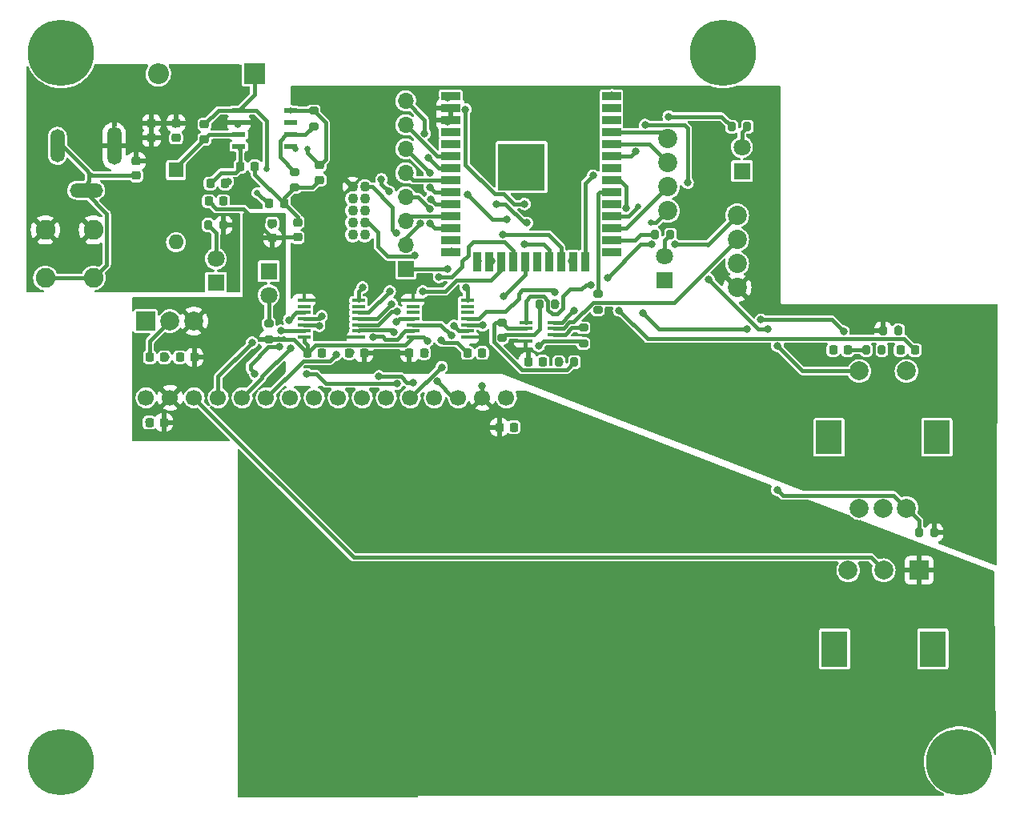
<source format=gbr>
%TF.GenerationSoftware,KiCad,Pcbnew,(6.0.1-0)*%
%TF.CreationDate,2022-03-27T10:04:36-07:00*%
%TF.ProjectId,CocktailMachine,436f636b-7461-4696-9c4d-616368696e65,rev?*%
%TF.SameCoordinates,Original*%
%TF.FileFunction,Copper,L1,Top*%
%TF.FilePolarity,Positive*%
%FSLAX46Y46*%
G04 Gerber Fmt 4.6, Leading zero omitted, Abs format (unit mm)*
G04 Created by KiCad (PCBNEW (6.0.1-0)) date 2022-03-27 10:04:36*
%MOMM*%
%LPD*%
G01*
G04 APERTURE LIST*
G04 Aperture macros list*
%AMRoundRect*
0 Rectangle with rounded corners*
0 $1 Rounding radius*
0 $2 $3 $4 $5 $6 $7 $8 $9 X,Y pos of 4 corners*
0 Add a 4 corners polygon primitive as box body*
4,1,4,$2,$3,$4,$5,$6,$7,$8,$9,$2,$3,0*
0 Add four circle primitives for the rounded corners*
1,1,$1+$1,$2,$3*
1,1,$1+$1,$4,$5*
1,1,$1+$1,$6,$7*
1,1,$1+$1,$8,$9*
0 Add four rect primitives between the rounded corners*
20,1,$1+$1,$2,$3,$4,$5,0*
20,1,$1+$1,$4,$5,$6,$7,0*
20,1,$1+$1,$6,$7,$8,$9,0*
20,1,$1+$1,$8,$9,$2,$3,0*%
G04 Aperture macros list end*
%TA.AperFunction,SMDPad,CuDef*%
%ADD10RoundRect,0.225000X-0.225000X-0.250000X0.225000X-0.250000X0.225000X0.250000X-0.225000X0.250000X0*%
%TD*%
%TA.AperFunction,SMDPad,CuDef*%
%ADD11RoundRect,0.225000X0.225000X0.250000X-0.225000X0.250000X-0.225000X-0.250000X0.225000X-0.250000X0*%
%TD*%
%TA.AperFunction,SMDPad,CuDef*%
%ADD12RoundRect,0.225000X-0.250000X0.225000X-0.250000X-0.225000X0.250000X-0.225000X0.250000X0.225000X0*%
%TD*%
%TA.AperFunction,SMDPad,CuDef*%
%ADD13RoundRect,0.225000X0.250000X-0.225000X0.250000X0.225000X-0.250000X0.225000X-0.250000X-0.225000X0*%
%TD*%
%TA.AperFunction,ComponentPad*%
%ADD14R,1.800000X1.800000*%
%TD*%
%TA.AperFunction,ComponentPad*%
%ADD15C,1.800000*%
%TD*%
%TA.AperFunction,SMDPad,CuDef*%
%ADD16RoundRect,0.218750X-0.256250X0.218750X-0.256250X-0.218750X0.256250X-0.218750X0.256250X0.218750X0*%
%TD*%
%TA.AperFunction,ComponentPad*%
%ADD17R,2.200000X2.200000*%
%TD*%
%TA.AperFunction,ComponentPad*%
%ADD18O,2.200000X2.200000*%
%TD*%
%TA.AperFunction,ComponentPad*%
%ADD19R,1.600000X1.600000*%
%TD*%
%TA.AperFunction,ComponentPad*%
%ADD20O,1.600000X1.600000*%
%TD*%
%TA.AperFunction,SMDPad,CuDef*%
%ADD21RoundRect,0.218750X0.256250X-0.218750X0.256250X0.218750X-0.256250X0.218750X-0.256250X-0.218750X0*%
%TD*%
%TA.AperFunction,ComponentPad*%
%ADD22R,1.700000X1.700000*%
%TD*%
%TA.AperFunction,ComponentPad*%
%ADD23O,1.700000X1.700000*%
%TD*%
%TA.AperFunction,ComponentPad*%
%ADD24C,2.020000*%
%TD*%
%TA.AperFunction,ComponentPad*%
%ADD25C,1.100000*%
%TD*%
%TA.AperFunction,ComponentPad*%
%ADD26C,2.082800*%
%TD*%
%TA.AperFunction,SMDPad,CuDef*%
%ADD27RoundRect,0.218750X-0.218750X-0.256250X0.218750X-0.256250X0.218750X0.256250X-0.218750X0.256250X0*%
%TD*%
%TA.AperFunction,ComponentPad*%
%ADD28R,2.000000X2.000000*%
%TD*%
%TA.AperFunction,ComponentPad*%
%ADD29C,2.000000*%
%TD*%
%TA.AperFunction,ComponentPad*%
%ADD30R,2.800000X3.800000*%
%TD*%
%TA.AperFunction,SMDPad,CuDef*%
%ADD31RoundRect,0.200000X0.200000X0.275000X-0.200000X0.275000X-0.200000X-0.275000X0.200000X-0.275000X0*%
%TD*%
%TA.AperFunction,SMDPad,CuDef*%
%ADD32RoundRect,0.200000X0.275000X-0.200000X0.275000X0.200000X-0.275000X0.200000X-0.275000X-0.200000X0*%
%TD*%
%TA.AperFunction,SMDPad,CuDef*%
%ADD33RoundRect,0.200000X-0.200000X-0.275000X0.200000X-0.275000X0.200000X0.275000X-0.200000X0.275000X0*%
%TD*%
%TA.AperFunction,SMDPad,CuDef*%
%ADD34RoundRect,0.200000X-0.275000X0.200000X-0.275000X-0.200000X0.275000X-0.200000X0.275000X0.200000X0*%
%TD*%
%TA.AperFunction,ComponentPad*%
%ADD35R,2.800000X3.600000*%
%TD*%
%TA.AperFunction,SMDPad,CuDef*%
%ADD36R,1.400000X0.350000*%
%TD*%
%TA.AperFunction,SMDPad,CuDef*%
%ADD37R,1.450000X0.450000*%
%TD*%
%TA.AperFunction,SMDPad,CuDef*%
%ADD38R,1.460500X0.533400*%
%TD*%
%TA.AperFunction,ComponentPad*%
%ADD39O,1.498600X4.013200*%
%TD*%
%TA.AperFunction,ComponentPad*%
%ADD40O,1.498600X3.505200*%
%TD*%
%TA.AperFunction,ComponentPad*%
%ADD41O,3.505200X1.498600*%
%TD*%
%TA.AperFunction,SMDPad,CuDef*%
%ADD42R,2.000000X0.900000*%
%TD*%
%TA.AperFunction,SMDPad,CuDef*%
%ADD43R,0.900000X2.000000*%
%TD*%
%TA.AperFunction,SMDPad,CuDef*%
%ADD44R,5.000000X5.000000*%
%TD*%
%TA.AperFunction,ComponentPad*%
%ADD45C,1.700000*%
%TD*%
%TA.AperFunction,ComponentPad*%
%ADD46C,7.000000*%
%TD*%
%TA.AperFunction,ViaPad*%
%ADD47C,0.800000*%
%TD*%
%TA.AperFunction,ViaPad*%
%ADD48C,0.660400*%
%TD*%
%TA.AperFunction,Conductor*%
%ADD49C,0.381000*%
%TD*%
G04 APERTURE END LIST*
D10*
%TO.P,C4,1*%
%TO.N,+3V3*%
X91831000Y-91758000D03*
%TO.P,C4,2*%
%TO.N,GND*%
X93381000Y-91758000D03*
%TD*%
D11*
%TO.P,C5,1*%
%TO.N,/ENCODER_A*%
X138189000Y-91440000D03*
%TO.P,C5,2*%
%TO.N,GND*%
X136639000Y-91440000D03*
%TD*%
D10*
%TO.P,C6,1*%
%TO.N,+3V3*%
X104381000Y-92690000D03*
%TO.P,C6,2*%
%TO.N,GND*%
X105931000Y-92690000D03*
%TD*%
D11*
%TO.P,C7,1*%
%TO.N,/ENCODER_B*%
X145301000Y-91440000D03*
%TO.P,C7,2*%
%TO.N,GND*%
X143751000Y-91440000D03*
%TD*%
D10*
%TO.P,C8,1*%
%TO.N,+5V*%
X97975000Y-91750000D03*
%TO.P,C8,2*%
%TO.N,GND*%
X99525000Y-91750000D03*
%TD*%
D11*
%TO.P,C9,1*%
%TO.N,+3V3*%
X87031000Y-91758000D03*
%TO.P,C9,2*%
%TO.N,GND*%
X85481000Y-91758000D03*
%TD*%
D10*
%TO.P,C10,1*%
%TO.N,+5V*%
X81036000Y-91758000D03*
%TO.P,C10,2*%
%TO.N,GND*%
X82586000Y-91758000D03*
%TD*%
%TO.P,C11,1*%
%TO.N,+5V*%
X101330000Y-99599471D03*
%TO.P,C11,2*%
%TO.N,GND*%
X102880000Y-99599471D03*
%TD*%
D11*
%TO.P,C12,1*%
%TO.N,+5V*%
X65880000Y-99099471D03*
%TO.P,C12,2*%
%TO.N,GND*%
X64330000Y-99099471D03*
%TD*%
D12*
%TO.P,C14,1*%
%TO.N,+12V*%
X62958000Y-71455000D03*
%TO.P,C14,2*%
%TO.N,GND1*%
X62958000Y-73005000D03*
%TD*%
D10*
%TO.P,C15,1*%
%TO.N,+3V3*%
X64376000Y-92202000D03*
%TO.P,C15,2*%
%TO.N,GND*%
X65926000Y-92202000D03*
%TD*%
D13*
%TO.P,C16,1*%
%TO.N,Net-(C16-Pad1)*%
X70168000Y-69123000D03*
%TO.P,C16,2*%
%TO.N,Net-(C16-Pad2)*%
X70168000Y-67573000D03*
%TD*%
%TO.P,C18,1*%
%TO.N,+5VD*%
X82338000Y-73450000D03*
%TO.P,C18,2*%
%TO.N,GND1*%
X82338000Y-71900000D03*
%TD*%
D11*
%TO.P,C19,1*%
%TO.N,+5VD*%
X75493000Y-72040000D03*
%TO.P,C19,2*%
%TO.N,GND1*%
X73943000Y-72040000D03*
%TD*%
D13*
%TO.P,C20,1*%
%TO.N,+5V*%
X77358000Y-79605000D03*
%TO.P,C20,2*%
%TO.N,GND*%
X77358000Y-78055000D03*
%TD*%
D10*
%TO.P,C21,1*%
%TO.N,+5V*%
X70599000Y-75692000D03*
%TO.P,C21,2*%
%TO.N,GND*%
X72149000Y-75692000D03*
%TD*%
D14*
%TO.P,D1,1,K*%
%TO.N,GND*%
X127000000Y-72522000D03*
D15*
%TO.P,D1,2,A*%
%TO.N,Net-(D1-Pad2)*%
X127000000Y-69982000D03*
%TD*%
D14*
%TO.P,D2,1,K*%
%TO.N,GND*%
X118839790Y-84047210D03*
D15*
%TO.P,D2,2,A*%
%TO.N,Net-(D2-Pad2)*%
X118839790Y-81507210D03*
%TD*%
D16*
%TO.P,D3,1,K*%
%TO.N,+12V*%
X67158000Y-67442500D03*
%TO.P,D3,2,A*%
%TO.N,GND1*%
X67158000Y-69017500D03*
%TD*%
D17*
%TO.P,D4,1,K*%
%TO.N,Net-(C16-Pad2)*%
X75438000Y-62230000D03*
D18*
%TO.P,D4,2,A*%
%TO.N,GND1*%
X65278000Y-62230000D03*
%TD*%
D14*
%TO.P,D5,1,K*%
%TO.N,GND*%
X71374000Y-84328000D03*
D15*
%TO.P,D5,2,A*%
%TO.N,Net-(D5-Pad2)*%
X71374000Y-81788000D03*
%TD*%
D14*
%TO.P,D6,1,K*%
%TO.N,GND*%
X76962000Y-83111000D03*
D15*
%TO.P,D6,2,A*%
%TO.N,Net-(D6-Pad2)*%
X76962000Y-85651000D03*
%TD*%
D19*
%TO.P,D7,1,K*%
%TO.N,Net-(C16-Pad1)*%
X67158000Y-72420000D03*
D20*
%TO.P,D7,2,A*%
%TO.N,+5VD*%
X67158000Y-80040000D03*
%TD*%
D21*
%TO.P,F1,1*%
%TO.N,+12V*%
X64558000Y-69017500D03*
%TO.P,F1,2*%
X64558000Y-67442500D03*
%TD*%
D22*
%TO.P,J1,1,Pin_1*%
%TO.N,/CTRL1*%
X91440000Y-82875000D03*
D23*
%TO.P,J1,2,Pin_2*%
%TO.N,/CTRL2*%
X91440000Y-80335000D03*
%TO.P,J1,3,Pin_3*%
%TO.N,/CTRL3*%
X91440000Y-77795000D03*
%TO.P,J1,4,Pin_4*%
%TO.N,/CTRL4*%
X91440000Y-75255000D03*
%TO.P,J1,5,Pin_5*%
%TO.N,/CTRL5*%
X91440000Y-72715000D03*
%TO.P,J1,6,Pin_6*%
%TO.N,/CTRL6*%
X91440000Y-70175000D03*
%TO.P,J1,7,Pin_7*%
%TO.N,/CTRL7*%
X91440000Y-67635000D03*
%TO.P,J1,8,Pin_8*%
%TO.N,/CTRL8*%
X91440000Y-65095000D03*
%TD*%
D24*
%TO.P,J2,1*%
%TO.N,+3V3*%
X126492000Y-84831000D03*
%TO.P,J2,2*%
%TO.N,GND*%
X126492000Y-82291000D03*
%TO.P,J2,3*%
%TO.N,/SENSE+*%
X126492000Y-79751000D03*
%TO.P,J2,4*%
%TO.N,/SENSE-*%
X126492000Y-77211000D03*
%TD*%
D25*
%TO.P,J3,1*%
%TO.N,+3V3*%
X85852000Y-74168000D03*
%TO.P,J3,2*%
%TO.N,/TMS*%
X87122000Y-74168000D03*
%TO.P,J3,3*%
%TO.N,GND*%
X85852000Y-75438000D03*
%TO.P,J3,4*%
%TO.N,/TCK*%
X87122000Y-75438000D03*
%TO.P,J3,5*%
%TO.N,GND*%
X85852000Y-76708000D03*
%TO.P,J3,6*%
%TO.N,/TDO*%
X87122000Y-76708000D03*
%TO.P,J3,7*%
%TO.N,unconnected-(J3-Pad7)*%
X85852000Y-77978000D03*
%TO.P,J3,8*%
%TO.N,/TDI*%
X87122000Y-77978000D03*
%TO.P,J3,9*%
%TO.N,GND*%
X85852000Y-79248000D03*
%TO.P,J3,10*%
%TO.N,unconnected-(J3-Pad10)*%
X87122000Y-79248000D03*
%TD*%
D26*
%TO.P,J5,1*%
%TO.N,+12V*%
X58420000Y-78740000D03*
X53340000Y-78740000D03*
%TD*%
%TO.P,J6,1*%
%TO.N,GND1*%
X58420000Y-83820000D03*
X53340000Y-83820000D03*
%TD*%
D27*
%TO.P,L1,1,1*%
%TO.N,Net-(C16-Pad2)*%
X77000500Y-75968000D03*
%TO.P,L1,2,2*%
%TO.N,+5VD*%
X78575500Y-75968000D03*
%TD*%
D16*
%TO.P,L2,1,1*%
%TO.N,+5VD*%
X80010000Y-77952500D03*
%TO.P,L2,2,2*%
%TO.N,+5V*%
X80010000Y-79527500D03*
%TD*%
D27*
%TO.P,L3,1,1*%
%TO.N,GND1*%
X70770500Y-73830000D03*
%TO.P,L3,2,2*%
%TO.N,GND*%
X72345500Y-73830000D03*
%TD*%
D28*
%TO.P,POT1,1,CCW*%
%TO.N,+5V*%
X145736000Y-114733000D03*
D29*
%TO.P,POT1,2,S*%
%TO.N,/V0_DISPLAY_CONTRAST*%
X141986000Y-114733000D03*
%TO.P,POT1,3,CW*%
%TO.N,GND*%
X138236000Y-114733000D03*
D30*
%TO.P,POT1,4*%
%TO.N,unconnected-(POT1-Pad4)*%
X136786000Y-123058000D03*
X147186000Y-123058000D03*
%TD*%
D31*
%TO.P,R1,1*%
%TO.N,Net-(R1-Pad1)*%
X109283000Y-92710000D03*
%TO.P,R1,2*%
%TO.N,GND*%
X107633000Y-92710000D03*
%TD*%
D32*
%TO.P,R2,1*%
%TO.N,Net-(R18-Pad2)*%
X101600000Y-90170000D03*
%TO.P,R2,2*%
%TO.N,Net-(R1-Pad1)*%
X101600000Y-88520000D03*
%TD*%
D33*
%TO.P,R3,1*%
%TO.N,/TEST_LED_0*%
X125921000Y-67818000D03*
%TO.P,R3,2*%
%TO.N,Net-(D1-Pad2)*%
X127571000Y-67818000D03*
%TD*%
%TO.P,R4,1*%
%TO.N,/TEST_LED_1*%
X117793000Y-79248000D03*
%TO.P,R4,2*%
%TO.N,Net-(D2-Pad2)*%
X119443000Y-79248000D03*
%TD*%
D31*
%TO.P,R9,1*%
%TO.N,Net-(R10-Pad1)*%
X141795000Y-91440000D03*
%TO.P,R9,2*%
%TO.N,/ENCODER_A*%
X140145000Y-91440000D03*
%TD*%
%TO.P,R10,1*%
%TO.N,Net-(R10-Pad1)*%
X143573000Y-89408000D03*
%TO.P,R10,2*%
%TO.N,+3V3*%
X141923000Y-89408000D03*
%TD*%
D32*
%TO.P,R11,1*%
%TO.N,Net-(R11-Pad1)*%
X111760000Y-87185000D03*
%TO.P,R11,2*%
%TO.N,/ENCODER_B*%
X111760000Y-85535000D03*
%TD*%
D31*
%TO.P,R13,1*%
%TO.N,+12V*%
X72199000Y-78227000D03*
%TO.P,R13,2*%
%TO.N,Net-(D5-Pad2)*%
X70549000Y-78227000D03*
%TD*%
D32*
%TO.P,R14,1*%
%TO.N,+5V*%
X76962000Y-90291000D03*
%TO.P,R14,2*%
%TO.N,Net-(D6-Pad2)*%
X76962000Y-88641000D03*
%TD*%
D34*
%TO.P,R15,1*%
%TO.N,GND1*%
X81703000Y-66135000D03*
%TO.P,R15,2*%
%TO.N,Net-(R15-Pad2)*%
X81703000Y-67785000D03*
%TD*%
D32*
%TO.P,R16,1*%
%TO.N,+5VD*%
X79693000Y-74253000D03*
%TO.P,R16,2*%
%TO.N,Net-(R15-Pad2)*%
X79693000Y-72603000D03*
%TD*%
%TO.P,R17,1*%
%TO.N,/LOAD_CELL_ADC1_CH0*%
X110236000Y-90741000D03*
%TO.P,R17,2*%
%TO.N,Net-(R17-Pad2)*%
X110236000Y-89091000D03*
%TD*%
D31*
%TO.P,R18,1*%
%TO.N,Net-(R17-Pad2)*%
X107251000Y-86614000D03*
%TO.P,R18,2*%
%TO.N,Net-(R18-Pad2)*%
X105601000Y-86614000D03*
%TD*%
D29*
%TO.P,S1,1*%
%TO.N,/PUSHBUTTON_INPUT*%
X139406000Y-93667471D03*
%TO.P,S1,2*%
%TO.N,GND*%
X144406000Y-93667471D03*
D35*
%TO.P,S1,3*%
X136206000Y-100667471D03*
X147606000Y-100667471D03*
D29*
%TO.P,S1,A,CH_A*%
%TO.N,Net-(R10-Pad1)*%
X139406000Y-108167471D03*
%TO.P,S1,B,CH_B*%
%TO.N,Net-(R11-Pad1)*%
X144406000Y-108167471D03*
%TO.P,S1,C,COM*%
%TO.N,GND*%
X141906000Y-108167471D03*
%TD*%
D36*
%TO.P,U2,1,VCCA*%
%TO.N,+3V3*%
X97942000Y-90088000D03*
%TO.P,U2,2,A1*%
%TO.N,/MCU_DB6*%
X97942000Y-89438000D03*
%TO.P,U2,3,A2*%
%TO.N,/MCU_DB5*%
X97942000Y-88788000D03*
%TO.P,U2,4,A3*%
%TO.N,/MCU_DB4*%
X97942000Y-88138000D03*
%TO.P,U2,5,A4*%
%TO.N,unconnected-(U2-Pad5)*%
X97942000Y-87488000D03*
%TO.P,U2,6,NC*%
%TO.N,unconnected-(U2-Pad6)*%
X97942000Y-86838000D03*
%TO.P,U2,7,GND*%
%TO.N,GND*%
X97942000Y-86188000D03*
%TO.P,U2,8,OE*%
%TO.N,+3V3*%
X92192000Y-86188000D03*
%TO.P,U2,9,NC*%
%TO.N,unconnected-(U2-Pad9)*%
X92192000Y-86838000D03*
%TO.P,U2,10,B4*%
%TO.N,unconnected-(U2-Pad10)*%
X92192000Y-87488000D03*
%TO.P,U2,11,B3*%
%TO.N,/LCD_DB4*%
X92192000Y-88138000D03*
%TO.P,U2,12,B2*%
%TO.N,/LCD_DB5*%
X92192000Y-88788000D03*
%TO.P,U2,13,B1*%
%TO.N,/LCD_DB6*%
X92192000Y-89438000D03*
%TO.P,U2,14,VCCB*%
%TO.N,+5V*%
X92192000Y-90088000D03*
%TD*%
D37*
%TO.P,U3,1*%
%TO.N,/LOAD_CELL_ADC1_CH0*%
X107090000Y-90461000D03*
%TO.P,U3,2,-*%
%TO.N,Net-(R17-Pad2)*%
X107090000Y-89811000D03*
%TO.P,U3,3,+*%
%TO.N,/SENSE+*%
X107090000Y-89161000D03*
%TO.P,U3,4,V-*%
%TO.N,GND*%
X107090000Y-88511000D03*
%TO.P,U3,5,+*%
%TO.N,/SENSE-*%
X104140000Y-88511000D03*
%TO.P,U3,6,-*%
%TO.N,Net-(R1-Pad1)*%
X104140000Y-89161000D03*
%TO.P,U3,7*%
%TO.N,Net-(R18-Pad2)*%
X104140000Y-89811000D03*
%TO.P,U3,8,V+*%
%TO.N,+3V3*%
X104140000Y-90461000D03*
%TD*%
D28*
%TO.P,U5,1,GND*%
%TO.N,GND*%
X63956000Y-88392000D03*
D29*
%TO.P,U5,2,VOUT*%
%TO.N,+3V3*%
X66496000Y-88392000D03*
%TO.P,U5,3,VIN*%
%TO.N,+5V*%
X69036000Y-88392000D03*
%TD*%
D38*
%TO.P,U6,1,VSW*%
%TO.N,Net-(C16-Pad2)*%
X73793850Y-66125000D03*
%TO.P,U6,2,VIN*%
%TO.N,+12V*%
X73793850Y-67395000D03*
%TO.P,U6,3,BOOST*%
%TO.N,Net-(C16-Pad1)*%
X73793850Y-68665000D03*
%TO.P,U6,4,GND*%
%TO.N,GND1*%
X73793850Y-69935000D03*
%TO.P,U6,5,VC*%
%TO.N,Net-(C17-Pad1)*%
X79242150Y-69935000D03*
%TO.P,U6,6,FB/SENSE*%
%TO.N,Net-(R15-Pad2)*%
X79242150Y-68665000D03*
%TO.P,U6,7,\u002ASHDN*%
%TO.N,unconnected-(U6-Pad7)*%
X79242150Y-67395000D03*
%TO.P,U6,8,SYNC*%
%TO.N,GND1*%
X79242150Y-66125000D03*
%TD*%
D39*
%TO.P,J4,1*%
%TO.N,+12V*%
X60610001Y-69850000D03*
D40*
%TO.P,J4,2*%
%TO.N,GND1*%
X54610000Y-69850000D03*
D41*
%TO.P,J4,3*%
X57660001Y-74550001D03*
%TD*%
D33*
%TO.P,R12,1*%
%TO.N,Net-(R11-Pad1)*%
X145733000Y-110744000D03*
%TO.P,R12,2*%
%TO.N,+3V3*%
X147383000Y-110744000D03*
%TD*%
D36*
%TO.P,U4,1,VCCA*%
%TO.N,+3V3*%
X86441000Y-90088000D03*
%TO.P,U4,2,A1*%
%TO.N,/MCU_RS*%
X86441000Y-89438000D03*
%TO.P,U4,3,A2*%
%TO.N,/MCU_RW*%
X86441000Y-88788000D03*
%TO.P,U4,4,A3*%
%TO.N,/MCU_EN*%
X86441000Y-88138000D03*
%TO.P,U4,5,A4*%
%TO.N,/MCU_DB7*%
X86441000Y-87488000D03*
%TO.P,U4,6,NC*%
%TO.N,unconnected-(U4-Pad6)*%
X86441000Y-86838000D03*
%TO.P,U4,7,GND*%
%TO.N,GND*%
X86441000Y-86188000D03*
%TO.P,U4,8,OE*%
%TO.N,+3V3*%
X80691000Y-86188000D03*
%TO.P,U4,9,NC*%
%TO.N,unconnected-(U4-Pad9)*%
X80691000Y-86838000D03*
%TO.P,U4,10,B4*%
%TO.N,/LCD_DB7*%
X80691000Y-87488000D03*
%TO.P,U4,11,B3*%
%TO.N,/LCD_EN*%
X80691000Y-88138000D03*
%TO.P,U4,12,B2*%
%TO.N,/LCD_RW*%
X80691000Y-88788000D03*
%TO.P,U4,13,B1*%
%TO.N,/LCD_RS*%
X80691000Y-89438000D03*
%TO.P,U4,14,VCCB*%
%TO.N,+5V*%
X80691000Y-90088000D03*
%TD*%
D11*
%TO.P,C13,1*%
%TO.N,+5V*%
X69101000Y-92202000D03*
%TO.P,C13,2*%
%TO.N,GND*%
X67551000Y-92202000D03*
%TD*%
D24*
%TO.P,J7,1*%
%TO.N,/TEST_OUTPUT_0*%
X119158000Y-69111000D03*
%TO.P,J7,2*%
%TO.N,/TEST_OUTPUT_1*%
X119158000Y-71651000D03*
%TO.P,J7,3*%
%TO.N,/TEST_OUTPUT_2*%
X119158000Y-74191000D03*
%TO.P,J7,4*%
%TO.N,/TEST_OUTPUT_3*%
X119158000Y-76731000D03*
%TD*%
D42*
%TO.P,U1,1,GND*%
%TO.N,GND*%
X96196000Y-64589000D03*
%TO.P,U1,2,VDD*%
%TO.N,+3V3*%
X96196000Y-65859000D03*
%TO.P,U1,3,EN*%
X96196000Y-67129000D03*
%TO.P,U1,4,SENSOR_VP*%
%TO.N,/LOAD_CELL_ADC1_CH0*%
X96196000Y-68399000D03*
%TO.P,U1,5,SENSOR_VN*%
%TO.N,/TEST_ADC*%
X96196000Y-69669000D03*
%TO.P,U1,6,IO34*%
%TO.N,/CTRL7*%
X96196000Y-70939000D03*
%TO.P,U1,7,IO35*%
%TO.N,/CTRL8*%
X96196000Y-72209000D03*
%TO.P,U1,8,IO32*%
%TO.N,/CTRL5*%
X96196000Y-73479000D03*
%TO.P,U1,9,IO33*%
%TO.N,/CTRL6*%
X96196000Y-74749000D03*
%TO.P,U1,10,IO25*%
%TO.N,/CTRL2*%
X96196000Y-76019000D03*
%TO.P,U1,11,IO26*%
%TO.N,/CTRL3*%
X96196000Y-77289000D03*
%TO.P,U1,12,IO27*%
%TO.N,/CTRL4*%
X96196000Y-78559000D03*
%TO.P,U1,13,IO14*%
%TO.N,Net-(R7-Pad2)*%
X96196000Y-79829000D03*
%TO.P,U1,14,IO12*%
%TO.N,Net-(R5-Pad2)*%
X96196000Y-81099000D03*
D43*
%TO.P,U1,15,GND*%
%TO.N,GND*%
X98981000Y-82099000D03*
%TO.P,U1,16,IO13*%
%TO.N,Net-(R6-Pad2)*%
X100251000Y-82099000D03*
%TO.P,U1,17,SHD/SD2*%
%TO.N,/MCU_EN*%
X101521000Y-82099000D03*
%TO.P,U1,18,SWP/SD3*%
%TO.N,/MCU_DB7*%
X102791000Y-82099000D03*
%TO.P,U1,19,SCS/CMD*%
%TO.N,/MCU_DB5*%
X104061000Y-82099000D03*
%TO.P,U1,20,SCK/CLK*%
%TO.N,/MCU_DB6*%
X105331000Y-82099000D03*
%TO.P,U1,21,SDO/SD0*%
%TO.N,/MCU_RS*%
X106601000Y-82099000D03*
%TO.P,U1,22,SDI/SD1*%
%TO.N,/MCU_RW*%
X107871000Y-82099000D03*
%TO.P,U1,23,IO15*%
%TO.N,Net-(R8-Pad2)*%
X109141000Y-82099000D03*
%TO.P,U1,24,IO2*%
%TO.N,/TEST_LED_0*%
X110411000Y-82099000D03*
D42*
%TO.P,U1,25,IO0*%
%TO.N,/MCU_DB4*%
X113196000Y-81099000D03*
%TO.P,U1,26,IO4*%
%TO.N,/TEST_LED_1*%
X113196000Y-79829000D03*
%TO.P,U1,27,IO16*%
%TO.N,/TEST_OUTPUT_2*%
X113196000Y-78559000D03*
%TO.P,U1,28,IO17*%
%TO.N,/TEST_OUTPUT_3*%
X113196000Y-77289000D03*
%TO.P,U1,29,IO5*%
%TO.N,unconnected-(U1-Pad29)*%
X113196000Y-76019000D03*
%TO.P,U1,30,IO18*%
%TO.N,/ENCODER_B*%
X113196000Y-74749000D03*
%TO.P,U1,31,IO19*%
%TO.N,/ENCODER_A*%
X113196000Y-73479000D03*
%TO.P,U1,32,NC*%
%TO.N,unconnected-(U1-Pad32)*%
X113196000Y-72209000D03*
%TO.P,U1,33,IO21*%
%TO.N,/PUSHBUTTON_INPUT*%
X113196000Y-70939000D03*
%TO.P,U1,34,RXD0/IO3*%
%TO.N,/TEST_OUTPUT_1*%
X113196000Y-69669000D03*
%TO.P,U1,35,TXD0/IO1*%
%TO.N,/TEST_OUTPUT_0*%
X113196000Y-68399000D03*
%TO.P,U1,36,IO22*%
%TO.N,unconnected-(U1-Pad36)*%
X113196000Y-67129000D03*
%TO.P,U1,37,IO23*%
%TO.N,/CTRL1*%
X113196000Y-65859000D03*
%TO.P,U1,38,GND*%
%TO.N,GND*%
X113196000Y-64589000D03*
D44*
%TO.P,U1,39,GND*%
X103696000Y-72089000D03*
%TD*%
D45*
%TO.P,LCD1,1,VSS*%
%TO.N,GND*%
X63985000Y-96499471D03*
%TO.P,LCD1,2,VDD*%
%TO.N,+5V*%
X66525000Y-96499471D03*
%TO.P,LCD1,3,V0*%
%TO.N,/V0_DISPLAY_CONTRAST*%
X69065000Y-96499471D03*
%TO.P,LCD1,4,RS*%
%TO.N,/LCD_RS*%
X71605000Y-96499471D03*
%TO.P,LCD1,5,R/W*%
%TO.N,/LCD_RW*%
X74145000Y-96499471D03*
%TO.P,LCD1,6,En*%
%TO.N,/LCD_EN*%
X76685000Y-96499471D03*
%TO.P,LCD1,7,DB0*%
%TO.N,unconnected-(LCD1-Pad7)*%
X79225000Y-96499471D03*
%TO.P,LCD1,8,DB1*%
%TO.N,unconnected-(LCD1-Pad8)*%
X81765000Y-96499471D03*
%TO.P,LCD1,9,DB2*%
%TO.N,unconnected-(LCD1-Pad9)*%
X84305000Y-96499471D03*
%TO.P,LCD1,10,DB3*%
%TO.N,unconnected-(LCD1-Pad10)*%
X86845000Y-96499471D03*
%TO.P,LCD1,11,DB4*%
%TO.N,/LCD_DB4*%
X89385000Y-96499471D03*
%TO.P,LCD1,12,DB5*%
%TO.N,/LCD_DB5*%
X91925000Y-96499471D03*
%TO.P,LCD1,13,DB6*%
%TO.N,/LCD_DB6*%
X94465000Y-96499471D03*
%TO.P,LCD1,14,DB7*%
%TO.N,/LCD_DB7*%
X97005000Y-96499471D03*
%TO.P,LCD1,15,LED+*%
%TO.N,+5V*%
X99545000Y-96499471D03*
%TO.P,LCD1,16,LED-*%
%TO.N,GND*%
X102085000Y-96499471D03*
%TD*%
D46*
%TO.P,,1*%
%TO.N,GND*%
X55000000Y-135000000D03*
%TD*%
%TO.P,,1*%
%TO.N,GND*%
X150000000Y-135000000D03*
%TD*%
%TO.P,REF\u002A\u002A,1*%
%TO.N,GND*%
X125000000Y-60000000D03*
%TD*%
%TO.P,,1*%
%TO.N,GND*%
X55000000Y-60000000D03*
%TD*%
D47*
%TO.N,GND*%
X86868000Y-84836000D03*
X67564000Y-92202000D03*
X85598000Y-91694000D03*
X102870000Y-99568000D03*
X99060000Y-82042000D03*
X72136000Y-75692000D03*
X107696000Y-92710000D03*
X99500000Y-91750000D03*
X66040000Y-92202000D03*
X95885000Y-64770000D03*
X136652000Y-91440000D03*
X72644000Y-73660000D03*
X103886000Y-72136000D03*
X64262000Y-99060000D03*
X77216000Y-78232000D03*
X109250000Y-87250000D03*
X105918000Y-92710000D03*
X143764000Y-91440000D03*
X93472000Y-91694000D03*
X82550000Y-91694000D03*
X97790000Y-84836000D03*
X113250000Y-64500000D03*
%TO.N,+3V3*%
X115000000Y-64500000D03*
X87122000Y-91694000D03*
X95885000Y-67310000D03*
X94615000Y-64770000D03*
X64376000Y-92202000D03*
%TO.N,/ENCODER_A*%
X116500000Y-87500000D03*
X137750000Y-89483020D03*
X138189000Y-91440000D03*
X129000000Y-88250000D03*
X127500000Y-89250000D03*
X114765680Y-76431263D03*
%TO.N,/ENCODER_B*%
X111760000Y-85535000D03*
X114000000Y-87250000D03*
%TO.N,+5V*%
X99500000Y-95250000D03*
X95197313Y-90417630D03*
X97975000Y-91750000D03*
X93750000Y-90500000D03*
D48*
%TO.N,GND1*%
X73943000Y-70084150D03*
D47*
X67158000Y-69017500D03*
D48*
X81068000Y-70135000D03*
X79242150Y-66125000D03*
D47*
X70770500Y-73830000D03*
X62958000Y-73005000D03*
%TO.N,+12V*%
X73660000Y-67564000D03*
X67056000Y-67564000D03*
D48*
%TO.N,Net-(C16-Pad2)*%
X76750000Y-72294000D03*
X75734000Y-74834000D03*
%TO.N,Net-(C17-Pad1)*%
X79798000Y-70135000D03*
D47*
%TO.N,+5VD*%
X75493000Y-72081000D03*
D48*
%TO.N,/CTRL1*%
X113205000Y-65859000D03*
D47*
X95838973Y-82838973D03*
%TO.N,/CTRL2*%
X93000000Y-78049180D03*
X94052687Y-75506450D03*
%TO.N,/CTRL4*%
X94000000Y-76528820D03*
X94000000Y-78049180D03*
%TO.N,/CTRL6*%
X94000000Y-72718820D03*
X94000000Y-74239180D03*
%TO.N,/CTRL8*%
X93440029Y-68559971D03*
X93858711Y-71128769D03*
%TO.N,/SENSE-*%
X112776000Y-83820000D03*
X117434356Y-80276154D03*
X119888000Y-80264000D03*
X110998000Y-84582000D03*
%TO.N,/TMS*%
X90407359Y-79048225D03*
%TO.N,/TCK*%
X102126502Y-77626502D03*
X98000000Y-75000000D03*
%TO.N,/TDO*%
X88881380Y-73381380D03*
X104000000Y-76000000D03*
X89706437Y-74706437D03*
X97765682Y-66000000D03*
%TO.N,/TDI*%
X92380511Y-81398456D03*
D48*
%TO.N,/TEST_OUTPUT_3*%
X115999000Y-76273000D03*
X117348000Y-77978000D03*
D47*
%TO.N,/LCD_RS*%
X78232000Y-89408000D03*
X75184000Y-90678000D03*
%TO.N,/LCD_RW*%
X82296000Y-88900000D03*
X79250000Y-91250000D03*
%TO.N,/LCD_EN*%
X84074000Y-91948000D03*
X82550000Y-87884000D03*
%TO.N,/LCD_DB4*%
X90472128Y-88440128D03*
%TO.N,/LCD_DB5*%
X96266000Y-89916000D03*
X95250000Y-93250000D03*
%TO.N,/LCD_DB6*%
X92202000Y-94862608D03*
X88000000Y-90098880D03*
X88624820Y-94239820D03*
%TO.N,/LCD_DB7*%
X81000000Y-94000000D03*
X94749764Y-94749765D03*
X79121000Y-88265000D03*
X78105000Y-91059000D03*
X75500000Y-94000000D03*
X90500000Y-95000000D03*
%TO.N,/TEST_LED_0*%
X111250000Y-73000000D03*
X119250000Y-66750000D03*
%TO.N,Net-(R5-Pad2)*%
X96250000Y-81000000D03*
%TO.N,Net-(R6-Pad2)*%
X100500000Y-82000000D03*
%TO.N,Net-(R8-Pad2)*%
X109000000Y-82000000D03*
%TO.N,Net-(R10-Pad1)*%
X141795000Y-91440000D03*
X143500000Y-89250000D03*
%TO.N,Net-(R11-Pad1)*%
X111760000Y-87185000D03*
X130750000Y-106250000D03*
%TO.N,/LOAD_CELL_ADC1_CH0*%
X96196000Y-68399000D03*
X105500000Y-91000000D03*
X104250000Y-78000000D03*
X101000000Y-76000000D03*
%TO.N,Net-(R17-Pad2)*%
X107315000Y-86487000D03*
X110236000Y-89091000D03*
%TO.N,/PUSHBUTTON_INPUT*%
X129750000Y-89250000D03*
X121250000Y-73750000D03*
X130750000Y-91003380D03*
X116750000Y-67638820D03*
X115750000Y-70429180D03*
X123500000Y-84000000D03*
%TO.N,/MCU_EN*%
X93250000Y-85260180D03*
X89981916Y-86590871D03*
%TO.N,/MCU_DB7*%
X89750000Y-85250000D03*
X94963973Y-83713973D03*
%TO.N,/MCU_DB5*%
X99568000Y-88834680D03*
X101760681Y-85736752D03*
%TO.N,/MCU_DB6*%
X96520000Y-88900000D03*
X105331000Y-82099000D03*
%TO.N,/MCU_RS*%
X104013000Y-80264000D03*
X90170000Y-89535000D03*
%TO.N,/MCU_RW*%
X90551000Y-87376000D03*
X101727000Y-79248000D03*
%TO.N,/MCU_DB4*%
X113196000Y-81099000D03*
X107188000Y-85344000D03*
%TD*%
D49*
%TO.N,GND1*%
X59821591Y-77031036D02*
X57660001Y-74869446D01*
X57660001Y-74869446D02*
X57660001Y-74550001D01*
X57952650Y-72697350D02*
X57952650Y-73597350D01*
X58260300Y-73005000D02*
X57952650Y-72697350D01*
X57952650Y-73597350D02*
X57660001Y-73889999D01*
X57952650Y-72697350D02*
X57660001Y-72404701D01*
X57660001Y-73889999D02*
X57660001Y-74550001D01*
X59821591Y-82418409D02*
X58420000Y-83820000D01*
X59821591Y-77031036D02*
X59821591Y-82418409D01*
X62958000Y-73005000D02*
X58260300Y-73005000D01*
X54610000Y-69850000D02*
X55105300Y-69850000D01*
X55105300Y-69850000D02*
X57660001Y-72404701D01*
%TO.N,GND*%
X86441000Y-86188000D02*
X86441000Y-85263000D01*
X86441000Y-85263000D02*
X86868000Y-84836000D01*
X113285000Y-64500000D02*
X113196000Y-64589000D01*
X107090000Y-88511000D02*
X107981574Y-88511000D01*
X97942000Y-86188000D02*
X97942000Y-84988000D01*
X108757426Y-87742574D02*
X109250000Y-87250000D01*
X107981574Y-88511000D02*
X108750000Y-87742574D01*
X108750000Y-87742574D02*
X108757426Y-87742574D01*
X97942000Y-84988000D02*
X97790000Y-84836000D01*
%TO.N,+3V3*%
X64376000Y-92202000D02*
X64376000Y-90512000D01*
X64376000Y-90512000D02*
X66496000Y-88392000D01*
%TO.N,/ENCODER_A*%
X117750000Y-88750000D02*
X118250000Y-89250000D01*
X113196000Y-73479000D02*
X114096382Y-73479000D01*
X114096382Y-73479000D02*
X114765680Y-74148298D01*
X116500000Y-87500000D02*
X117750000Y-88750000D01*
X138189000Y-91440000D02*
X140145000Y-91440000D01*
X114765680Y-74148298D02*
X114765680Y-76431263D01*
X129000000Y-88250000D02*
X136516980Y-88250000D01*
X118250000Y-89250000D02*
X127500000Y-89250000D01*
X136516980Y-88250000D02*
X137750000Y-89483020D01*
%TO.N,/ENCODER_B*%
X144104200Y-90243200D02*
X145301000Y-91440000D01*
X111760000Y-74931000D02*
X111942000Y-74749000D01*
X116993200Y-90243200D02*
X144104200Y-90243200D01*
X111942000Y-74749000D02*
X113196000Y-74749000D01*
X111760000Y-85535000D02*
X111760000Y-74931000D01*
X114000000Y-87250000D02*
X116993200Y-90243200D01*
%TO.N,+5V*%
X99545000Y-96499471D02*
X99545000Y-95295000D01*
X81871200Y-90922800D02*
X91357200Y-90922800D01*
X93338000Y-90088000D02*
X93750000Y-90500000D01*
X97975000Y-91750000D02*
X96904809Y-90679809D01*
X80691000Y-90088000D02*
X80691000Y-90597000D01*
X95459492Y-90679809D02*
X95197313Y-90417630D01*
X80010000Y-79527500D02*
X77435500Y-79527500D01*
X92192000Y-90088000D02*
X93338000Y-90088000D01*
X80691000Y-90597000D02*
X81036000Y-90942000D01*
X76962000Y-90291000D02*
X79569000Y-90291000D01*
X91357200Y-90922800D02*
X92192000Y-90088000D01*
X70599000Y-75692000D02*
X71434200Y-76527200D01*
X79569000Y-90291000D02*
X81036000Y-91758000D01*
X71434200Y-76527200D02*
X74280200Y-76527200D01*
X81036000Y-91758000D02*
X81871200Y-90922800D01*
X77435500Y-79527500D02*
X77358000Y-79605000D01*
X99545000Y-95295000D02*
X99500000Y-95250000D01*
X96904809Y-90679809D02*
X95459492Y-90679809D01*
X81036000Y-90942000D02*
X81036000Y-91758000D01*
X74280200Y-76527200D02*
X77358000Y-79605000D01*
%TO.N,GND1*%
X82973000Y-67405000D02*
X81703000Y-66135000D01*
X82338000Y-71900000D02*
X82973000Y-71265000D01*
X73448000Y-72675000D02*
X73943000Y-72180000D01*
X71925500Y-72675000D02*
X73448000Y-72675000D01*
X70770500Y-73830000D02*
X71925500Y-72675000D01*
X82973000Y-71265000D02*
X82973000Y-67405000D01*
X81068000Y-70630000D02*
X82338000Y-71900000D01*
X58420000Y-83820000D02*
X53340000Y-83820000D01*
X81068000Y-70135000D02*
X81068000Y-70630000D01*
X73943000Y-72040000D02*
X73943000Y-70084150D01*
X81703000Y-66135000D02*
X79252150Y-66135000D01*
X73943000Y-70084150D02*
X73793850Y-69935000D01*
%TO.N,Net-(C16-Pad1)*%
X70626000Y-68665000D02*
X73793850Y-68665000D01*
X67158000Y-72133000D02*
X70168000Y-69123000D01*
X70168000Y-69123000D02*
X70626000Y-68665000D01*
%TO.N,Net-(C16-Pad2)*%
X71616000Y-66125000D02*
X75661000Y-66125000D01*
X76750000Y-67214000D02*
X75661000Y-66125000D01*
X73793850Y-66106150D02*
X75438000Y-64462000D01*
X76750000Y-72294000D02*
X76750000Y-67214000D01*
X70168000Y-67573000D02*
X71616000Y-66125000D01*
X76868000Y-75968000D02*
X75734000Y-74834000D01*
X75438000Y-64462000D02*
X75438000Y-62230000D01*
%TO.N,+5VD*%
X78575500Y-75968000D02*
X78575500Y-75370500D01*
X78575500Y-75968000D02*
X75493000Y-72885500D01*
X75493000Y-72081000D02*
X75493000Y-72040000D01*
X79693000Y-74253000D02*
X81535000Y-74253000D01*
X75493000Y-72885500D02*
X75493000Y-72081000D01*
X78575500Y-75370500D02*
X79693000Y-74253000D01*
X80010000Y-77952500D02*
X80010000Y-77402500D01*
X80010000Y-77402500D02*
X78575500Y-75968000D01*
X81535000Y-74253000D02*
X82338000Y-73450000D01*
%TO.N,Net-(D1-Pad2)*%
X127000000Y-69982000D02*
X127000000Y-68389000D01*
X127000000Y-68389000D02*
X127571000Y-67818000D01*
%TO.N,Net-(D2-Pad2)*%
X118839790Y-81507210D02*
X118839790Y-79851210D01*
X118839790Y-79851210D02*
X119443000Y-79248000D01*
%TO.N,Net-(D5-Pad2)*%
X71374000Y-81788000D02*
X71374000Y-79052000D01*
X71374000Y-79052000D02*
X70549000Y-78227000D01*
%TO.N,Net-(D6-Pad2)*%
X76962000Y-88641000D02*
X76962000Y-85651000D01*
%TO.N,/CTRL1*%
X95693242Y-82875000D02*
X95802946Y-82875000D01*
X91440000Y-82875000D02*
X95693242Y-82875000D01*
X95802946Y-82875000D02*
X95838973Y-82838973D01*
%TO.N,/CTRL2*%
X91440000Y-79609180D02*
X93000000Y-78049180D01*
X94052687Y-75506450D02*
X94565237Y-76019000D01*
X91440000Y-80335000D02*
X91440000Y-79609180D01*
X94565237Y-76019000D02*
X96196000Y-76019000D01*
%TO.N,/CTRL3*%
X96196000Y-77289000D02*
X91946000Y-77289000D01*
X91946000Y-77289000D02*
X91440000Y-77795000D01*
%TO.N,/CTRL4*%
X92726180Y-75255000D02*
X94000000Y-76528820D01*
X94509820Y-78559000D02*
X96196000Y-78559000D01*
X91440000Y-75255000D02*
X92726180Y-75255000D01*
X94000000Y-78049180D02*
X94509820Y-78559000D01*
%TO.N,/CTRL5*%
X96196000Y-73479000D02*
X92204000Y-73479000D01*
X92204000Y-73479000D02*
X91440000Y-72715000D01*
%TO.N,/CTRL6*%
X94509820Y-74749000D02*
X96196000Y-74749000D01*
X91440000Y-70175000D02*
X91456180Y-70175000D01*
X91456180Y-70175000D02*
X94000000Y-72718820D01*
X94000000Y-74239180D02*
X94509820Y-74749000D01*
%TO.N,/CTRL7*%
X94744000Y-70939000D02*
X96196000Y-70939000D01*
X91440000Y-67635000D02*
X94744000Y-70939000D01*
%TO.N,/CTRL8*%
X93440029Y-67095029D02*
X91440000Y-65095000D01*
X94938942Y-72209000D02*
X93858711Y-71128769D01*
X96196000Y-72209000D02*
X94938942Y-72209000D01*
X93440029Y-68559971D02*
X93440029Y-67095029D01*
%TO.N,/SENSE+*%
X108110382Y-89161000D02*
X107090000Y-89161000D01*
X111246274Y-86424800D02*
X109171074Y-88500000D01*
X108771382Y-88500000D02*
X108110382Y-89161000D01*
X109171074Y-88500000D02*
X108771382Y-88500000D01*
X126492000Y-79751000D02*
X119818200Y-86424800D01*
X119818200Y-86424800D02*
X111246274Y-86424800D01*
%TO.N,/SENSE-*%
X110046800Y-85025200D02*
X110490000Y-84582000D01*
X107502242Y-87630000D02*
X108075191Y-87057051D01*
X116303320Y-80292680D02*
X116319846Y-80276154D01*
X116319846Y-80276154D02*
X117434356Y-80276154D01*
X106490800Y-87186800D02*
X106934000Y-87630000D01*
X108842558Y-85025200D02*
X110046800Y-85025200D01*
X123345962Y-80264000D02*
X123392481Y-80310519D01*
X108075191Y-85792567D02*
X108842558Y-85025200D01*
X123392481Y-80310519D02*
X126492000Y-77211000D01*
X110490000Y-84582000D02*
X110998000Y-84582000D01*
X106934000Y-87630000D02*
X107502242Y-87630000D01*
X106036600Y-85778800D02*
X106490800Y-86233000D01*
X104140000Y-88511000D02*
X104140000Y-86233000D01*
X119888000Y-80264000D02*
X123345962Y-80264000D01*
X106490800Y-86233000D02*
X106490800Y-87186800D01*
X112776000Y-83820000D02*
X116303320Y-80292680D01*
X104594200Y-85778800D02*
X106036600Y-85778800D01*
X108075191Y-87057051D02*
X108075191Y-85792567D01*
X104140000Y-86233000D02*
X104594200Y-85778800D01*
%TO.N,/TMS*%
X90048225Y-76316408D02*
X90048225Y-78689091D01*
X90048225Y-76316408D02*
X87899817Y-74168000D01*
X90048225Y-78689091D02*
X90407359Y-79048225D01*
X87899817Y-74168000D02*
X87122000Y-74168000D01*
%TO.N,/TCK*%
X100626502Y-77626502D02*
X102126502Y-77626502D01*
X98000000Y-75000000D02*
X100626502Y-77626502D01*
%TO.N,/TDO*%
X88881380Y-73381380D02*
X88881380Y-73881380D01*
X104000000Y-76000000D02*
X102886618Y-76000000D01*
X97765682Y-71879064D02*
X100835809Y-74949191D01*
X100835809Y-74949191D02*
X101835809Y-74949191D01*
X88881380Y-73881380D02*
X89706437Y-74706437D01*
X101835809Y-74949191D02*
X102886618Y-76000000D01*
X97765682Y-71879064D02*
X97765682Y-66000000D01*
%TO.N,/TDI*%
X92380511Y-81398456D02*
X92233776Y-81545191D01*
X88500000Y-80500000D02*
X88500000Y-79000000D01*
X89545191Y-81545191D02*
X88500000Y-80500000D01*
X92233776Y-81545191D02*
X89545191Y-81545191D01*
X87478000Y-77978000D02*
X87122000Y-77978000D01*
X88500000Y-79000000D02*
X87478000Y-77978000D01*
%TO.N,/TEST_OUTPUT_3*%
X114983000Y-77289000D02*
X115999000Y-76273000D01*
X117911000Y-77978000D02*
X119158000Y-76731000D01*
X113196000Y-77289000D02*
X114983000Y-77289000D01*
X117348000Y-77978000D02*
X117911000Y-77978000D01*
%TO.N,/TEST_OUTPUT_2*%
X113196000Y-78559000D02*
X114790000Y-78559000D01*
X114790000Y-78559000D02*
X119158000Y-74191000D01*
%TO.N,/TEST_OUTPUT_1*%
X117176000Y-69669000D02*
X119158000Y-71651000D01*
X113196000Y-69669000D02*
X117176000Y-69669000D01*
%TO.N,/TEST_OUTPUT_0*%
X118446000Y-68399000D02*
X119158000Y-69111000D01*
X113196000Y-68399000D02*
X118446000Y-68399000D01*
%TO.N,/V0_DISPLAY_CONTRAST*%
X85938338Y-113372809D02*
X69065000Y-96499471D01*
X140625809Y-113372809D02*
X85938338Y-113372809D01*
X141986000Y-114733000D02*
X140625809Y-113372809D01*
%TO.N,/LCD_RS*%
X80661000Y-89408000D02*
X80691000Y-89438000D01*
X71605000Y-96499471D02*
X71605000Y-94257000D01*
X78232000Y-89408000D02*
X80661000Y-89408000D01*
X71605000Y-94257000D02*
X75184000Y-90678000D01*
%TO.N,/LCD_RW*%
X74145000Y-96499471D02*
X76260191Y-94384280D01*
X82184000Y-88788000D02*
X82296000Y-88900000D01*
X76260191Y-94384280D02*
X76260191Y-94239809D01*
X76260191Y-94239809D02*
X79250000Y-91250000D01*
X80691000Y-88788000D02*
X82184000Y-88788000D01*
%TO.N,/LCD_EN*%
X80591271Y-92593200D02*
X83428800Y-92593200D01*
X80691000Y-88138000D02*
X82296000Y-88138000D01*
X76685000Y-96499471D02*
X80591271Y-92593200D01*
X83428800Y-92593200D02*
X84074000Y-91948000D01*
X82296000Y-88138000D02*
X82550000Y-87884000D01*
%TO.N,/LCD_DB4*%
X92192000Y-88138000D02*
X90774256Y-88138000D01*
X90774256Y-88138000D02*
X90472128Y-88440128D01*
%TO.N,/LCD_DB5*%
X95250000Y-93174471D02*
X91925000Y-96499471D01*
X92192000Y-88788000D02*
X95138000Y-88788000D01*
X95138000Y-88788000D02*
X96266000Y-89916000D01*
%TO.N,/LCD_DB6*%
X89000000Y-90000000D02*
X89295191Y-90295191D01*
X88624831Y-94239809D02*
X88624820Y-94239820D01*
X91410000Y-89438000D02*
X90552809Y-90295191D01*
X91560608Y-94862608D02*
X90937809Y-94239809D01*
X92192000Y-89438000D02*
X91410000Y-89438000D01*
X89295191Y-90295191D02*
X90552809Y-90295191D01*
X91560608Y-94862608D02*
X92202000Y-94862608D01*
X90937809Y-94239809D02*
X88624831Y-94239809D01*
X88098880Y-90000000D02*
X89000000Y-90000000D01*
X88000000Y-90098880D02*
X88098880Y-90000000D01*
%TO.N,/LCD_DB7*%
X75500000Y-94000000D02*
X75000000Y-93500000D01*
X81000000Y-94000000D02*
X82000000Y-94000000D01*
X83000000Y-95000000D02*
X90500000Y-95000000D01*
X80691000Y-87488000D02*
X79898000Y-87488000D01*
X75000000Y-93000000D02*
X76941000Y-91059000D01*
X75000000Y-93500000D02*
X75000000Y-93000000D01*
X82000000Y-94000000D02*
X83000000Y-95000000D01*
X76941000Y-91059000D02*
X78105000Y-91059000D01*
X96499470Y-96499471D02*
X94749764Y-94749765D01*
X97005000Y-96499471D02*
X96499470Y-96499471D01*
X79898000Y-87488000D02*
X79121000Y-88265000D01*
%TO.N,Net-(R1-Pad1)*%
X100750000Y-88750000D02*
X100750000Y-90587242D01*
X102241000Y-89161000D02*
X104140000Y-89161000D01*
X108447800Y-93545200D02*
X109283000Y-92710000D01*
X103707958Y-93545200D02*
X108447800Y-93545200D01*
X101600000Y-88520000D02*
X102241000Y-89161000D01*
X101600000Y-88520000D02*
X100980000Y-88520000D01*
X100980000Y-88520000D02*
X100750000Y-88750000D01*
X100750000Y-90587242D02*
X103707958Y-93545200D01*
%TO.N,Net-(R18-Pad2)*%
X101600000Y-90170000D02*
X101959000Y-89811000D01*
X101959000Y-89811000D02*
X104140000Y-89811000D01*
X105601000Y-86614000D02*
X105601000Y-89243382D01*
X105033382Y-89811000D02*
X104140000Y-89811000D01*
X105601000Y-89243382D02*
X105033382Y-89811000D01*
%TO.N,/TEST_LED_0*%
X110411000Y-82099000D02*
X110411000Y-73839000D01*
X110411000Y-73839000D02*
X111250000Y-73000000D01*
X124853000Y-66750000D02*
X125921000Y-67818000D01*
X119250000Y-66750000D02*
X124853000Y-66750000D01*
%TO.N,/TEST_LED_1*%
X113196000Y-79829000D02*
X115671000Y-79829000D01*
X116252000Y-79248000D02*
X117793000Y-79248000D01*
X115671000Y-79829000D02*
X116252000Y-79248000D01*
%TO.N,Net-(R11-Pad1)*%
X145733000Y-109494471D02*
X144406000Y-108167471D01*
X131307280Y-106807280D02*
X130750000Y-106250000D01*
X131509280Y-106807280D02*
X143045809Y-106807280D01*
X131509280Y-106807280D02*
X131307280Y-106807280D01*
X145733000Y-110744000D02*
X145733000Y-109494471D01*
X143045809Y-106807280D02*
X144406000Y-108167471D01*
%TO.N,Net-(R15-Pad2)*%
X78151709Y-69308109D02*
X78794818Y-68665000D01*
X78151709Y-71061709D02*
X78151709Y-69308109D01*
X79693000Y-72603000D02*
X78151709Y-71061709D01*
X79242150Y-68665000D02*
X80823000Y-68665000D01*
X80823000Y-68665000D02*
X81703000Y-67785000D01*
%TO.N,/LOAD_CELL_ADC1_CH0*%
X102000000Y-76000000D02*
X104000000Y-78000000D01*
X107090000Y-90461000D02*
X106039000Y-90461000D01*
X110236000Y-90741000D02*
X109956000Y-90461000D01*
X101000000Y-76000000D02*
X102000000Y-76000000D01*
X106039000Y-90461000D02*
X105500000Y-91000000D01*
X109956000Y-90461000D02*
X107090000Y-90461000D01*
X104000000Y-78000000D02*
X104250000Y-78000000D01*
%TO.N,Net-(R17-Pad2)*%
X108309000Y-89811000D02*
X107090000Y-89811000D01*
X109029000Y-89091000D02*
X108309000Y-89811000D01*
X110236000Y-89091000D02*
X109029000Y-89091000D01*
%TO.N,/PUSHBUTTON_INPUT*%
X121250000Y-68000000D02*
X121250000Y-73750000D01*
X113196000Y-70939000D02*
X115240180Y-70939000D01*
X139406000Y-93667471D02*
X133414091Y-93667471D01*
X115240180Y-70939000D02*
X115750000Y-70429180D01*
X133414091Y-93667471D02*
X130750000Y-91003380D01*
X120888820Y-67638820D02*
X121250000Y-68000000D01*
X128750000Y-89250000D02*
X123500000Y-84000000D01*
X116750000Y-67638820D02*
X120888820Y-67638820D01*
X129750000Y-89250000D02*
X128750000Y-89250000D01*
%TO.N,/MCU_EN*%
X100444573Y-84075809D02*
X101521000Y-82999382D01*
X86441000Y-88138000D02*
X88392000Y-88138000D01*
X93250000Y-85260180D02*
X95587820Y-85260180D01*
X101521000Y-82999382D02*
X101521000Y-82099000D01*
X95587820Y-85260180D02*
X96772191Y-84075809D01*
X89939129Y-86590871D02*
X89981916Y-86590871D01*
X96772191Y-84075809D02*
X100444573Y-84075809D01*
X88392000Y-88138000D02*
X89939129Y-86590871D01*
%TO.N,/MCU_DB7*%
X96286027Y-83713973D02*
X97404182Y-82595818D01*
X87512000Y-87488000D02*
X89750000Y-85250000D01*
X97404182Y-82595818D02*
X97404182Y-82061200D01*
X98044000Y-80518000D02*
X98552000Y-80010000D01*
X102791000Y-80947000D02*
X102791000Y-82099000D01*
X98044000Y-81421382D02*
X98044000Y-80518000D01*
X86441000Y-87488000D02*
X87512000Y-87488000D01*
X94963973Y-83713973D02*
X96286027Y-83713973D01*
X98552000Y-80010000D02*
X101854000Y-80010000D01*
X97404182Y-82061200D02*
X98044000Y-81421382D01*
X101854000Y-80010000D02*
X102791000Y-80947000D01*
%TO.N,/MCU_DB5*%
X104061000Y-83436433D02*
X104061000Y-82099000D01*
X101760681Y-85736752D02*
X104061000Y-83436433D01*
X97942000Y-88788000D02*
X99521320Y-88788000D01*
X99521320Y-88788000D02*
X99568000Y-88834680D01*
%TO.N,/MCU_DB6*%
X97942000Y-89438000D02*
X97058000Y-89438000D01*
X97058000Y-89438000D02*
X96520000Y-88900000D01*
%TO.N,/MCU_RS*%
X86441000Y-89438000D02*
X86540300Y-89338700D01*
X106601000Y-82099000D02*
X106601000Y-80845000D01*
X86540300Y-89338700D02*
X89973700Y-89338700D01*
X106020000Y-80264000D02*
X104013000Y-80264000D01*
X106601000Y-80845000D02*
X106020000Y-80264000D01*
X89973700Y-89338700D02*
X90170000Y-89535000D01*
%TO.N,/MCU_RW*%
X107871000Y-80566000D02*
X107871000Y-82099000D01*
X88520808Y-88788000D02*
X86441000Y-88788000D01*
X106553000Y-79248000D02*
X107871000Y-80566000D01*
X90551000Y-87376000D02*
X89932808Y-87376000D01*
X101727000Y-79248000D02*
X106553000Y-79248000D01*
X89932808Y-87376000D02*
X88520808Y-88788000D01*
%TO.N,/MCU_DB4*%
X106934000Y-85090000D02*
X107188000Y-85344000D01*
X99951606Y-87376000D02*
X101981000Y-87376000D01*
X103378000Y-85471000D02*
X103759000Y-85090000D01*
X99189606Y-88138000D02*
X99951606Y-87376000D01*
X101981000Y-87376000D02*
X103378000Y-85979000D01*
X97942000Y-88138000D02*
X99189606Y-88138000D01*
X103378000Y-85979000D02*
X103378000Y-85471000D01*
X103759000Y-85090000D02*
X106934000Y-85090000D01*
%TD*%
%TA.AperFunction,Conductor*%
%TO.N,+5V*%
G36*
X104162539Y-95766689D02*
G01*
X113399288Y-99327356D01*
X130101772Y-105765984D01*
X130158137Y-105809148D01*
X130182219Y-105875935D01*
X130168548Y-105938287D01*
X130168950Y-105938444D01*
X130111406Y-106086037D01*
X130090729Y-106243096D01*
X130091563Y-106250646D01*
X130104213Y-106365225D01*
X130108113Y-106400553D01*
X130110723Y-106407684D01*
X130110723Y-106407686D01*
X130148649Y-106511323D01*
X130162553Y-106549319D01*
X130250908Y-106680805D01*
X130368076Y-106787419D01*
X130507293Y-106863008D01*
X130660522Y-106903207D01*
X130724663Y-106904214D01*
X130792459Y-106925282D01*
X130811778Y-106941103D01*
X130968653Y-107097978D01*
X130978508Y-107109067D01*
X130999216Y-107135335D01*
X131006963Y-107140690D01*
X131006965Y-107140691D01*
X131046861Y-107168264D01*
X131050084Y-107170567D01*
X131096699Y-107204998D01*
X131103430Y-107207362D01*
X131109296Y-107211416D01*
X131164514Y-107228879D01*
X131168255Y-107230127D01*
X131214066Y-107246215D01*
X131214071Y-107246216D01*
X131222953Y-107249335D01*
X131230082Y-107249615D01*
X131236880Y-107251765D01*
X131243423Y-107252280D01*
X131295439Y-107252280D01*
X131300385Y-107252377D01*
X131356664Y-107254588D01*
X131363699Y-107252723D01*
X131371745Y-107252280D01*
X133933938Y-107252280D01*
X133979259Y-107260713D01*
X138422713Y-108973617D01*
X138466487Y-109002089D01*
X138596543Y-109132145D01*
X138601051Y-109135302D01*
X138601054Y-109135304D01*
X138752745Y-109241519D01*
X138776354Y-109258050D01*
X138781336Y-109260373D01*
X138781341Y-109260376D01*
X138882116Y-109307367D01*
X138975297Y-109350818D01*
X139187326Y-109407632D01*
X139406000Y-109426763D01*
X139533596Y-109415600D01*
X139589898Y-109423554D01*
X153620936Y-114832368D01*
X153677303Y-114875534D01*
X153701608Y-114948612D01*
X153714517Y-116177786D01*
X153902781Y-134103947D01*
X153883495Y-134172274D01*
X153830331Y-134219328D01*
X153760167Y-134230169D01*
X153695280Y-134201356D01*
X153654801Y-134136818D01*
X153646301Y-134103947D01*
X153587300Y-133875808D01*
X153586195Y-133872820D01*
X153456433Y-133522030D01*
X153456430Y-133522023D01*
X153455328Y-133519044D01*
X153287980Y-133177443D01*
X153086967Y-132854502D01*
X152854348Y-132553528D01*
X152592504Y-132277603D01*
X152304117Y-132029551D01*
X151992139Y-131811912D01*
X151659764Y-131626914D01*
X151656844Y-131625656D01*
X151656839Y-131625654D01*
X151313330Y-131477715D01*
X151313320Y-131477711D01*
X151310396Y-131476452D01*
X150947611Y-131362067D01*
X150682443Y-131307153D01*
X150578248Y-131285575D01*
X150578245Y-131285575D01*
X150575123Y-131284928D01*
X150283049Y-131254745D01*
X150199904Y-131246153D01*
X150199901Y-131246153D01*
X150196748Y-131245827D01*
X150193581Y-131245821D01*
X150193572Y-131245821D01*
X150006195Y-131245494D01*
X149816358Y-131245163D01*
X149628900Y-131263874D01*
X149441032Y-131282625D01*
X149441028Y-131282626D01*
X149437848Y-131282943D01*
X149434708Y-131283582D01*
X149434707Y-131283582D01*
X149068228Y-131358143D01*
X149068221Y-131358145D01*
X149065094Y-131358781D01*
X148701912Y-131471900D01*
X148698984Y-131473149D01*
X148354950Y-131619891D01*
X148354946Y-131619893D01*
X148352020Y-131621141D01*
X148349241Y-131622675D01*
X148349235Y-131622678D01*
X148341562Y-131626914D01*
X148019002Y-131804977D01*
X148016381Y-131806792D01*
X148016376Y-131806795D01*
X147708890Y-132019709D01*
X147706266Y-132021526D01*
X147417015Y-132268570D01*
X147414818Y-132270869D01*
X147414817Y-132270870D01*
X147156415Y-132541272D01*
X147156410Y-132541278D01*
X147154210Y-132543580D01*
X146920541Y-132843740D01*
X146718402Y-133165977D01*
X146549862Y-133506992D01*
X146548748Y-133509973D01*
X146548747Y-133509974D01*
X146478905Y-133696774D01*
X146416646Y-133863293D01*
X146320119Y-134231233D01*
X146319626Y-134234382D01*
X146319624Y-134234391D01*
X146274671Y-134521459D01*
X146261269Y-134607044D01*
X146240698Y-134986878D01*
X146240848Y-134990059D01*
X146242555Y-135026245D01*
X146258617Y-135366846D01*
X146314842Y-135743058D01*
X146315628Y-135746140D01*
X146315628Y-135746142D01*
X146336464Y-135827883D01*
X146408798Y-136111663D01*
X146539523Y-136468885D01*
X146705678Y-136811069D01*
X146905563Y-137134709D01*
X146907495Y-137137227D01*
X146907502Y-137137237D01*
X147135189Y-137433964D01*
X147137130Y-137436493D01*
X147398009Y-137713331D01*
X147400421Y-137715420D01*
X147683118Y-137960302D01*
X147683125Y-137960308D01*
X147685528Y-137962389D01*
X147996745Y-138181115D01*
X147999507Y-138182665D01*
X147999515Y-138182670D01*
X148319687Y-138362342D01*
X148369305Y-138413123D01*
X148383591Y-138482667D01*
X148358012Y-138548895D01*
X148300687Y-138590781D01*
X148257987Y-138598223D01*
X121920000Y-138590000D01*
X92202000Y-138590000D01*
X92305831Y-121132933D01*
X135131500Y-121132933D01*
X135131501Y-124983066D01*
X135146266Y-125057301D01*
X135202516Y-125141484D01*
X135286699Y-125197734D01*
X135360933Y-125212500D01*
X136785769Y-125212500D01*
X138211066Y-125212499D01*
X138246818Y-125205388D01*
X138273126Y-125200156D01*
X138273128Y-125200155D01*
X138285301Y-125197734D01*
X138295621Y-125190839D01*
X138295622Y-125190838D01*
X138359168Y-125148377D01*
X138369484Y-125141484D01*
X138425734Y-125057301D01*
X138440500Y-124983067D01*
X138440499Y-121132934D01*
X138440499Y-121132933D01*
X145531500Y-121132933D01*
X145531501Y-124983066D01*
X145546266Y-125057301D01*
X145602516Y-125141484D01*
X145686699Y-125197734D01*
X145760933Y-125212500D01*
X147185769Y-125212500D01*
X148611066Y-125212499D01*
X148646818Y-125205388D01*
X148673126Y-125200156D01*
X148673128Y-125200155D01*
X148685301Y-125197734D01*
X148695621Y-125190839D01*
X148695622Y-125190838D01*
X148759168Y-125148377D01*
X148769484Y-125141484D01*
X148825734Y-125057301D01*
X148840500Y-124983067D01*
X148840499Y-121132934D01*
X148825734Y-121058699D01*
X148769484Y-120974516D01*
X148685301Y-120918266D01*
X148611067Y-120903500D01*
X147186231Y-120903500D01*
X145760934Y-120903501D01*
X145725182Y-120910612D01*
X145698874Y-120915844D01*
X145698872Y-120915845D01*
X145686699Y-120918266D01*
X145676379Y-120925161D01*
X145676378Y-120925162D01*
X145615985Y-120965516D01*
X145602516Y-120974516D01*
X145546266Y-121058699D01*
X145531500Y-121132933D01*
X138440499Y-121132933D01*
X138425734Y-121058699D01*
X138369484Y-120974516D01*
X138285301Y-120918266D01*
X138211067Y-120903500D01*
X136786231Y-120903500D01*
X135360934Y-120903501D01*
X135325182Y-120910612D01*
X135298874Y-120915844D01*
X135298872Y-120915845D01*
X135286699Y-120918266D01*
X135276379Y-120925161D01*
X135276378Y-120925162D01*
X135215985Y-120965516D01*
X135202516Y-120974516D01*
X135146266Y-121058699D01*
X135131500Y-121132933D01*
X92305831Y-121132933D01*
X92349340Y-113817809D01*
X137103318Y-113817809D01*
X137171439Y-113837811D01*
X137217932Y-113891467D01*
X137228036Y-113961741D01*
X137206531Y-114016080D01*
X137145421Y-114103354D01*
X137143098Y-114108336D01*
X137143095Y-114108341D01*
X137096104Y-114209116D01*
X137052653Y-114302297D01*
X136995839Y-114514326D01*
X136976708Y-114733000D01*
X136995839Y-114951674D01*
X137052653Y-115163703D01*
X137054978Y-115168688D01*
X137143095Y-115357659D01*
X137143098Y-115357664D01*
X137145421Y-115362646D01*
X137271326Y-115542457D01*
X137426543Y-115697674D01*
X137431051Y-115700831D01*
X137431054Y-115700833D01*
X137540792Y-115777672D01*
X137606354Y-115823579D01*
X137611336Y-115825902D01*
X137611341Y-115825905D01*
X137712116Y-115872896D01*
X137805297Y-115916347D01*
X138017326Y-115973161D01*
X138236000Y-115992292D01*
X138454674Y-115973161D01*
X138666703Y-115916347D01*
X138759884Y-115872896D01*
X138860659Y-115825905D01*
X138860664Y-115825902D01*
X138865646Y-115823579D01*
X138931208Y-115777672D01*
X139040946Y-115700833D01*
X139040949Y-115700831D01*
X139045457Y-115697674D01*
X139200674Y-115542457D01*
X139326579Y-115362646D01*
X139328902Y-115357664D01*
X139328905Y-115357659D01*
X139417022Y-115168688D01*
X139419347Y-115163703D01*
X139476161Y-114951674D01*
X139495292Y-114733000D01*
X139476161Y-114514326D01*
X139419347Y-114302297D01*
X139375896Y-114209116D01*
X139328905Y-114108341D01*
X139328902Y-114108336D01*
X139326579Y-114103354D01*
X139265469Y-114016080D01*
X139242781Y-113948806D01*
X139260066Y-113879945D01*
X139311836Y-113831361D01*
X139368682Y-113817809D01*
X140389294Y-113817809D01*
X140457415Y-113837811D01*
X140478389Y-113854714D01*
X140779485Y-114155810D01*
X140813511Y-114218122D01*
X140808446Y-114288937D01*
X140805240Y-114296590D01*
X140804976Y-114297315D01*
X140802653Y-114302297D01*
X140801232Y-114307601D01*
X140801230Y-114307606D01*
X140762143Y-114453480D01*
X140745839Y-114514326D01*
X140726708Y-114733000D01*
X140745839Y-114951674D01*
X140802653Y-115163703D01*
X140804978Y-115168688D01*
X140893095Y-115357659D01*
X140893098Y-115357664D01*
X140895421Y-115362646D01*
X141021326Y-115542457D01*
X141176543Y-115697674D01*
X141181051Y-115700831D01*
X141181054Y-115700833D01*
X141290792Y-115777672D01*
X141356354Y-115823579D01*
X141361336Y-115825902D01*
X141361341Y-115825905D01*
X141462116Y-115872896D01*
X141555297Y-115916347D01*
X141767326Y-115973161D01*
X141986000Y-115992292D01*
X142204674Y-115973161D01*
X142416703Y-115916347D01*
X142509884Y-115872896D01*
X142610659Y-115825905D01*
X142610664Y-115825902D01*
X142615646Y-115823579D01*
X142681208Y-115777672D01*
X142681212Y-115777669D01*
X144228001Y-115777669D01*
X144228371Y-115784490D01*
X144233895Y-115835352D01*
X144237521Y-115850604D01*
X144282676Y-115971054D01*
X144291214Y-115986649D01*
X144367715Y-116088724D01*
X144380276Y-116101285D01*
X144482351Y-116177786D01*
X144497946Y-116186324D01*
X144618394Y-116231478D01*
X144633649Y-116235105D01*
X144684514Y-116240631D01*
X144691328Y-116241000D01*
X145463885Y-116241000D01*
X145479124Y-116236525D01*
X145480329Y-116235135D01*
X145482000Y-116227452D01*
X145482000Y-116222884D01*
X145990000Y-116222884D01*
X145994475Y-116238123D01*
X145995865Y-116239328D01*
X146003548Y-116240999D01*
X146780669Y-116240999D01*
X146787490Y-116240629D01*
X146838352Y-116235105D01*
X146853604Y-116231479D01*
X146974054Y-116186324D01*
X146989649Y-116177786D01*
X147091724Y-116101285D01*
X147104285Y-116088724D01*
X147180786Y-115986649D01*
X147189324Y-115971054D01*
X147234478Y-115850606D01*
X147238105Y-115835351D01*
X147243631Y-115784486D01*
X147244000Y-115777672D01*
X147244000Y-115005115D01*
X147239525Y-114989876D01*
X147238135Y-114988671D01*
X147230452Y-114987000D01*
X146008115Y-114987000D01*
X145992876Y-114991475D01*
X145991671Y-114992865D01*
X145990000Y-115000548D01*
X145990000Y-116222884D01*
X145482000Y-116222884D01*
X145482000Y-115005115D01*
X145477525Y-114989876D01*
X145476135Y-114988671D01*
X145468452Y-114987000D01*
X144246116Y-114987000D01*
X144230877Y-114991475D01*
X144229672Y-114992865D01*
X144228001Y-115000548D01*
X144228001Y-115777669D01*
X142681212Y-115777669D01*
X142790946Y-115700833D01*
X142790949Y-115700831D01*
X142795457Y-115697674D01*
X142950674Y-115542457D01*
X143076579Y-115362646D01*
X143078902Y-115357664D01*
X143078905Y-115357659D01*
X143167022Y-115168688D01*
X143169347Y-115163703D01*
X143226161Y-114951674D01*
X143245292Y-114733000D01*
X143226161Y-114514326D01*
X143211841Y-114460885D01*
X144228000Y-114460885D01*
X144232475Y-114476124D01*
X144233865Y-114477329D01*
X144241548Y-114479000D01*
X145463885Y-114479000D01*
X145479124Y-114474525D01*
X145480329Y-114473135D01*
X145482000Y-114465452D01*
X145482000Y-114460885D01*
X145990000Y-114460885D01*
X145994475Y-114476124D01*
X145995865Y-114477329D01*
X146003548Y-114479000D01*
X147225884Y-114479000D01*
X147241123Y-114474525D01*
X147242328Y-114473135D01*
X147243999Y-114465452D01*
X147243999Y-113688331D01*
X147243629Y-113681510D01*
X147238105Y-113630648D01*
X147234479Y-113615396D01*
X147189324Y-113494946D01*
X147180786Y-113479351D01*
X147104285Y-113377276D01*
X147091724Y-113364715D01*
X146989649Y-113288214D01*
X146974054Y-113279676D01*
X146853606Y-113234522D01*
X146838351Y-113230895D01*
X146787486Y-113225369D01*
X146780672Y-113225000D01*
X146008115Y-113225000D01*
X145992876Y-113229475D01*
X145991671Y-113230865D01*
X145990000Y-113238548D01*
X145990000Y-114460885D01*
X145482000Y-114460885D01*
X145482000Y-113243116D01*
X145477525Y-113227877D01*
X145476135Y-113226672D01*
X145468452Y-113225001D01*
X144691331Y-113225001D01*
X144684510Y-113225371D01*
X144633648Y-113230895D01*
X144618396Y-113234521D01*
X144497946Y-113279676D01*
X144482351Y-113288214D01*
X144380276Y-113364715D01*
X144367715Y-113377276D01*
X144291214Y-113479351D01*
X144282676Y-113494946D01*
X144237522Y-113615394D01*
X144233895Y-113630649D01*
X144228369Y-113681514D01*
X144228000Y-113688328D01*
X144228000Y-114460885D01*
X143211841Y-114460885D01*
X143169347Y-114302297D01*
X143125896Y-114209116D01*
X143078905Y-114108341D01*
X143078902Y-114108336D01*
X143076579Y-114103354D01*
X142977421Y-113961741D01*
X142953833Y-113928054D01*
X142953831Y-113928051D01*
X142950674Y-113923543D01*
X142795457Y-113768326D01*
X142790949Y-113765169D01*
X142790946Y-113765167D01*
X142620155Y-113645578D01*
X142620153Y-113645577D01*
X142615646Y-113642421D01*
X142610664Y-113640098D01*
X142610659Y-113640095D01*
X142500805Y-113588870D01*
X142416703Y-113549653D01*
X142204674Y-113492839D01*
X141986000Y-113473708D01*
X141767326Y-113492839D01*
X141759463Y-113494946D01*
X141560606Y-113548230D01*
X141560601Y-113548232D01*
X141555297Y-113549653D01*
X141550313Y-113551977D01*
X141545146Y-113553858D01*
X141544677Y-113552568D01*
X141480965Y-113562246D01*
X141416152Y-113533267D01*
X141408810Y-113526485D01*
X140964436Y-113082111D01*
X140954581Y-113071022D01*
X140939704Y-113052151D01*
X140933873Y-113044754D01*
X140926126Y-113039399D01*
X140926124Y-113039398D01*
X140886228Y-113011825D01*
X140883005Y-113009522D01*
X140843969Y-112980689D01*
X140836390Y-112975091D01*
X140829659Y-112972727D01*
X140823793Y-112968673D01*
X140768575Y-112951210D01*
X140764834Y-112949962D01*
X140719023Y-112933874D01*
X140719018Y-112933873D01*
X140710136Y-112930754D01*
X140703007Y-112930474D01*
X140696209Y-112928324D01*
X140689666Y-112927809D01*
X140637650Y-112927809D01*
X140632704Y-112927712D01*
X140632442Y-112927702D01*
X140576425Y-112925501D01*
X140569390Y-112927366D01*
X140561344Y-112927809D01*
X92354633Y-112927809D01*
X92432150Y-99894909D01*
X100372000Y-99894909D01*
X100372337Y-99901424D01*
X100381894Y-99993528D01*
X100384788Y-100006927D01*
X100434381Y-100155578D01*
X100440555Y-100168757D01*
X100522788Y-100301644D01*
X100531824Y-100313045D01*
X100642429Y-100423457D01*
X100653840Y-100432469D01*
X100786880Y-100514475D01*
X100800061Y-100520622D01*
X100948814Y-100569962D01*
X100962190Y-100572829D01*
X101053097Y-100582143D01*
X101058126Y-100582400D01*
X101073124Y-100577996D01*
X101074329Y-100576606D01*
X101076000Y-100568923D01*
X101076000Y-100564356D01*
X101584000Y-100564356D01*
X101588475Y-100579595D01*
X101589865Y-100580800D01*
X101597548Y-100582471D01*
X101600438Y-100582471D01*
X101606953Y-100582134D01*
X101699057Y-100572577D01*
X101712456Y-100569683D01*
X101861107Y-100520090D01*
X101874286Y-100513916D01*
X102007173Y-100431683D01*
X102018574Y-100422647D01*
X102128986Y-100312042D01*
X102137998Y-100300631D01*
X102166514Y-100254369D01*
X102219286Y-100206876D01*
X102289358Y-100195452D01*
X102349339Y-100219659D01*
X102415179Y-100269003D01*
X102415182Y-100269005D01*
X102422365Y-100274388D01*
X102430769Y-100277538D01*
X102430770Y-100277539D01*
X102543581Y-100319829D01*
X102543582Y-100319829D01*
X102550976Y-100322601D01*
X102558826Y-100323454D01*
X102558827Y-100323454D01*
X102606205Y-100328601D01*
X102609611Y-100328971D01*
X102879920Y-100328971D01*
X103150388Y-100328970D01*
X103153782Y-100328601D01*
X103153788Y-100328601D01*
X103201166Y-100323455D01*
X103201170Y-100323454D01*
X103209024Y-100322601D01*
X103337635Y-100274388D01*
X103344814Y-100269008D01*
X103344817Y-100269006D01*
X103440367Y-100197394D01*
X103447544Y-100192015D01*
X103464975Y-100168757D01*
X103524535Y-100089288D01*
X103524537Y-100089285D01*
X103529917Y-100082106D01*
X103578130Y-99953495D01*
X103584500Y-99894860D01*
X103584499Y-99304083D01*
X103584130Y-99300683D01*
X103578984Y-99253305D01*
X103578983Y-99253301D01*
X103578130Y-99245447D01*
X103529917Y-99116836D01*
X103524537Y-99109657D01*
X103524535Y-99109654D01*
X103452923Y-99014104D01*
X103447544Y-99006927D01*
X103423763Y-98989104D01*
X103344817Y-98929936D01*
X103344814Y-98929934D01*
X103337635Y-98924554D01*
X103329230Y-98921403D01*
X103216419Y-98879113D01*
X103216418Y-98879113D01*
X103209024Y-98876341D01*
X103201174Y-98875488D01*
X103201173Y-98875488D01*
X103153786Y-98870340D01*
X103153785Y-98870340D01*
X103150389Y-98869971D01*
X102880080Y-98869971D01*
X102609612Y-98869972D01*
X102606218Y-98870341D01*
X102606212Y-98870341D01*
X102558834Y-98875487D01*
X102558830Y-98875488D01*
X102550976Y-98876341D01*
X102422365Y-98924554D01*
X102415186Y-98929934D01*
X102415183Y-98929936D01*
X102349308Y-98979308D01*
X102282802Y-99004156D01*
X102213419Y-98989104D01*
X102166598Y-98944785D01*
X102137212Y-98897298D01*
X102128176Y-98885897D01*
X102017571Y-98775485D01*
X102006160Y-98766473D01*
X101873120Y-98684467D01*
X101859939Y-98678320D01*
X101711186Y-98628980D01*
X101697810Y-98626113D01*
X101606903Y-98616799D01*
X101601874Y-98616542D01*
X101586876Y-98620946D01*
X101585671Y-98622336D01*
X101584000Y-98630019D01*
X101584000Y-100564356D01*
X101076000Y-100564356D01*
X101076000Y-99871586D01*
X101071525Y-99856347D01*
X101070135Y-99855142D01*
X101062452Y-99853471D01*
X100390115Y-99853471D01*
X100374876Y-99857946D01*
X100373671Y-99859336D01*
X100372000Y-99867019D01*
X100372000Y-99894909D01*
X92432150Y-99894909D01*
X92435526Y-99327356D01*
X100372000Y-99327356D01*
X100376475Y-99342595D01*
X100377865Y-99343800D01*
X100385548Y-99345471D01*
X101057885Y-99345471D01*
X101073124Y-99340996D01*
X101074329Y-99339606D01*
X101076000Y-99331923D01*
X101076000Y-98634586D01*
X101071525Y-98619347D01*
X101070135Y-98618142D01*
X101062452Y-98616471D01*
X101059562Y-98616471D01*
X101053047Y-98616808D01*
X100960943Y-98626365D01*
X100947544Y-98629259D01*
X100798893Y-98678852D01*
X100785714Y-98685026D01*
X100652827Y-98767259D01*
X100641426Y-98776295D01*
X100531014Y-98886900D01*
X100522002Y-98898311D01*
X100439996Y-99031351D01*
X100433849Y-99044532D01*
X100384509Y-99193285D01*
X100381642Y-99206661D01*
X100372328Y-99297568D01*
X100372000Y-99303985D01*
X100372000Y-99327356D01*
X92435526Y-99327356D01*
X92445655Y-97624324D01*
X98784977Y-97624324D01*
X98790258Y-97631378D01*
X98951756Y-97725750D01*
X98961042Y-97730200D01*
X99160001Y-97806174D01*
X99169899Y-97809050D01*
X99378595Y-97851509D01*
X99388823Y-97852728D01*
X99601650Y-97860533D01*
X99611936Y-97860066D01*
X99823185Y-97833005D01*
X99833262Y-97830863D01*
X100037255Y-97769662D01*
X100046842Y-97765904D01*
X100238098Y-97672209D01*
X100246944Y-97666936D01*
X100294247Y-97633194D01*
X100302648Y-97622494D01*
X100295660Y-97609341D01*
X99557812Y-96871493D01*
X99543868Y-96863879D01*
X99542035Y-96864010D01*
X99535420Y-96868261D01*
X98791737Y-97611944D01*
X98784977Y-97624324D01*
X92445655Y-97624324D01*
X92446553Y-97473386D01*
X92484777Y-97451979D01*
X92553276Y-97413618D01*
X92615934Y-97361506D01*
X92704913Y-97287502D01*
X92709345Y-97283816D01*
X92766463Y-97215140D01*
X92835453Y-97132189D01*
X92835455Y-97132186D01*
X92839147Y-97127747D01*
X92938334Y-96950636D01*
X92940190Y-96945169D01*
X92940192Y-96945164D01*
X93001728Y-96763885D01*
X93001729Y-96763880D01*
X93003584Y-96758416D01*
X93004412Y-96752707D01*
X93004413Y-96752702D01*
X93032179Y-96561198D01*
X93032712Y-96557524D01*
X93034232Y-96499471D01*
X93015658Y-96297330D01*
X93009244Y-96274586D01*
X92978685Y-96166234D01*
X92979445Y-96095241D01*
X93010859Y-96042937D01*
X93140290Y-95913506D01*
X93202602Y-95879480D01*
X93228011Y-95876609D01*
X93328853Y-95875512D01*
X93335155Y-95875444D01*
X93403489Y-95894705D01*
X93450562Y-95947853D01*
X93461429Y-96018013D01*
X93448033Y-96060103D01*
X93440203Y-96074986D01*
X93380007Y-96268849D01*
X93356148Y-96470435D01*
X93369424Y-96672993D01*
X93370845Y-96678589D01*
X93370846Y-96678594D01*
X93391119Y-96758416D01*
X93419392Y-96869740D01*
X93421809Y-96874983D01*
X93459010Y-96955679D01*
X93504377Y-97054087D01*
X93507710Y-97058803D01*
X93605131Y-97196651D01*
X93621533Y-97219860D01*
X93766938Y-97361506D01*
X93935720Y-97474283D01*
X93941023Y-97476561D01*
X93941026Y-97476563D01*
X94029707Y-97514663D01*
X94122228Y-97554413D01*
X94195244Y-97570935D01*
X94314579Y-97597938D01*
X94314584Y-97597939D01*
X94320216Y-97599213D01*
X94325987Y-97599440D01*
X94325989Y-97599440D01*
X94385756Y-97601788D01*
X94523053Y-97607183D01*
X94623499Y-97592619D01*
X94718231Y-97578884D01*
X94718236Y-97578883D01*
X94723945Y-97578055D01*
X94729409Y-97576200D01*
X94729414Y-97576199D01*
X94910693Y-97514663D01*
X94910698Y-97514661D01*
X94916165Y-97512805D01*
X95093276Y-97413618D01*
X95155934Y-97361506D01*
X95244913Y-97287502D01*
X95249345Y-97283816D01*
X95306463Y-97215140D01*
X95375453Y-97132189D01*
X95375455Y-97132186D01*
X95379147Y-97127747D01*
X95478334Y-96950636D01*
X95480190Y-96945169D01*
X95480192Y-96945164D01*
X95541728Y-96763885D01*
X95541729Y-96763880D01*
X95543584Y-96758416D01*
X95544412Y-96752707D01*
X95544413Y-96752702D01*
X95572179Y-96561198D01*
X95572712Y-96557524D01*
X95574106Y-96504281D01*
X95595884Y-96436707D01*
X95650738Y-96391635D01*
X95721253Y-96383374D01*
X95789158Y-96418484D01*
X95866475Y-96495801D01*
X95900501Y-96558113D01*
X95903109Y-96576652D01*
X95909424Y-96672993D01*
X95910845Y-96678589D01*
X95910846Y-96678594D01*
X95931119Y-96758416D01*
X95959392Y-96869740D01*
X95961809Y-96874983D01*
X95999010Y-96955679D01*
X96044377Y-97054087D01*
X96047710Y-97058803D01*
X96145131Y-97196651D01*
X96161533Y-97219860D01*
X96306938Y-97361506D01*
X96475720Y-97474283D01*
X96481023Y-97476561D01*
X96481026Y-97476563D01*
X96569707Y-97514663D01*
X96662228Y-97554413D01*
X96735244Y-97570935D01*
X96854579Y-97597938D01*
X96854584Y-97597939D01*
X96860216Y-97599213D01*
X96865987Y-97599440D01*
X96865989Y-97599440D01*
X96925756Y-97601788D01*
X97063053Y-97607183D01*
X97163499Y-97592619D01*
X97258231Y-97578884D01*
X97258236Y-97578883D01*
X97263945Y-97578055D01*
X97269409Y-97576200D01*
X97269414Y-97576199D01*
X97450693Y-97514663D01*
X97450698Y-97514661D01*
X97456165Y-97512805D01*
X97633276Y-97413618D01*
X97695934Y-97361506D01*
X97784913Y-97287502D01*
X97789345Y-97283816D01*
X97846463Y-97215140D01*
X97915453Y-97132189D01*
X97915455Y-97132186D01*
X97919147Y-97127747D01*
X98018334Y-96950636D01*
X98020720Y-96943606D01*
X98021170Y-96942967D01*
X98022541Y-96939887D01*
X98023146Y-96940156D01*
X98061553Y-96885530D01*
X98127305Y-96858749D01*
X98197098Y-96871766D01*
X98248773Y-96920451D01*
X98256777Y-96936700D01*
X98326770Y-97109074D01*
X98331413Y-97118265D01*
X98411460Y-97248891D01*
X98421916Y-97258351D01*
X98430694Y-97254567D01*
X99455905Y-96229356D01*
X99518217Y-96195330D01*
X99589032Y-96200395D01*
X99634095Y-96229356D01*
X100655474Y-97250735D01*
X100667484Y-97257294D01*
X100679223Y-97248326D01*
X100710004Y-97205490D01*
X100715315Y-97196651D01*
X100809670Y-97005738D01*
X100813469Y-96996143D01*
X100830066Y-96941518D01*
X100869007Y-96882154D01*
X100933862Y-96853267D01*
X101004038Y-96864029D01*
X101057256Y-96911022D01*
X101065048Y-96925393D01*
X101124377Y-97054087D01*
X101127710Y-97058803D01*
X101225131Y-97196651D01*
X101241533Y-97219860D01*
X101386938Y-97361506D01*
X101555720Y-97474283D01*
X101561023Y-97476561D01*
X101561026Y-97476563D01*
X101649707Y-97514663D01*
X101742228Y-97554413D01*
X101815244Y-97570935D01*
X101934579Y-97597938D01*
X101934584Y-97597939D01*
X101940216Y-97599213D01*
X101945987Y-97599440D01*
X101945989Y-97599440D01*
X102005756Y-97601788D01*
X102143053Y-97607183D01*
X102243499Y-97592619D01*
X102338231Y-97578884D01*
X102338236Y-97578883D01*
X102343945Y-97578055D01*
X102349409Y-97576200D01*
X102349414Y-97576199D01*
X102530693Y-97514663D01*
X102530698Y-97514661D01*
X102536165Y-97512805D01*
X102713276Y-97413618D01*
X102775934Y-97361506D01*
X102864913Y-97287502D01*
X102869345Y-97283816D01*
X102926463Y-97215140D01*
X102995453Y-97132189D01*
X102995455Y-97132186D01*
X102999147Y-97127747D01*
X103098334Y-96950636D01*
X103100190Y-96945169D01*
X103100192Y-96945164D01*
X103161728Y-96763885D01*
X103161729Y-96763880D01*
X103163584Y-96758416D01*
X103164412Y-96752707D01*
X103164413Y-96752702D01*
X103192179Y-96561198D01*
X103192712Y-96557524D01*
X103194232Y-96499471D01*
X103175658Y-96297330D01*
X103174090Y-96291769D01*
X103122125Y-96107517D01*
X103122124Y-96107515D01*
X103120557Y-96101958D01*
X103109978Y-96080504D01*
X103045818Y-95950401D01*
X103033628Y-95880459D01*
X103061188Y-95815029D01*
X103119746Y-95774886D01*
X103157455Y-95768680D01*
X104115849Y-95758263D01*
X104162539Y-95766689D01*
G37*
%TD.AperFunction*%
%TD*%
%TA.AperFunction,Conductor*%
%TO.N,+3V3*%
G36*
X123657761Y-63510451D02*
G01*
X123674377Y-63517676D01*
X123674387Y-63517680D01*
X123677313Y-63518952D01*
X123799288Y-63557879D01*
X124036652Y-63633632D01*
X124036660Y-63633634D01*
X124039696Y-63634603D01*
X124242095Y-63677255D01*
X124408793Y-63712384D01*
X124408798Y-63712385D01*
X124411912Y-63713041D01*
X124790149Y-63753463D01*
X124793337Y-63753480D01*
X124793342Y-63753480D01*
X124965776Y-63754383D01*
X125170534Y-63755455D01*
X125314142Y-63741627D01*
X125546009Y-63719301D01*
X125546014Y-63719300D01*
X125549174Y-63718996D01*
X125552293Y-63718373D01*
X125552298Y-63718372D01*
X125736028Y-63681659D01*
X125922190Y-63644460D01*
X126203627Y-63557879D01*
X126282720Y-63533547D01*
X126282724Y-63533545D01*
X126285765Y-63532610D01*
X126288700Y-63531370D01*
X126288706Y-63531368D01*
X126339454Y-63509931D01*
X126388483Y-63500000D01*
X130938000Y-63500000D01*
X131006121Y-63520002D01*
X131052614Y-63573658D01*
X131064000Y-63626000D01*
X131064000Y-86322575D01*
X131061579Y-86347153D01*
X131059024Y-86360000D01*
X131061445Y-86372172D01*
X131063086Y-86380420D01*
X131064000Y-86385017D01*
X131064607Y-86388067D01*
X131078737Y-86459106D01*
X131085631Y-86469423D01*
X131085631Y-86469424D01*
X131110351Y-86506420D01*
X131134876Y-86543124D01*
X131218894Y-86599263D01*
X131254896Y-86606424D01*
X131318000Y-86618976D01*
X131330847Y-86616421D01*
X131355425Y-86614000D01*
X153935799Y-86614000D01*
X154003920Y-86634002D01*
X154050413Y-86687658D01*
X154061797Y-86740629D01*
X153935874Y-111925311D01*
X153924916Y-114116887D01*
X153904574Y-114184907D01*
X153850687Y-114231131D01*
X153780363Y-114240883D01*
X153753308Y-114233712D01*
X147809172Y-111925310D01*
X147752914Y-111882005D01*
X147728999Y-111815158D01*
X147745020Y-111745993D01*
X147795891Y-111696469D01*
X147817108Y-111687623D01*
X147869243Y-111671285D01*
X147882988Y-111665079D01*
X148016574Y-111584176D01*
X148028443Y-111574869D01*
X148138869Y-111464443D01*
X148148176Y-111452574D01*
X148229079Y-111318988D01*
X148235285Y-111305243D01*
X148282256Y-111155356D01*
X148284869Y-111142306D01*
X148290734Y-111078479D01*
X148291000Y-111072691D01*
X148291000Y-111016115D01*
X148286525Y-111000876D01*
X148285135Y-110999671D01*
X148277452Y-110998000D01*
X147255000Y-110998000D01*
X147186879Y-110977998D01*
X147140386Y-110924342D01*
X147129000Y-110872000D01*
X147129000Y-110471885D01*
X147637000Y-110471885D01*
X147641475Y-110487124D01*
X147642865Y-110488329D01*
X147650548Y-110490000D01*
X148272884Y-110490000D01*
X148288123Y-110485525D01*
X148289328Y-110484135D01*
X148290999Y-110476452D01*
X148290999Y-110415295D01*
X148290736Y-110409546D01*
X148284868Y-110345685D01*
X148282257Y-110332649D01*
X148235285Y-110182757D01*
X148229079Y-110169012D01*
X148148176Y-110035426D01*
X148138869Y-110023557D01*
X148028443Y-109913131D01*
X148016574Y-109903824D01*
X147882988Y-109822921D01*
X147869243Y-109816715D01*
X147719356Y-109769744D01*
X147706306Y-109767131D01*
X147651414Y-109762087D01*
X147639876Y-109765475D01*
X147638671Y-109766865D01*
X147637000Y-109774548D01*
X147637000Y-110471885D01*
X147129000Y-110471885D01*
X147129000Y-109779116D01*
X147124525Y-109763877D01*
X147123135Y-109762672D01*
X147118706Y-109761709D01*
X147059685Y-109767132D01*
X147046649Y-109769743D01*
X146896757Y-109816715D01*
X146883012Y-109822921D01*
X146749426Y-109903824D01*
X146737557Y-109913131D01*
X146627131Y-110023557D01*
X146617824Y-110035426D01*
X146536921Y-110169012D01*
X146527591Y-110189677D01*
X146525144Y-110188572D01*
X146492755Y-110237037D01*
X146427655Y-110265367D01*
X146357574Y-110254004D01*
X146310613Y-110215208D01*
X146263602Y-110151561D01*
X146258010Y-110143990D01*
X146229140Y-110122666D01*
X146186229Y-110066104D01*
X146178000Y-110021315D01*
X146178000Y-109528358D01*
X146178873Y-109513548D01*
X146181697Y-109489688D01*
X146182804Y-109480335D01*
X146173910Y-109431635D01*
X146172394Y-109423332D01*
X146171744Y-109419428D01*
X146164532Y-109371457D01*
X146163132Y-109362145D01*
X146160044Y-109355715D01*
X146158763Y-109348699D01*
X146154422Y-109340342D01*
X146154420Y-109340337D01*
X146132052Y-109297278D01*
X146130314Y-109293801D01*
X146105208Y-109241519D01*
X146100364Y-109236279D01*
X146097078Y-109229953D01*
X146092816Y-109224962D01*
X146056037Y-109188183D01*
X146052608Y-109184617D01*
X146020770Y-109150175D01*
X146014375Y-109143257D01*
X146008081Y-109139601D01*
X146002078Y-109134224D01*
X145612515Y-108744661D01*
X145578489Y-108682349D01*
X145583554Y-108611534D01*
X145586760Y-108603881D01*
X145587024Y-108603156D01*
X145589347Y-108598174D01*
X145646161Y-108386145D01*
X145665292Y-108167471D01*
X145646161Y-107948797D01*
X145589347Y-107736768D01*
X145541805Y-107634813D01*
X145498905Y-107542812D01*
X145498902Y-107542807D01*
X145496579Y-107537825D01*
X145467107Y-107495734D01*
X145373833Y-107362525D01*
X145373831Y-107362522D01*
X145370674Y-107358014D01*
X145215457Y-107202797D01*
X145210949Y-107199640D01*
X145210946Y-107199638D01*
X145040155Y-107080049D01*
X145040153Y-107080048D01*
X145035646Y-107076892D01*
X145030664Y-107074569D01*
X145030659Y-107074566D01*
X144920805Y-107023341D01*
X144836703Y-106984124D01*
X144624674Y-106927310D01*
X144406000Y-106908179D01*
X144187326Y-106927310D01*
X144126480Y-106943614D01*
X143980606Y-106982701D01*
X143980601Y-106982703D01*
X143975297Y-106984124D01*
X143970313Y-106986448D01*
X143965146Y-106988329D01*
X143964677Y-106987039D01*
X143900965Y-106996717D01*
X143836152Y-106967738D01*
X143828810Y-106960956D01*
X143384436Y-106516582D01*
X143374581Y-106505493D01*
X143359704Y-106486622D01*
X143353873Y-106479225D01*
X143346126Y-106473870D01*
X143346124Y-106473869D01*
X143306228Y-106446296D01*
X143303005Y-106443993D01*
X143263969Y-106415160D01*
X143256390Y-106409562D01*
X143249659Y-106407198D01*
X143243793Y-106403144D01*
X143188575Y-106385681D01*
X143184834Y-106384433D01*
X143139023Y-106368345D01*
X143139018Y-106368344D01*
X143130136Y-106365225D01*
X143123007Y-106364945D01*
X143116209Y-106362795D01*
X143109666Y-106362280D01*
X143057650Y-106362280D01*
X143052704Y-106362183D01*
X143052442Y-106362173D01*
X142996425Y-106359972D01*
X142989390Y-106361837D01*
X142981344Y-106362280D01*
X133507978Y-106362280D01*
X133462365Y-106353734D01*
X124107462Y-102720762D01*
X114120690Y-98842404D01*
X134551500Y-98842404D01*
X134551501Y-102492537D01*
X134566266Y-102566772D01*
X134622516Y-102650955D01*
X134706699Y-102707205D01*
X134780933Y-102721971D01*
X136205769Y-102721971D01*
X137631066Y-102721970D01*
X137666818Y-102714859D01*
X137693126Y-102709627D01*
X137693128Y-102709626D01*
X137705301Y-102707205D01*
X137715621Y-102700310D01*
X137715622Y-102700309D01*
X137779168Y-102657848D01*
X137789484Y-102650955D01*
X137845734Y-102566772D01*
X137860500Y-102492538D01*
X137860499Y-98842405D01*
X137860499Y-98842404D01*
X145951500Y-98842404D01*
X145951501Y-102492537D01*
X145966266Y-102566772D01*
X146022516Y-102650955D01*
X146106699Y-102707205D01*
X146180933Y-102721971D01*
X147605769Y-102721971D01*
X149031066Y-102721970D01*
X149066818Y-102714859D01*
X149093126Y-102709627D01*
X149093128Y-102709626D01*
X149105301Y-102707205D01*
X149115621Y-102700310D01*
X149115622Y-102700309D01*
X149179168Y-102657848D01*
X149189484Y-102650955D01*
X149245734Y-102566772D01*
X149260500Y-102492538D01*
X149260499Y-98842405D01*
X149245734Y-98768170D01*
X149189484Y-98683987D01*
X149105301Y-98627737D01*
X149031067Y-98612971D01*
X147606231Y-98612971D01*
X146180934Y-98612972D01*
X146145182Y-98620083D01*
X146118874Y-98625315D01*
X146118872Y-98625316D01*
X146106699Y-98627737D01*
X146096379Y-98634632D01*
X146096378Y-98634633D01*
X146035985Y-98674987D01*
X146022516Y-98683987D01*
X145966266Y-98768170D01*
X145951500Y-98842404D01*
X137860499Y-98842404D01*
X137845734Y-98768170D01*
X137789484Y-98683987D01*
X137705301Y-98627737D01*
X137631067Y-98612971D01*
X136206231Y-98612971D01*
X134780934Y-98612972D01*
X134745182Y-98620083D01*
X134718874Y-98625315D01*
X134718872Y-98625316D01*
X134706699Y-98627737D01*
X134696379Y-98634632D01*
X134696378Y-98634633D01*
X134635985Y-98674987D01*
X134622516Y-98683987D01*
X134566266Y-98768170D01*
X134551500Y-98842404D01*
X114120690Y-98842404D01*
X101600000Y-93980000D01*
X95744646Y-93980000D01*
X95676525Y-93959998D01*
X95630032Y-93906342D01*
X95619928Y-93836068D01*
X95649422Y-93771488D01*
X95662816Y-93758189D01*
X95729532Y-93701208D01*
X95729535Y-93701205D01*
X95735314Y-93696269D01*
X95827755Y-93567624D01*
X95886842Y-93420641D01*
X95909162Y-93263807D01*
X95909307Y-93250000D01*
X95908349Y-93242079D01*
X95891188Y-93100273D01*
X95890276Y-93092733D01*
X95834280Y-92944546D01*
X95790586Y-92880970D01*
X95748855Y-92820251D01*
X95748854Y-92820249D01*
X95744553Y-92813992D01*
X95626275Y-92708611D01*
X95618889Y-92704700D01*
X95557970Y-92672445D01*
X95486274Y-92634484D01*
X95332633Y-92595892D01*
X95325034Y-92595852D01*
X95325033Y-92595852D01*
X95259181Y-92595507D01*
X95174221Y-92595062D01*
X95166841Y-92596834D01*
X95166839Y-92596834D01*
X95027563Y-92630271D01*
X95027560Y-92630272D01*
X95020184Y-92632043D01*
X94879414Y-92704700D01*
X94873695Y-92709689D01*
X94871634Y-92711487D01*
X94760039Y-92808838D01*
X94668950Y-92938444D01*
X94650647Y-92985388D01*
X94614394Y-93078374D01*
X94611406Y-93086037D01*
X94610414Y-93093570D01*
X94610414Y-93093571D01*
X94602176Y-93156148D01*
X94573454Y-93221075D01*
X94566349Y-93228797D01*
X93852051Y-93943095D01*
X93789739Y-93977121D01*
X93762956Y-93980000D01*
X91360788Y-93980000D01*
X91292667Y-93959998D01*
X91261839Y-93932007D01*
X91245873Y-93911754D01*
X91238126Y-93906399D01*
X91238124Y-93906398D01*
X91213151Y-93889139D01*
X91198218Y-93878818D01*
X91195005Y-93876522D01*
X91155969Y-93847689D01*
X91148390Y-93842091D01*
X91141659Y-93839727D01*
X91135793Y-93835673D01*
X91080575Y-93818210D01*
X91076834Y-93816962D01*
X91031023Y-93800874D01*
X91031018Y-93800873D01*
X91022136Y-93797754D01*
X91015007Y-93797474D01*
X91008209Y-93795324D01*
X91001666Y-93794809D01*
X90949650Y-93794809D01*
X90944704Y-93794712D01*
X90944442Y-93794702D01*
X90888425Y-93792501D01*
X90881390Y-93794366D01*
X90873344Y-93794809D01*
X89157257Y-93794809D01*
X89089136Y-93774807D01*
X89073438Y-93762886D01*
X89068166Y-93758189D01*
X89001095Y-93698431D01*
X88993709Y-93694520D01*
X88940956Y-93666589D01*
X88861094Y-93624304D01*
X88707453Y-93585712D01*
X88699854Y-93585672D01*
X88699853Y-93585672D01*
X88634001Y-93585327D01*
X88549041Y-93584882D01*
X88541661Y-93586654D01*
X88541659Y-93586654D01*
X88402383Y-93620091D01*
X88402380Y-93620092D01*
X88395004Y-93621863D01*
X88254234Y-93694520D01*
X88134859Y-93798658D01*
X88102395Y-93844850D01*
X88045044Y-93926451D01*
X87989509Y-93970682D01*
X87941957Y-93980000D01*
X82661515Y-93980000D01*
X82593394Y-93959998D01*
X82572420Y-93943095D01*
X82338627Y-93709302D01*
X82328772Y-93698213D01*
X82327239Y-93696269D01*
X82308064Y-93671945D01*
X82300317Y-93666590D01*
X82300315Y-93666589D01*
X82260419Y-93639016D01*
X82257196Y-93636713D01*
X82218160Y-93607880D01*
X82210581Y-93602282D01*
X82203850Y-93599918D01*
X82197984Y-93595864D01*
X82142766Y-93578401D01*
X82139025Y-93577153D01*
X82093214Y-93561065D01*
X82093209Y-93561064D01*
X82084327Y-93557945D01*
X82077198Y-93557665D01*
X82070400Y-93555515D01*
X82063857Y-93555000D01*
X82011841Y-93555000D01*
X82006895Y-93554903D01*
X82006633Y-93554893D01*
X81950616Y-93552692D01*
X81943581Y-93554557D01*
X81935535Y-93555000D01*
X81532449Y-93555000D01*
X81464328Y-93534998D01*
X81448631Y-93523077D01*
X81381951Y-93463668D01*
X81376275Y-93458611D01*
X81236274Y-93384484D01*
X81082633Y-93345892D01*
X81075034Y-93345852D01*
X81075033Y-93345852D01*
X81009181Y-93345507D01*
X80924221Y-93345062D01*
X80916841Y-93346834D01*
X80916839Y-93346834D01*
X80841471Y-93364929D01*
X80770184Y-93382043D01*
X80768866Y-93382724D01*
X80700646Y-93387538D01*
X80638366Y-93353455D01*
X80604399Y-93291111D01*
X80609529Y-93220300D01*
X80638449Y-93175348D01*
X80738692Y-93075105D01*
X80801004Y-93041079D01*
X80827787Y-93038200D01*
X83394913Y-93038200D01*
X83409723Y-93039073D01*
X83442936Y-93043004D01*
X83499941Y-93032593D01*
X83503834Y-93031945D01*
X83539773Y-93026542D01*
X83561126Y-93023332D01*
X83567557Y-93020244D01*
X83574571Y-93018963D01*
X83625985Y-92992256D01*
X83629525Y-92990487D01*
X83673256Y-92969488D01*
X83673257Y-92969487D01*
X83681752Y-92965408D01*
X83686990Y-92960566D01*
X83693318Y-92957279D01*
X83698309Y-92953016D01*
X83735088Y-92916237D01*
X83738654Y-92912808D01*
X83773096Y-92880970D01*
X83780014Y-92874575D01*
X83783670Y-92868281D01*
X83789047Y-92862278D01*
X84011377Y-92639948D01*
X84073689Y-92605922D01*
X84102450Y-92603059D01*
X84114413Y-92603247D01*
X84135318Y-92603576D01*
X84135321Y-92603576D01*
X84142916Y-92603695D01*
X84297332Y-92568329D01*
X84367742Y-92532917D01*
X84432072Y-92500563D01*
X84432075Y-92500561D01*
X84438855Y-92497151D01*
X84444626Y-92492222D01*
X84444629Y-92492220D01*
X84553536Y-92399204D01*
X84553536Y-92399203D01*
X84559314Y-92394269D01*
X84648516Y-92270132D01*
X84704508Y-92226486D01*
X84775211Y-92220040D01*
X84838176Y-92252843D01*
X84851662Y-92268094D01*
X84895151Y-92326120D01*
X84913456Y-92350544D01*
X84920633Y-92355923D01*
X85016183Y-92427535D01*
X85016186Y-92427537D01*
X85023365Y-92432917D01*
X85031769Y-92436067D01*
X85031770Y-92436068D01*
X85144581Y-92478358D01*
X85144582Y-92478358D01*
X85151976Y-92481130D01*
X85159826Y-92481983D01*
X85159827Y-92481983D01*
X85207205Y-92487130D01*
X85210611Y-92487500D01*
X85480920Y-92487500D01*
X85751388Y-92487499D01*
X85754782Y-92487130D01*
X85754788Y-92487130D01*
X85802166Y-92481984D01*
X85802170Y-92481983D01*
X85810024Y-92481130D01*
X85938635Y-92432917D01*
X85945814Y-92427537D01*
X85945817Y-92427535D01*
X85994281Y-92391212D01*
X86011693Y-92378163D01*
X86078198Y-92353315D01*
X86147581Y-92368367D01*
X86194402Y-92412686D01*
X86223788Y-92460173D01*
X86232824Y-92471574D01*
X86343429Y-92581986D01*
X86354840Y-92590998D01*
X86487880Y-92673004D01*
X86501061Y-92679151D01*
X86649814Y-92728491D01*
X86663190Y-92731358D01*
X86754097Y-92740672D01*
X86759126Y-92740929D01*
X86774124Y-92736525D01*
X86775329Y-92735135D01*
X86777000Y-92727452D01*
X86777000Y-92722885D01*
X87285000Y-92722885D01*
X87289475Y-92738124D01*
X87290865Y-92739329D01*
X87298548Y-92741000D01*
X87301438Y-92741000D01*
X87307953Y-92740663D01*
X87400057Y-92731106D01*
X87413456Y-92728212D01*
X87562107Y-92678619D01*
X87575286Y-92672445D01*
X87708173Y-92590212D01*
X87719574Y-92581176D01*
X87829986Y-92470571D01*
X87838998Y-92459160D01*
X87921004Y-92326120D01*
X87927151Y-92312939D01*
X87976491Y-92164186D01*
X87979358Y-92150810D01*
X87988672Y-92059903D01*
X87989000Y-92053487D01*
X87989000Y-92053438D01*
X90873000Y-92053438D01*
X90873337Y-92059953D01*
X90882894Y-92152057D01*
X90885788Y-92165456D01*
X90935381Y-92314107D01*
X90941555Y-92327286D01*
X91023788Y-92460173D01*
X91032824Y-92471574D01*
X91143429Y-92581986D01*
X91154840Y-92590998D01*
X91287880Y-92673004D01*
X91301061Y-92679151D01*
X91449814Y-92728491D01*
X91463190Y-92731358D01*
X91554097Y-92740672D01*
X91559126Y-92740929D01*
X91574124Y-92736525D01*
X91575329Y-92735135D01*
X91577000Y-92727452D01*
X91577000Y-92030115D01*
X91572525Y-92014876D01*
X91571135Y-92013671D01*
X91563452Y-92012000D01*
X90891115Y-92012000D01*
X90875876Y-92016475D01*
X90874671Y-92017865D01*
X90873000Y-92025548D01*
X90873000Y-92053438D01*
X87989000Y-92053438D01*
X87989000Y-92030115D01*
X87984525Y-92014876D01*
X87983135Y-92013671D01*
X87975452Y-92012000D01*
X87303115Y-92012000D01*
X87287876Y-92016475D01*
X87286671Y-92017865D01*
X87285000Y-92025548D01*
X87285000Y-92722885D01*
X86777000Y-92722885D01*
X86777000Y-91630000D01*
X86797002Y-91561879D01*
X86850658Y-91515386D01*
X86903000Y-91504000D01*
X87970885Y-91504000D01*
X87986124Y-91499525D01*
X87987329Y-91498135D01*
X87991879Y-91477217D01*
X87993750Y-91477624D01*
X88009002Y-91425679D01*
X88062658Y-91379186D01*
X88115000Y-91367800D01*
X90747000Y-91367800D01*
X90815121Y-91387802D01*
X90861614Y-91441458D01*
X90867521Y-91468612D01*
X90867896Y-91468502D01*
X90877475Y-91501124D01*
X90878865Y-91502329D01*
X90886548Y-91504000D01*
X91959000Y-91504000D01*
X92027121Y-91524002D01*
X92073614Y-91577658D01*
X92085000Y-91630000D01*
X92085000Y-92722885D01*
X92089475Y-92738124D01*
X92090865Y-92739329D01*
X92098548Y-92741000D01*
X92101438Y-92741000D01*
X92107953Y-92740663D01*
X92200057Y-92731106D01*
X92213456Y-92728212D01*
X92362107Y-92678619D01*
X92375286Y-92672445D01*
X92508173Y-92590212D01*
X92519574Y-92581176D01*
X92629986Y-92470571D01*
X92638998Y-92459160D01*
X92667514Y-92412898D01*
X92720286Y-92365405D01*
X92790358Y-92353981D01*
X92850339Y-92378188D01*
X92916179Y-92427532D01*
X92916182Y-92427534D01*
X92923365Y-92432917D01*
X92931769Y-92436067D01*
X92931770Y-92436068D01*
X93044581Y-92478358D01*
X93044582Y-92478358D01*
X93051976Y-92481130D01*
X93059826Y-92481983D01*
X93059827Y-92481983D01*
X93107205Y-92487130D01*
X93110611Y-92487500D01*
X93380920Y-92487500D01*
X93651388Y-92487499D01*
X93654782Y-92487130D01*
X93654788Y-92487130D01*
X93702166Y-92481984D01*
X93702170Y-92481983D01*
X93710024Y-92481130D01*
X93838635Y-92432917D01*
X93845814Y-92427537D01*
X93845817Y-92427535D01*
X93941367Y-92355923D01*
X93948544Y-92350544D01*
X93966849Y-92326120D01*
X94025535Y-92247817D01*
X94025537Y-92247814D01*
X94030917Y-92240635D01*
X94044444Y-92204551D01*
X94076358Y-92119419D01*
X94076358Y-92119418D01*
X94079130Y-92112024D01*
X94085500Y-92053389D01*
X94085500Y-91947082D01*
X94094592Y-91900088D01*
X94108842Y-91864641D01*
X94127723Y-91731970D01*
X94130581Y-91711891D01*
X94130581Y-91711888D01*
X94131162Y-91707807D01*
X94131307Y-91694000D01*
X94126902Y-91657594D01*
X94114675Y-91556556D01*
X94112276Y-91536733D01*
X94109591Y-91529628D01*
X94109589Y-91529619D01*
X94091662Y-91482179D01*
X94084264Y-91451245D01*
X94084261Y-91451212D01*
X94082044Y-91430805D01*
X94079984Y-91411834D01*
X94079983Y-91411830D01*
X94079130Y-91403976D01*
X94039897Y-91299319D01*
X94034068Y-91283770D01*
X94034067Y-91283769D01*
X94030917Y-91275365D01*
X94025535Y-91268185D01*
X94025533Y-91268180D01*
X94021063Y-91262216D01*
X93996216Y-91195710D01*
X94011269Y-91126327D01*
X94065275Y-91074088D01*
X94108068Y-91052565D01*
X94108071Y-91052563D01*
X94114855Y-91049151D01*
X94120626Y-91044222D01*
X94120629Y-91044220D01*
X94229536Y-90951204D01*
X94229536Y-90951203D01*
X94235314Y-90946269D01*
X94327755Y-90817624D01*
X94372288Y-90706845D01*
X94416255Y-90651101D01*
X94483380Y-90627976D01*
X94552351Y-90644813D01*
X94601271Y-90696266D01*
X94606884Y-90709087D01*
X94607256Y-90709818D01*
X94609866Y-90716949D01*
X94614102Y-90723252D01*
X94614102Y-90723253D01*
X94693949Y-90842077D01*
X94698221Y-90848435D01*
X94703840Y-90853548D01*
X94703841Y-90853549D01*
X94809757Y-90949924D01*
X94815389Y-90955049D01*
X94954606Y-91030638D01*
X95107835Y-91070837D01*
X95214083Y-91072506D01*
X95261389Y-91083862D01*
X95261508Y-91083945D01*
X95270488Y-91086785D01*
X95270490Y-91086786D01*
X95292755Y-91093827D01*
X95316726Y-91101408D01*
X95320467Y-91102656D01*
X95366278Y-91118744D01*
X95366283Y-91118745D01*
X95375165Y-91121864D01*
X95382294Y-91122144D01*
X95389092Y-91124294D01*
X95395635Y-91124809D01*
X95447651Y-91124809D01*
X95452597Y-91124906D01*
X95508876Y-91127117D01*
X95515911Y-91125252D01*
X95523957Y-91124809D01*
X96668294Y-91124809D01*
X96736415Y-91144811D01*
X96757389Y-91161714D01*
X97233595Y-91637920D01*
X97267621Y-91700232D01*
X97270500Y-91727015D01*
X97270501Y-91885000D01*
X97270501Y-92045388D01*
X97270870Y-92048782D01*
X97270870Y-92048788D01*
X97275856Y-92094685D01*
X97276870Y-92104024D01*
X97325083Y-92232635D01*
X97330463Y-92239814D01*
X97330465Y-92239817D01*
X97379640Y-92305430D01*
X97407456Y-92342544D01*
X97414633Y-92347923D01*
X97510183Y-92419535D01*
X97510186Y-92419537D01*
X97517365Y-92424917D01*
X97525769Y-92428067D01*
X97525770Y-92428068D01*
X97638581Y-92470358D01*
X97638582Y-92470358D01*
X97645976Y-92473130D01*
X97653826Y-92473983D01*
X97653827Y-92473983D01*
X97694071Y-92478355D01*
X97704611Y-92479500D01*
X97974920Y-92479500D01*
X98245388Y-92479499D01*
X98248782Y-92479130D01*
X98248788Y-92479130D01*
X98296166Y-92473984D01*
X98296170Y-92473983D01*
X98304024Y-92473130D01*
X98432635Y-92424917D01*
X98439814Y-92419537D01*
X98439817Y-92419535D01*
X98535367Y-92347923D01*
X98542544Y-92342544D01*
X98570360Y-92305430D01*
X98619535Y-92239817D01*
X98619537Y-92239814D01*
X98624917Y-92232635D01*
X98632018Y-92213693D01*
X98674659Y-92156928D01*
X98741221Y-92132228D01*
X98810570Y-92147435D01*
X98860688Y-92197721D01*
X98867982Y-92213693D01*
X98875083Y-92232635D01*
X98880463Y-92239814D01*
X98880465Y-92239817D01*
X98929640Y-92305430D01*
X98957456Y-92342544D01*
X98964633Y-92347923D01*
X99060183Y-92419535D01*
X99060186Y-92419537D01*
X99067365Y-92424917D01*
X99075769Y-92428067D01*
X99075770Y-92428068D01*
X99188581Y-92470358D01*
X99188582Y-92470358D01*
X99195976Y-92473130D01*
X99203826Y-92473983D01*
X99203827Y-92473983D01*
X99244071Y-92478355D01*
X99254611Y-92479500D01*
X99524920Y-92479500D01*
X99795388Y-92479499D01*
X99798782Y-92479130D01*
X99798788Y-92479130D01*
X99846166Y-92473984D01*
X99846170Y-92473983D01*
X99854024Y-92473130D01*
X99982635Y-92424917D01*
X99989814Y-92419537D01*
X99989817Y-92419535D01*
X100085367Y-92347923D01*
X100092544Y-92342544D01*
X100120360Y-92305430D01*
X100169535Y-92239817D01*
X100169537Y-92239814D01*
X100174917Y-92232635D01*
X100185445Y-92204551D01*
X100220358Y-92111419D01*
X100220358Y-92111418D01*
X100223130Y-92104024D01*
X100229500Y-92045389D01*
X100229499Y-91454612D01*
X100228361Y-91444133D01*
X100223984Y-91403834D01*
X100223983Y-91403830D01*
X100223130Y-91395976D01*
X100186896Y-91299319D01*
X100178068Y-91275770D01*
X100178067Y-91275769D01*
X100174917Y-91267365D01*
X100169537Y-91260186D01*
X100169535Y-91260183D01*
X100097923Y-91164633D01*
X100092544Y-91157456D01*
X100085367Y-91152077D01*
X99989817Y-91080465D01*
X99989814Y-91080463D01*
X99982635Y-91075083D01*
X99974230Y-91071932D01*
X99861419Y-91029642D01*
X99861418Y-91029642D01*
X99854024Y-91026870D01*
X99846174Y-91026017D01*
X99846173Y-91026017D01*
X99798786Y-91020869D01*
X99798785Y-91020869D01*
X99795389Y-91020500D01*
X99525080Y-91020500D01*
X99254612Y-91020501D01*
X99251218Y-91020870D01*
X99251212Y-91020870D01*
X99203834Y-91026016D01*
X99203830Y-91026017D01*
X99195976Y-91026870D01*
X99122845Y-91054285D01*
X99076587Y-91071626D01*
X99067365Y-91075083D01*
X99060186Y-91080463D01*
X99060183Y-91080465D01*
X98964633Y-91152077D01*
X98957456Y-91157456D01*
X98952077Y-91164633D01*
X98880465Y-91260183D01*
X98880463Y-91260186D01*
X98875083Y-91267365D01*
X98871932Y-91275771D01*
X98867982Y-91286307D01*
X98825341Y-91343072D01*
X98758779Y-91367772D01*
X98689430Y-91352565D01*
X98639312Y-91302279D01*
X98632018Y-91286307D01*
X98628068Y-91275771D01*
X98624917Y-91267365D01*
X98619537Y-91260186D01*
X98619535Y-91260183D01*
X98547923Y-91164633D01*
X98542544Y-91157456D01*
X98535367Y-91152077D01*
X98439817Y-91080465D01*
X98439814Y-91080463D01*
X98432635Y-91075083D01*
X98424230Y-91071932D01*
X98311419Y-91029642D01*
X98311418Y-91029642D01*
X98304024Y-91026870D01*
X98296175Y-91026017D01*
X98296174Y-91026017D01*
X98261610Y-91022262D01*
X98196049Y-90995019D01*
X98155623Y-90936655D01*
X98153169Y-90865701D01*
X98189465Y-90804684D01*
X98252988Y-90772976D01*
X98275220Y-90770999D01*
X98686669Y-90770999D01*
X98693490Y-90770629D01*
X98744352Y-90765105D01*
X98759604Y-90761479D01*
X98880054Y-90716324D01*
X98895649Y-90707786D01*
X98997724Y-90631285D01*
X99010285Y-90618724D01*
X99086786Y-90516649D01*
X99095324Y-90501054D01*
X99140478Y-90380606D01*
X99144105Y-90365351D01*
X99149631Y-90314486D01*
X99150000Y-90307672D01*
X99150000Y-90281115D01*
X99145525Y-90265876D01*
X99144135Y-90264671D01*
X99136452Y-90263000D01*
X97893000Y-90263000D01*
X97824879Y-90242998D01*
X97778386Y-90189342D01*
X97767000Y-90137000D01*
X97767000Y-90039000D01*
X97787002Y-89970879D01*
X97840658Y-89924386D01*
X97893000Y-89913000D01*
X99131884Y-89913000D01*
X99147123Y-89908525D01*
X99148328Y-89907135D01*
X99149999Y-89899452D01*
X99149999Y-89868331D01*
X99149629Y-89861510D01*
X99144105Y-89810648D01*
X99140479Y-89795396D01*
X99095324Y-89674946D01*
X99086786Y-89659351D01*
X99010285Y-89557276D01*
X98997728Y-89544719D01*
X98946935Y-89506652D01*
X98904420Y-89449792D01*
X98896500Y-89405825D01*
X98896500Y-89393612D01*
X98916502Y-89325491D01*
X98970158Y-89278998D01*
X99040432Y-89268894D01*
X99107299Y-89300418D01*
X99163113Y-89351204D01*
X99186076Y-89372099D01*
X99325293Y-89447688D01*
X99478522Y-89487887D01*
X99562477Y-89489206D01*
X99629319Y-89490256D01*
X99629322Y-89490256D01*
X99636916Y-89490375D01*
X99791332Y-89455009D01*
X99878704Y-89411066D01*
X99926072Y-89387243D01*
X99926075Y-89387241D01*
X99932855Y-89383831D01*
X99938626Y-89378902D01*
X99938629Y-89378900D01*
X100047536Y-89285884D01*
X100047536Y-89285883D01*
X100053314Y-89280949D01*
X100076679Y-89248433D01*
X100132673Y-89204787D01*
X100203376Y-89198341D01*
X100266340Y-89231144D01*
X100301575Y-89292781D01*
X100305000Y-89321961D01*
X100305000Y-90553355D01*
X100304127Y-90568165D01*
X100300196Y-90601378D01*
X100309178Y-90650553D01*
X100310605Y-90658368D01*
X100311255Y-90662276D01*
X100319868Y-90719568D01*
X100322956Y-90725999D01*
X100324237Y-90733013D01*
X100335075Y-90753877D01*
X100350944Y-90784426D01*
X100352713Y-90787967D01*
X100370410Y-90824820D01*
X100377792Y-90840194D01*
X100382634Y-90845432D01*
X100385921Y-90851760D01*
X100390184Y-90856751D01*
X100426963Y-90893530D01*
X100430392Y-90897096D01*
X100468625Y-90938456D01*
X100474919Y-90942112D01*
X100480922Y-90947489D01*
X103369331Y-93835898D01*
X103379186Y-93846987D01*
X103399894Y-93873255D01*
X103407641Y-93878610D01*
X103407643Y-93878611D01*
X103418544Y-93886145D01*
X103443232Y-93903207D01*
X103447539Y-93906184D01*
X103450762Y-93908487D01*
X103497377Y-93942918D01*
X103504108Y-93945282D01*
X103509974Y-93949336D01*
X103565192Y-93966799D01*
X103568933Y-93968047D01*
X103614744Y-93984135D01*
X103614749Y-93984136D01*
X103623631Y-93987255D01*
X103630760Y-93987535D01*
X103637558Y-93989685D01*
X103644101Y-93990200D01*
X103696116Y-93990200D01*
X103701062Y-93990297D01*
X103757341Y-93992508D01*
X103764376Y-93990643D01*
X103772422Y-93990200D01*
X108413913Y-93990200D01*
X108428723Y-93991073D01*
X108461936Y-93995004D01*
X108518941Y-93984593D01*
X108522834Y-93983945D01*
X108549075Y-93980000D01*
X108580126Y-93975332D01*
X108586557Y-93972244D01*
X108593571Y-93970963D01*
X108644985Y-93944256D01*
X108648525Y-93942487D01*
X108692256Y-93921488D01*
X108692257Y-93921487D01*
X108700752Y-93917408D01*
X108705990Y-93912566D01*
X108712318Y-93909279D01*
X108717309Y-93905016D01*
X108754088Y-93868237D01*
X108757654Y-93864808D01*
X108792096Y-93832970D01*
X108799014Y-93826575D01*
X108802670Y-93820281D01*
X108808047Y-93814278D01*
X109145920Y-93476405D01*
X109208232Y-93442379D01*
X109235015Y-93439500D01*
X109518239Y-93439499D01*
X109537314Y-93439499D01*
X109540262Y-93439220D01*
X109540271Y-93439220D01*
X109561478Y-93437216D01*
X109561480Y-93437216D01*
X109569127Y-93436493D01*
X109698076Y-93391209D01*
X109808010Y-93310010D01*
X109889209Y-93200076D01*
X109934493Y-93071127D01*
X109937500Y-93039315D01*
X109937499Y-92380686D01*
X109934493Y-92348873D01*
X109889209Y-92219924D01*
X109808010Y-92109990D01*
X109698076Y-92028791D01*
X109569127Y-91983507D01*
X109561485Y-91982785D01*
X109561482Y-91982784D01*
X109546579Y-91981376D01*
X109537315Y-91980500D01*
X109283172Y-91980500D01*
X109028686Y-91980501D01*
X109025738Y-91980780D01*
X109025729Y-91980780D01*
X109004522Y-91982784D01*
X109004520Y-91982784D01*
X108996873Y-91983507D01*
X108989623Y-91986053D01*
X108981687Y-91988840D01*
X108867924Y-92028791D01*
X108757990Y-92109990D01*
X108676791Y-92219924D01*
X108631507Y-92348873D01*
X108628500Y-92380685D01*
X108628501Y-92552733D01*
X108628501Y-92682984D01*
X108608499Y-92751104D01*
X108591596Y-92772079D01*
X108570023Y-92793652D01*
X108507711Y-92827678D01*
X108436896Y-92822613D01*
X108380060Y-92780066D01*
X108355287Y-92711948D01*
X108355307Y-92710000D01*
X108354436Y-92702797D01*
X108342443Y-92603695D01*
X108336276Y-92552733D01*
X108295633Y-92445176D01*
X108287499Y-92400638D01*
X108287499Y-92380686D01*
X108284493Y-92348873D01*
X108239209Y-92219924D01*
X108158010Y-92109990D01*
X108048076Y-92028791D01*
X107919127Y-91983507D01*
X107911485Y-91982785D01*
X107911482Y-91982784D01*
X107896579Y-91981376D01*
X107887315Y-91980500D01*
X107633172Y-91980500D01*
X107378686Y-91980501D01*
X107375738Y-91980780D01*
X107375729Y-91980780D01*
X107354522Y-91982784D01*
X107354520Y-91982784D01*
X107346873Y-91983507D01*
X107339623Y-91986053D01*
X107331687Y-91988840D01*
X107217924Y-92028791D01*
X107107990Y-92109990D01*
X107026791Y-92219924D01*
X106981507Y-92348873D01*
X106978500Y-92380685D01*
X106978501Y-92709689D01*
X106978501Y-92974200D01*
X106958499Y-93042321D01*
X106904843Y-93088814D01*
X106852501Y-93100200D01*
X106761500Y-93100200D01*
X106693379Y-93080198D01*
X106646886Y-93026542D01*
X106635500Y-92974200D01*
X106635499Y-92398030D01*
X106635499Y-92394612D01*
X106634309Y-92383653D01*
X106629984Y-92343834D01*
X106629983Y-92343830D01*
X106629130Y-92335976D01*
X106587239Y-92224229D01*
X106584068Y-92215770D01*
X106584067Y-92215769D01*
X106580917Y-92207365D01*
X106575537Y-92200186D01*
X106575535Y-92200183D01*
X106503923Y-92104633D01*
X106498544Y-92097456D01*
X106474763Y-92079633D01*
X106395817Y-92020465D01*
X106395814Y-92020463D01*
X106388635Y-92015083D01*
X106380230Y-92011932D01*
X106267419Y-91969642D01*
X106267418Y-91969642D01*
X106260024Y-91966870D01*
X106252174Y-91966017D01*
X106252173Y-91966017D01*
X106204786Y-91960869D01*
X106204785Y-91960869D01*
X106201389Y-91960500D01*
X105931080Y-91960500D01*
X105660612Y-91960501D01*
X105657218Y-91960870D01*
X105657212Y-91960870D01*
X105609834Y-91966016D01*
X105609830Y-91966017D01*
X105601976Y-91966870D01*
X105473365Y-92015083D01*
X105466186Y-92020463D01*
X105466183Y-92020465D01*
X105428393Y-92048788D01*
X105413563Y-92059903D01*
X105400308Y-92069837D01*
X105333802Y-92094685D01*
X105264419Y-92079633D01*
X105217598Y-92035314D01*
X105188212Y-91987827D01*
X105179176Y-91976426D01*
X105068571Y-91866014D01*
X105057160Y-91857002D01*
X104924120Y-91774996D01*
X104910939Y-91768849D01*
X104762186Y-91719509D01*
X104748810Y-91716642D01*
X104657903Y-91707328D01*
X104652874Y-91707071D01*
X104637876Y-91711475D01*
X104636671Y-91712865D01*
X104635000Y-91720548D01*
X104635000Y-92818000D01*
X104614998Y-92886121D01*
X104561342Y-92932614D01*
X104509000Y-92944000D01*
X104253000Y-92944000D01*
X104184879Y-92923998D01*
X104138386Y-92870342D01*
X104127000Y-92818000D01*
X104127000Y-91725115D01*
X104122525Y-91709876D01*
X104121135Y-91708671D01*
X104113452Y-91707000D01*
X104110562Y-91707000D01*
X104104047Y-91707337D01*
X104011943Y-91716894D01*
X103998544Y-91719788D01*
X103849893Y-91769381D01*
X103836714Y-91775555D01*
X103703827Y-91857788D01*
X103692426Y-91866824D01*
X103582014Y-91977429D01*
X103573002Y-91988840D01*
X103490996Y-92121880D01*
X103484849Y-92135061D01*
X103435509Y-92283814D01*
X103432642Y-92297190D01*
X103427746Y-92344972D01*
X103400905Y-92410699D01*
X103342789Y-92451481D01*
X103271852Y-92454369D01*
X103213307Y-92421224D01*
X101831677Y-91039594D01*
X101797651Y-90977282D01*
X101802716Y-90906467D01*
X101845263Y-90849631D01*
X101911783Y-90824820D01*
X101920772Y-90824499D01*
X101929314Y-90824499D01*
X101932262Y-90824220D01*
X101932271Y-90824220D01*
X101953478Y-90822216D01*
X101953480Y-90822216D01*
X101961127Y-90821493D01*
X102090076Y-90776209D01*
X102151732Y-90730669D01*
X102907001Y-90730669D01*
X102907371Y-90737490D01*
X102912895Y-90788352D01*
X102916521Y-90803604D01*
X102961676Y-90924054D01*
X102970214Y-90939649D01*
X103046715Y-91041724D01*
X103059276Y-91054285D01*
X103161351Y-91130786D01*
X103176946Y-91139324D01*
X103297394Y-91184478D01*
X103312649Y-91188105D01*
X103363514Y-91193631D01*
X103370328Y-91194000D01*
X103896885Y-91194000D01*
X103912124Y-91189525D01*
X103913329Y-91188135D01*
X103915000Y-91180452D01*
X103915000Y-90704115D01*
X103910525Y-90688876D01*
X103909135Y-90687671D01*
X103901452Y-90686000D01*
X102925116Y-90686000D01*
X102909877Y-90690475D01*
X102908672Y-90691865D01*
X102907001Y-90699548D01*
X102907001Y-90730669D01*
X102151732Y-90730669D01*
X102200010Y-90695010D01*
X102281209Y-90585076D01*
X102326493Y-90456127D01*
X102327405Y-90446484D01*
X102329221Y-90427265D01*
X102329500Y-90424315D01*
X102329500Y-90382000D01*
X102349502Y-90313879D01*
X102403158Y-90267386D01*
X102455500Y-90256000D01*
X103249321Y-90256000D01*
X103297539Y-90265591D01*
X103305379Y-90268838D01*
X103315699Y-90275734D01*
X103389933Y-90290500D01*
X103404054Y-90290500D01*
X104239001Y-90290499D01*
X104307121Y-90310501D01*
X104353614Y-90364157D01*
X104365000Y-90416499D01*
X104365000Y-91175884D01*
X104369475Y-91191123D01*
X104370865Y-91192328D01*
X104378548Y-91193999D01*
X104785949Y-91193999D01*
X104854070Y-91214001D01*
X104900563Y-91267657D01*
X104904274Y-91276697D01*
X104909941Y-91292183D01*
X104909943Y-91292187D01*
X104912553Y-91299319D01*
X104954565Y-91361840D01*
X104983849Y-91405418D01*
X105000908Y-91430805D01*
X105006527Y-91435918D01*
X105006528Y-91435919D01*
X105058546Y-91483251D01*
X105118076Y-91537419D01*
X105257293Y-91613008D01*
X105410522Y-91653207D01*
X105494477Y-91654526D01*
X105561319Y-91655576D01*
X105561322Y-91655576D01*
X105568916Y-91655695D01*
X105723332Y-91620329D01*
X105808175Y-91577658D01*
X105858072Y-91552563D01*
X105858075Y-91552561D01*
X105864855Y-91549151D01*
X105870626Y-91544222D01*
X105870629Y-91544220D01*
X105979536Y-91451204D01*
X105979536Y-91451203D01*
X105985314Y-91446269D01*
X106077755Y-91317624D01*
X106136842Y-91170641D01*
X106155527Y-91039348D01*
X106184927Y-90974725D01*
X106244598Y-90936256D01*
X106304851Y-90933522D01*
X106328621Y-90938250D01*
X106339933Y-90940500D01*
X107089878Y-90940500D01*
X107840066Y-90940499D01*
X107875818Y-90933388D01*
X107902126Y-90928156D01*
X107902128Y-90928155D01*
X107914301Y-90925734D01*
X107924622Y-90918838D01*
X107932463Y-90915590D01*
X107980679Y-90906000D01*
X109383406Y-90906000D01*
X109451527Y-90926002D01*
X109498020Y-90979658D01*
X109506690Y-91012077D01*
X109507139Y-91011979D01*
X109508784Y-91019478D01*
X109509507Y-91027127D01*
X109554791Y-91156076D01*
X109635990Y-91266010D01*
X109745924Y-91347209D01*
X109874873Y-91392493D01*
X109882515Y-91393215D01*
X109882518Y-91393216D01*
X109897421Y-91394624D01*
X109906685Y-91395500D01*
X110235777Y-91395500D01*
X110565314Y-91395499D01*
X110568262Y-91395220D01*
X110568271Y-91395220D01*
X110589478Y-91393216D01*
X110589480Y-91393216D01*
X110597127Y-91392493D01*
X110726076Y-91347209D01*
X110836010Y-91266010D01*
X110917209Y-91156076D01*
X110962493Y-91027127D01*
X110965500Y-90995315D01*
X110965499Y-90486686D01*
X110964660Y-90477800D01*
X110963216Y-90462522D01*
X110963216Y-90462520D01*
X110962493Y-90454873D01*
X110917209Y-90325924D01*
X110836010Y-90215990D01*
X110726076Y-90134791D01*
X110597127Y-90089507D01*
X110589485Y-90088785D01*
X110589482Y-90088784D01*
X110574579Y-90087376D01*
X110565315Y-90086500D01*
X110540395Y-90086500D01*
X110238739Y-90086501D01*
X110179777Y-90071854D01*
X110174158Y-90068879D01*
X110166581Y-90063282D01*
X110159850Y-90060918D01*
X110153984Y-90056864D01*
X110098766Y-90039401D01*
X110095025Y-90038153D01*
X110049214Y-90022065D01*
X110049209Y-90022064D01*
X110040327Y-90018945D01*
X110033198Y-90018665D01*
X110026400Y-90016515D01*
X110019857Y-90016000D01*
X109967841Y-90016000D01*
X109962895Y-90015903D01*
X109962633Y-90015893D01*
X109906616Y-90013692D01*
X109899581Y-90015557D01*
X109891535Y-90016000D01*
X109037515Y-90016000D01*
X108969394Y-89995998D01*
X108922901Y-89942342D01*
X108912797Y-89872068D01*
X108942291Y-89807488D01*
X108948420Y-89800905D01*
X109176420Y-89572905D01*
X109238732Y-89538879D01*
X109265515Y-89536000D01*
X109513315Y-89536000D01*
X109581436Y-89556002D01*
X109614666Y-89587140D01*
X109635990Y-89616010D01*
X109745924Y-89697209D01*
X109874873Y-89742493D01*
X109882515Y-89743215D01*
X109882518Y-89743216D01*
X109897421Y-89744624D01*
X109906685Y-89745500D01*
X110227848Y-89745500D01*
X110229826Y-89745516D01*
X110297312Y-89746576D01*
X110297315Y-89746576D01*
X110304916Y-89746695D01*
X110308943Y-89745772D01*
X110314163Y-89745499D01*
X110565314Y-89745499D01*
X110568262Y-89745220D01*
X110568271Y-89745220D01*
X110589478Y-89743216D01*
X110589480Y-89743216D01*
X110597127Y-89742493D01*
X110726076Y-89697209D01*
X110836010Y-89616010D01*
X110917209Y-89506076D01*
X110962493Y-89377127D01*
X110963452Y-89366989D01*
X110965221Y-89348265D01*
X110965500Y-89345315D01*
X110965499Y-88836686D01*
X110964940Y-88830763D01*
X110963216Y-88812522D01*
X110963216Y-88812520D01*
X110962493Y-88804873D01*
X110917209Y-88675924D01*
X110836010Y-88565990D01*
X110726076Y-88484791D01*
X110597127Y-88439507D01*
X110589485Y-88438785D01*
X110589482Y-88438784D01*
X110574579Y-88437376D01*
X110565315Y-88436500D01*
X110244187Y-88436500D01*
X110243528Y-88436498D01*
X110243246Y-88436497D01*
X110167825Y-88436102D01*
X110099811Y-88415744D01*
X110053599Y-88361846D01*
X110043863Y-88291520D01*
X110073693Y-88227095D01*
X110079390Y-88221009D01*
X110838808Y-87461591D01*
X110901120Y-87427565D01*
X110971935Y-87432630D01*
X111028771Y-87475177D01*
X111046785Y-87508937D01*
X111078791Y-87600076D01*
X111159990Y-87710010D01*
X111269924Y-87791209D01*
X111398873Y-87836493D01*
X111406515Y-87837215D01*
X111406518Y-87837216D01*
X111421421Y-87838624D01*
X111430685Y-87839500D01*
X111751848Y-87839500D01*
X111753826Y-87839516D01*
X111821312Y-87840576D01*
X111821315Y-87840576D01*
X111828916Y-87840695D01*
X111832943Y-87839772D01*
X111838163Y-87839499D01*
X112089314Y-87839499D01*
X112092262Y-87839220D01*
X112092271Y-87839220D01*
X112113478Y-87837216D01*
X112113480Y-87837216D01*
X112121127Y-87836493D01*
X112250076Y-87791209D01*
X112360010Y-87710010D01*
X112441209Y-87600076D01*
X112486493Y-87471127D01*
X112487395Y-87461591D01*
X112488680Y-87447992D01*
X112489500Y-87439315D01*
X112489499Y-86995800D01*
X112509501Y-86927679D01*
X112563156Y-86881186D01*
X112615499Y-86869800D01*
X113261350Y-86869800D01*
X113329471Y-86889802D01*
X113375964Y-86943458D01*
X113386068Y-87013732D01*
X113378743Y-87041570D01*
X113367446Y-87070546D01*
X113361406Y-87086037D01*
X113360414Y-87093570D01*
X113360414Y-87093571D01*
X113341751Y-87235334D01*
X113340729Y-87243096D01*
X113346117Y-87291896D01*
X113356927Y-87389807D01*
X113358113Y-87400553D01*
X113360723Y-87407684D01*
X113360723Y-87407686D01*
X113399558Y-87513807D01*
X113412553Y-87549319D01*
X113416789Y-87555622D01*
X113416789Y-87555623D01*
X113492957Y-87668972D01*
X113500908Y-87680805D01*
X113506527Y-87685918D01*
X113506528Y-87685919D01*
X113593129Y-87764719D01*
X113618076Y-87787419D01*
X113757293Y-87863008D01*
X113910522Y-87903207D01*
X113974663Y-87904214D01*
X114042459Y-87925282D01*
X114061778Y-87941103D01*
X116654573Y-90533898D01*
X116664428Y-90544987D01*
X116685136Y-90571255D01*
X116692883Y-90576610D01*
X116692885Y-90576611D01*
X116732781Y-90604184D01*
X116736004Y-90606487D01*
X116782619Y-90640918D01*
X116789350Y-90643282D01*
X116795216Y-90647336D01*
X116850434Y-90664799D01*
X116854175Y-90666047D01*
X116899986Y-90682135D01*
X116899991Y-90682136D01*
X116908873Y-90685255D01*
X116916002Y-90685535D01*
X116922800Y-90687685D01*
X116929343Y-90688200D01*
X116981359Y-90688200D01*
X116986305Y-90688297D01*
X117042584Y-90690508D01*
X117049619Y-90688643D01*
X117057665Y-90688200D01*
X129988736Y-90688200D01*
X130056857Y-90708202D01*
X130103350Y-90761858D01*
X130113454Y-90832132D01*
X130112622Y-90836297D01*
X130111406Y-90839417D01*
X130109403Y-90854633D01*
X130092007Y-90986770D01*
X130090729Y-90996476D01*
X130097282Y-91055827D01*
X130107106Y-91144811D01*
X130108113Y-91153933D01*
X130110723Y-91161064D01*
X130110723Y-91161066D01*
X130159739Y-91295008D01*
X130162553Y-91302699D01*
X130166789Y-91309002D01*
X130166789Y-91309003D01*
X130225233Y-91395976D01*
X130250908Y-91434185D01*
X130256527Y-91439298D01*
X130256528Y-91439299D01*
X130362460Y-91535689D01*
X130368076Y-91540799D01*
X130507293Y-91616388D01*
X130660522Y-91656587D01*
X130724663Y-91657594D01*
X130792459Y-91678662D01*
X130811778Y-91694483D01*
X133075464Y-93958169D01*
X133085319Y-93969258D01*
X133106027Y-93995526D01*
X133113774Y-94000880D01*
X133113776Y-94000882D01*
X133153678Y-94028459D01*
X133156890Y-94030754D01*
X133203511Y-94065189D01*
X133210240Y-94067552D01*
X133216107Y-94071607D01*
X133229546Y-94075857D01*
X133271310Y-94089065D01*
X133275066Y-94090318D01*
X133320877Y-94106406D01*
X133320885Y-94106407D01*
X133329765Y-94109526D01*
X133336893Y-94109806D01*
X133343691Y-94111956D01*
X133350234Y-94112471D01*
X133402250Y-94112471D01*
X133407196Y-94112568D01*
X133463475Y-94114779D01*
X133470510Y-94112914D01*
X133478556Y-94112471D01*
X138149049Y-94112471D01*
X138217170Y-94132473D01*
X138263244Y-94185222D01*
X138315421Y-94297117D01*
X138369016Y-94373659D01*
X138380720Y-94390373D01*
X138441326Y-94476928D01*
X138596543Y-94632145D01*
X138601051Y-94635302D01*
X138601054Y-94635304D01*
X138771845Y-94754893D01*
X138776354Y-94758050D01*
X138781336Y-94760373D01*
X138781341Y-94760376D01*
X138882116Y-94807367D01*
X138975297Y-94850818D01*
X139187326Y-94907632D01*
X139406000Y-94926763D01*
X139624674Y-94907632D01*
X139836703Y-94850818D01*
X139929884Y-94807367D01*
X140030659Y-94760376D01*
X140030664Y-94760373D01*
X140035646Y-94758050D01*
X140040155Y-94754893D01*
X140210946Y-94635304D01*
X140210949Y-94635302D01*
X140215457Y-94632145D01*
X140370674Y-94476928D01*
X140393031Y-94445000D01*
X140493422Y-94301626D01*
X140493425Y-94301621D01*
X140496579Y-94297117D01*
X140498903Y-94292133D01*
X140498905Y-94292130D01*
X140581604Y-94114779D01*
X140589347Y-94098174D01*
X140646161Y-93886145D01*
X140665292Y-93667471D01*
X143146708Y-93667471D01*
X143165839Y-93886145D01*
X143222653Y-94098174D01*
X143230396Y-94114779D01*
X143313095Y-94292130D01*
X143313097Y-94292133D01*
X143315421Y-94297117D01*
X143318575Y-94301621D01*
X143318578Y-94301626D01*
X143418970Y-94445000D01*
X143441326Y-94476928D01*
X143596543Y-94632145D01*
X143601051Y-94635302D01*
X143601054Y-94635304D01*
X143771845Y-94754893D01*
X143776354Y-94758050D01*
X143781336Y-94760373D01*
X143781341Y-94760376D01*
X143882116Y-94807367D01*
X143975297Y-94850818D01*
X144187326Y-94907632D01*
X144406000Y-94926763D01*
X144624674Y-94907632D01*
X144836703Y-94850818D01*
X144929884Y-94807367D01*
X145030659Y-94760376D01*
X145030664Y-94760373D01*
X145035646Y-94758050D01*
X145040155Y-94754893D01*
X145210946Y-94635304D01*
X145210949Y-94635302D01*
X145215457Y-94632145D01*
X145370674Y-94476928D01*
X145393031Y-94445000D01*
X145493422Y-94301626D01*
X145493425Y-94301621D01*
X145496579Y-94297117D01*
X145498903Y-94292133D01*
X145498905Y-94292130D01*
X145581604Y-94114779D01*
X145589347Y-94098174D01*
X145646161Y-93886145D01*
X145665292Y-93667471D01*
X145646161Y-93448797D01*
X145589347Y-93236768D01*
X145522183Y-93092733D01*
X145498905Y-93042812D01*
X145498902Y-93042807D01*
X145496579Y-93037825D01*
X145492917Y-93032595D01*
X145373833Y-92862525D01*
X145373831Y-92862522D01*
X145370674Y-92858014D01*
X145215457Y-92702797D01*
X145210949Y-92699640D01*
X145210946Y-92699638D01*
X145040155Y-92580049D01*
X145040153Y-92580048D01*
X145035646Y-92576892D01*
X145030664Y-92574569D01*
X145030659Y-92574566D01*
X144929884Y-92527575D01*
X144836703Y-92484124D01*
X144624674Y-92427310D01*
X144406000Y-92408179D01*
X144187326Y-92427310D01*
X143975297Y-92484124D01*
X143882116Y-92527575D01*
X143781341Y-92574566D01*
X143781336Y-92574569D01*
X143776354Y-92576892D01*
X143771847Y-92580048D01*
X143771845Y-92580049D01*
X143601054Y-92699638D01*
X143601051Y-92699640D01*
X143596543Y-92702797D01*
X143441326Y-92858014D01*
X143438169Y-92862522D01*
X143438167Y-92862525D01*
X143319083Y-93032595D01*
X143315421Y-93037825D01*
X143313098Y-93042807D01*
X143313095Y-93042812D01*
X143289817Y-93092733D01*
X143222653Y-93236768D01*
X143165839Y-93448797D01*
X143146708Y-93667471D01*
X140665292Y-93667471D01*
X140646161Y-93448797D01*
X140589347Y-93236768D01*
X140522183Y-93092733D01*
X140498905Y-93042812D01*
X140498902Y-93042807D01*
X140496579Y-93037825D01*
X140492917Y-93032595D01*
X140373833Y-92862525D01*
X140373831Y-92862522D01*
X140370674Y-92858014D01*
X140215457Y-92702797D01*
X140210949Y-92699640D01*
X140210946Y-92699638D01*
X140040155Y-92580049D01*
X140040153Y-92580048D01*
X140035646Y-92576892D01*
X140030664Y-92574569D01*
X140030659Y-92574566D01*
X139929884Y-92527575D01*
X139836703Y-92484124D01*
X139624674Y-92427310D01*
X139406000Y-92408179D01*
X139187326Y-92427310D01*
X138975297Y-92484124D01*
X138882116Y-92527575D01*
X138781341Y-92574566D01*
X138781336Y-92574569D01*
X138776354Y-92576892D01*
X138771847Y-92580048D01*
X138771845Y-92580049D01*
X138601054Y-92699638D01*
X138601051Y-92699640D01*
X138596543Y-92702797D01*
X138441326Y-92858014D01*
X138438169Y-92862522D01*
X138438167Y-92862525D01*
X138385008Y-92938444D01*
X138315421Y-93037825D01*
X138313097Y-93042809D01*
X138263244Y-93149720D01*
X138216327Y-93203006D01*
X138149049Y-93222471D01*
X133650607Y-93222471D01*
X133582486Y-93202469D01*
X133561512Y-93185566D01*
X131444200Y-91068255D01*
X131410175Y-91005943D01*
X131408208Y-90994297D01*
X131391189Y-90853656D01*
X131391189Y-90853654D01*
X131390276Y-90846113D01*
X131388953Y-90842611D01*
X131392057Y-90773326D01*
X131433076Y-90715378D01*
X131498912Y-90688805D01*
X131511243Y-90688200D01*
X135938920Y-90688200D01*
X136007041Y-90708202D01*
X136053534Y-90761858D01*
X136063638Y-90832132D01*
X136039746Y-90889765D01*
X135994467Y-90950180D01*
X135994465Y-90950185D01*
X135989083Y-90957365D01*
X135985933Y-90965769D01*
X135985932Y-90965770D01*
X135944954Y-91075083D01*
X135940870Y-91085976D01*
X135940017Y-91093826D01*
X135940017Y-91093827D01*
X135936002Y-91130786D01*
X135934500Y-91144611D01*
X135934501Y-91735388D01*
X135934870Y-91738782D01*
X135934870Y-91738788D01*
X135938864Y-91775555D01*
X135940870Y-91794024D01*
X135964774Y-91857788D01*
X135980630Y-91900085D01*
X135989083Y-91922635D01*
X135994463Y-91929814D01*
X135994465Y-91929817D01*
X136062403Y-92020465D01*
X136071456Y-92032544D01*
X136078633Y-92037923D01*
X136174183Y-92109535D01*
X136174186Y-92109537D01*
X136181365Y-92114917D01*
X136189769Y-92118067D01*
X136189770Y-92118068D01*
X136302581Y-92160358D01*
X136302582Y-92160358D01*
X136309976Y-92163130D01*
X136317826Y-92163983D01*
X136317827Y-92163983D01*
X136347587Y-92167216D01*
X136368611Y-92169500D01*
X136638920Y-92169500D01*
X136909388Y-92169499D01*
X136912782Y-92169130D01*
X136912788Y-92169130D01*
X136960166Y-92163984D01*
X136960170Y-92163983D01*
X136968024Y-92163130D01*
X137062055Y-92127880D01*
X137088230Y-92118068D01*
X137088231Y-92118067D01*
X137096635Y-92114917D01*
X137103814Y-92109537D01*
X137103817Y-92109535D01*
X137199367Y-92037923D01*
X137206544Y-92032544D01*
X137215597Y-92020465D01*
X137283535Y-91929817D01*
X137283537Y-91929814D01*
X137288917Y-91922635D01*
X137296018Y-91903693D01*
X137338659Y-91846928D01*
X137405221Y-91822228D01*
X137474570Y-91837435D01*
X137524688Y-91887721D01*
X137531982Y-91903693D01*
X137539083Y-91922635D01*
X137544463Y-91929814D01*
X137544465Y-91929817D01*
X137612403Y-92020465D01*
X137621456Y-92032544D01*
X137628633Y-92037923D01*
X137724183Y-92109535D01*
X137724186Y-92109537D01*
X137731365Y-92114917D01*
X137739769Y-92118067D01*
X137739770Y-92118068D01*
X137852581Y-92160358D01*
X137852582Y-92160358D01*
X137859976Y-92163130D01*
X137867826Y-92163983D01*
X137867827Y-92163983D01*
X137897587Y-92167216D01*
X137918611Y-92169500D01*
X138188920Y-92169500D01*
X138459388Y-92169499D01*
X138462782Y-92169130D01*
X138462788Y-92169130D01*
X138510166Y-92163984D01*
X138510170Y-92163983D01*
X138518024Y-92163130D01*
X138612055Y-92127880D01*
X138638230Y-92118068D01*
X138638231Y-92118067D01*
X138646635Y-92114917D01*
X138653814Y-92109537D01*
X138653817Y-92109535D01*
X138749367Y-92037923D01*
X138756544Y-92032544D01*
X138765597Y-92020465D01*
X138829325Y-91935434D01*
X138886185Y-91892920D01*
X138930151Y-91885000D01*
X139441919Y-91885000D01*
X139510040Y-91905002D01*
X139543270Y-91936140D01*
X139619990Y-92040010D01*
X139729924Y-92121209D01*
X139858873Y-92166493D01*
X139866515Y-92167215D01*
X139866518Y-92167216D01*
X139881421Y-92168624D01*
X139890685Y-92169500D01*
X140144828Y-92169500D01*
X140399314Y-92169499D01*
X140402262Y-92169220D01*
X140402271Y-92169220D01*
X140423478Y-92167216D01*
X140423480Y-92167216D01*
X140431127Y-92166493D01*
X140560076Y-92121209D01*
X140670010Y-92040010D01*
X140751209Y-91930076D01*
X140796493Y-91801127D01*
X140797476Y-91790733D01*
X140798963Y-91774996D01*
X140799500Y-91769315D01*
X140799499Y-91110686D01*
X140798803Y-91103314D01*
X140797216Y-91086522D01*
X140797215Y-91086518D01*
X140796493Y-91078873D01*
X140751209Y-90949924D01*
X140745614Y-90942350D01*
X140745612Y-90942345D01*
X140706254Y-90889059D01*
X140681871Y-90822381D01*
X140697408Y-90753105D01*
X140747931Y-90703227D01*
X140807605Y-90688200D01*
X141132395Y-90688200D01*
X141200516Y-90708202D01*
X141247009Y-90761858D01*
X141257113Y-90832132D01*
X141233746Y-90889059D01*
X141194388Y-90942345D01*
X141194386Y-90942350D01*
X141188791Y-90949924D01*
X141143507Y-91078873D01*
X141140500Y-91110685D01*
X141140500Y-91388597D01*
X141139422Y-91405042D01*
X141136720Y-91425564D01*
X141136720Y-91425568D01*
X141135729Y-91433096D01*
X141137733Y-91451245D01*
X141139740Y-91469423D01*
X141140501Y-91483251D01*
X141140501Y-91769314D01*
X141140780Y-91772262D01*
X141140780Y-91772271D01*
X141141892Y-91784037D01*
X141143507Y-91801127D01*
X141188791Y-91930076D01*
X141269990Y-92040010D01*
X141379924Y-92121209D01*
X141508873Y-92166493D01*
X141516515Y-92167215D01*
X141516518Y-92167216D01*
X141531421Y-92168624D01*
X141540685Y-92169500D01*
X141794828Y-92169500D01*
X142049314Y-92169499D01*
X142052262Y-92169220D01*
X142052271Y-92169220D01*
X142073478Y-92167216D01*
X142073480Y-92167216D01*
X142081127Y-92166493D01*
X142210076Y-92121209D01*
X142320010Y-92040010D01*
X142401209Y-91930076D01*
X142446493Y-91801127D01*
X142447476Y-91790733D01*
X142448963Y-91774996D01*
X142449500Y-91769315D01*
X142449500Y-91495486D01*
X142450757Y-91477735D01*
X142453580Y-91457896D01*
X142454162Y-91453807D01*
X142454307Y-91440000D01*
X142450412Y-91407816D01*
X142449499Y-91392678D01*
X142449499Y-91110686D01*
X142448803Y-91103314D01*
X142447216Y-91086522D01*
X142447215Y-91086518D01*
X142446493Y-91078873D01*
X142401209Y-90949924D01*
X142395614Y-90942350D01*
X142395612Y-90942345D01*
X142356254Y-90889059D01*
X142331871Y-90822381D01*
X142347408Y-90753105D01*
X142397931Y-90703227D01*
X142457605Y-90688200D01*
X143050920Y-90688200D01*
X143119041Y-90708202D01*
X143165534Y-90761858D01*
X143175638Y-90832132D01*
X143151746Y-90889765D01*
X143106467Y-90950180D01*
X143106465Y-90950185D01*
X143101083Y-90957365D01*
X143097933Y-90965769D01*
X143097932Y-90965770D01*
X143056954Y-91075083D01*
X143052870Y-91085976D01*
X143052017Y-91093826D01*
X143052017Y-91093827D01*
X143048002Y-91130786D01*
X143046500Y-91144611D01*
X143046501Y-91735388D01*
X143046870Y-91738782D01*
X143046870Y-91738788D01*
X143050864Y-91775555D01*
X143052870Y-91794024D01*
X143076774Y-91857788D01*
X143092630Y-91900085D01*
X143101083Y-91922635D01*
X143106463Y-91929814D01*
X143106465Y-91929817D01*
X143174403Y-92020465D01*
X143183456Y-92032544D01*
X143190633Y-92037923D01*
X143286183Y-92109535D01*
X143286186Y-92109537D01*
X143293365Y-92114917D01*
X143301769Y-92118067D01*
X143301770Y-92118068D01*
X143414581Y-92160358D01*
X143414582Y-92160358D01*
X143421976Y-92163130D01*
X143429826Y-92163983D01*
X143429827Y-92163983D01*
X143459587Y-92167216D01*
X143480611Y-92169500D01*
X143750920Y-92169500D01*
X144021388Y-92169499D01*
X144024782Y-92169130D01*
X144024788Y-92169130D01*
X144072166Y-92163984D01*
X144072170Y-92163983D01*
X144080024Y-92163130D01*
X144174055Y-92127880D01*
X144200230Y-92118068D01*
X144200231Y-92118067D01*
X144208635Y-92114917D01*
X144215814Y-92109537D01*
X144215817Y-92109535D01*
X144311367Y-92037923D01*
X144318544Y-92032544D01*
X144327597Y-92020465D01*
X144395535Y-91929817D01*
X144395537Y-91929814D01*
X144400917Y-91922635D01*
X144408018Y-91903693D01*
X144450659Y-91846928D01*
X144517221Y-91822228D01*
X144586570Y-91837435D01*
X144636688Y-91887721D01*
X144643982Y-91903693D01*
X144651083Y-91922635D01*
X144656463Y-91929814D01*
X144656465Y-91929817D01*
X144724403Y-92020465D01*
X144733456Y-92032544D01*
X144740633Y-92037923D01*
X144836183Y-92109535D01*
X144836186Y-92109537D01*
X144843365Y-92114917D01*
X144851769Y-92118067D01*
X144851770Y-92118068D01*
X144964581Y-92160358D01*
X144964582Y-92160358D01*
X144971976Y-92163130D01*
X144979826Y-92163983D01*
X144979827Y-92163983D01*
X145009587Y-92167216D01*
X145030611Y-92169500D01*
X145300920Y-92169500D01*
X145571388Y-92169499D01*
X145574782Y-92169130D01*
X145574788Y-92169130D01*
X145622166Y-92163984D01*
X145622170Y-92163983D01*
X145630024Y-92163130D01*
X145724055Y-92127880D01*
X145750230Y-92118068D01*
X145750231Y-92118067D01*
X145758635Y-92114917D01*
X145765814Y-92109537D01*
X145765817Y-92109535D01*
X145861367Y-92037923D01*
X145868544Y-92032544D01*
X145877597Y-92020465D01*
X145945535Y-91929817D01*
X145945537Y-91929814D01*
X145950917Y-91922635D01*
X145956162Y-91908644D01*
X145996358Y-91801419D01*
X145996358Y-91801418D01*
X145999130Y-91794024D01*
X146001137Y-91775555D01*
X146005131Y-91738786D01*
X146005131Y-91738785D01*
X146005500Y-91735389D01*
X146005499Y-91144612D01*
X146004481Y-91135240D01*
X145999984Y-91093834D01*
X145999983Y-91093830D01*
X145999130Y-91085976D01*
X145957425Y-90974725D01*
X145954068Y-90965770D01*
X145954067Y-90965769D01*
X145950917Y-90957365D01*
X145945537Y-90950186D01*
X145945535Y-90950183D01*
X145873923Y-90854633D01*
X145868544Y-90847456D01*
X145860337Y-90841305D01*
X145765817Y-90770465D01*
X145765814Y-90770463D01*
X145758635Y-90765083D01*
X145750230Y-90761932D01*
X145637419Y-90719642D01*
X145637418Y-90719642D01*
X145630024Y-90716870D01*
X145622174Y-90716017D01*
X145622173Y-90716017D01*
X145574786Y-90710869D01*
X145574785Y-90710869D01*
X145571389Y-90710500D01*
X145548624Y-90710500D01*
X145253016Y-90710501D01*
X145184896Y-90690499D01*
X145163921Y-90673596D01*
X144442827Y-89952502D01*
X144432972Y-89941413D01*
X144426341Y-89933002D01*
X144412264Y-89915145D01*
X144404517Y-89909790D01*
X144404515Y-89909789D01*
X144376579Y-89890482D01*
X144364609Y-89882209D01*
X144361396Y-89879913D01*
X144322360Y-89851080D01*
X144314781Y-89845482D01*
X144308050Y-89843118D01*
X144302184Y-89839064D01*
X144296618Y-89837304D01*
X144245659Y-89790620D01*
X144227500Y-89725455D01*
X144227499Y-89081654D01*
X144227499Y-89078686D01*
X144227054Y-89073968D01*
X144225216Y-89054522D01*
X144225216Y-89054520D01*
X144224493Y-89046873D01*
X144179209Y-88917924D01*
X144098010Y-88807990D01*
X143988076Y-88726791D01*
X143859127Y-88681507D01*
X143844115Y-88680088D01*
X143842635Y-88679948D01*
X143795536Y-88665862D01*
X143780914Y-88658120D01*
X143736274Y-88634484D01*
X143582633Y-88595892D01*
X143575034Y-88595852D01*
X143575033Y-88595852D01*
X143509181Y-88595507D01*
X143424221Y-88595062D01*
X143416841Y-88596834D01*
X143416839Y-88596834D01*
X143277563Y-88630271D01*
X143277560Y-88630272D01*
X143270184Y-88632043D01*
X143129414Y-88704700D01*
X143010039Y-88808838D01*
X143005671Y-88815052D01*
X143005670Y-88815054D01*
X142983672Y-88846353D01*
X142928137Y-88890584D01*
X142857505Y-88897769D01*
X142794201Y-88865627D01*
X142772810Y-88839172D01*
X142688179Y-88699429D01*
X142678869Y-88687557D01*
X142568443Y-88577131D01*
X142556574Y-88567824D01*
X142422988Y-88486921D01*
X142409243Y-88480715D01*
X142259356Y-88433744D01*
X142246306Y-88431131D01*
X142191414Y-88426087D01*
X142179876Y-88429475D01*
X142178671Y-88430865D01*
X142177000Y-88438548D01*
X142177000Y-89536000D01*
X142156998Y-89604121D01*
X142103342Y-89650614D01*
X142051000Y-89662000D01*
X141033116Y-89662000D01*
X141017877Y-89666475D01*
X141016672Y-89667865D01*
X141012122Y-89688783D01*
X141010251Y-89688376D01*
X140994999Y-89740321D01*
X140941343Y-89786814D01*
X140889001Y-89798200D01*
X138511374Y-89798200D01*
X138443253Y-89778198D01*
X138396760Y-89724542D01*
X138386656Y-89654268D01*
X138386716Y-89653973D01*
X138386842Y-89653661D01*
X138402624Y-89542767D01*
X138408581Y-89500911D01*
X138408581Y-89500908D01*
X138409162Y-89496827D01*
X138409307Y-89483020D01*
X138406123Y-89456704D01*
X138400461Y-89409919D01*
X138390276Y-89325753D01*
X138334280Y-89177566D01*
X138305634Y-89135885D01*
X141015000Y-89135885D01*
X141019475Y-89151124D01*
X141020865Y-89152329D01*
X141028548Y-89154000D01*
X141650885Y-89154000D01*
X141666124Y-89149525D01*
X141667329Y-89148135D01*
X141669000Y-89140452D01*
X141669000Y-88443116D01*
X141664525Y-88427877D01*
X141663135Y-88426672D01*
X141658706Y-88425709D01*
X141599685Y-88431132D01*
X141586649Y-88433743D01*
X141436757Y-88480715D01*
X141423012Y-88486921D01*
X141289426Y-88567824D01*
X141277557Y-88577131D01*
X141167131Y-88687557D01*
X141157824Y-88699426D01*
X141076921Y-88833012D01*
X141070715Y-88846757D01*
X141023744Y-88996644D01*
X141021131Y-89009694D01*
X141015266Y-89073521D01*
X141015000Y-89079309D01*
X141015000Y-89135885D01*
X138305634Y-89135885D01*
X138268362Y-89081654D01*
X138248855Y-89053271D01*
X138248854Y-89053269D01*
X138244553Y-89047012D01*
X138126275Y-88941631D01*
X137986274Y-88867504D01*
X137832633Y-88828912D01*
X137825035Y-88828872D01*
X137825034Y-88828872D01*
X137811914Y-88828803D01*
X137776455Y-88828618D01*
X137708441Y-88808260D01*
X137688021Y-88791715D01*
X136855603Y-87959297D01*
X136845748Y-87948208D01*
X136838051Y-87938444D01*
X136825044Y-87921945D01*
X136817297Y-87916590D01*
X136817295Y-87916589D01*
X136785563Y-87894658D01*
X136777389Y-87889009D01*
X136774176Y-87886713D01*
X136735140Y-87857880D01*
X136727561Y-87852282D01*
X136720830Y-87849918D01*
X136714964Y-87845864D01*
X136659746Y-87828401D01*
X136656005Y-87827153D01*
X136610194Y-87811065D01*
X136610189Y-87811064D01*
X136601307Y-87807945D01*
X136594178Y-87807665D01*
X136587380Y-87805515D01*
X136580837Y-87805000D01*
X136528821Y-87805000D01*
X136523875Y-87804903D01*
X136523613Y-87804893D01*
X136467596Y-87802692D01*
X136460561Y-87804557D01*
X136452515Y-87805000D01*
X129532449Y-87805000D01*
X129464328Y-87784998D01*
X129448631Y-87773077D01*
X129381951Y-87713668D01*
X129376275Y-87708611D01*
X129236274Y-87634484D01*
X129082633Y-87595892D01*
X129075034Y-87595852D01*
X129075033Y-87595852D01*
X129009181Y-87595507D01*
X128924221Y-87595062D01*
X128916841Y-87596834D01*
X128916839Y-87596834D01*
X128777563Y-87630271D01*
X128777560Y-87630272D01*
X128770184Y-87632043D01*
X128629414Y-87704700D01*
X128510039Y-87808838D01*
X128418950Y-87938444D01*
X128416191Y-87945520D01*
X128416188Y-87945526D01*
X128390515Y-88011376D01*
X128347135Y-88067578D01*
X128280256Y-88091405D01*
X128211112Y-88075292D01*
X128184027Y-88054702D01*
X126674847Y-86545522D01*
X126640821Y-86483210D01*
X126645886Y-86412395D01*
X126688433Y-86355559D01*
X126734528Y-86333908D01*
X126957726Y-86280323D01*
X126967111Y-86277274D01*
X127178715Y-86189625D01*
X127187509Y-86185144D01*
X127357719Y-86080839D01*
X127367179Y-86070382D01*
X127363396Y-86061606D01*
X126133922Y-84832132D01*
X126856408Y-84832132D01*
X126856539Y-84833965D01*
X126860790Y-84840580D01*
X127719562Y-85699352D01*
X127731942Y-85706112D01*
X127739592Y-85700385D01*
X127846144Y-85526509D01*
X127850625Y-85517715D01*
X127938274Y-85306111D01*
X127941323Y-85296726D01*
X127994792Y-85074015D01*
X127996335Y-85064268D01*
X128014306Y-84835930D01*
X128014306Y-84826070D01*
X127996335Y-84597732D01*
X127994792Y-84587985D01*
X127941323Y-84365274D01*
X127938274Y-84355889D01*
X127850625Y-84144285D01*
X127846144Y-84135491D01*
X127741839Y-83965281D01*
X127731382Y-83955821D01*
X127722606Y-83959604D01*
X126864022Y-84818188D01*
X126856408Y-84832132D01*
X126133922Y-84832132D01*
X125264438Y-83962648D01*
X125252058Y-83955888D01*
X125244408Y-83961615D01*
X125137856Y-84135491D01*
X125133375Y-84144285D01*
X125045726Y-84355889D01*
X125042677Y-84365274D01*
X124989092Y-84588472D01*
X124953740Y-84650041D01*
X124890713Y-84682724D01*
X124820022Y-84676144D01*
X124777478Y-84648153D01*
X124194200Y-84064875D01*
X124160174Y-84002563D01*
X124158208Y-83990917D01*
X124150576Y-83927852D01*
X124140276Y-83842733D01*
X124084280Y-83694546D01*
X124051027Y-83646163D01*
X123998855Y-83570251D01*
X123998854Y-83570249D01*
X123994553Y-83563992D01*
X123876275Y-83458611D01*
X123852076Y-83445798D01*
X123742989Y-83388039D01*
X123742986Y-83388038D01*
X123736274Y-83384484D01*
X123735037Y-83384173D01*
X123680752Y-83342722D01*
X123656577Y-83275968D01*
X123672330Y-83206741D01*
X123693241Y-83179084D01*
X125070575Y-81801750D01*
X125132887Y-81767724D01*
X125203702Y-81772789D01*
X125260538Y-81815336D01*
X125285349Y-81881856D01*
X125281377Y-81923454D01*
X125241954Y-82070583D01*
X125222670Y-82291000D01*
X125241954Y-82511417D01*
X125243378Y-82516730D01*
X125243378Y-82516732D01*
X125288251Y-82684198D01*
X125299220Y-82725136D01*
X125301543Y-82730117D01*
X125301543Y-82730118D01*
X125390402Y-82920678D01*
X125390405Y-82920683D01*
X125392728Y-82925665D01*
X125395884Y-82930172D01*
X125395885Y-82930174D01*
X125486848Y-83060082D01*
X125519637Y-83106910D01*
X125676090Y-83263363D01*
X125680600Y-83266521D01*
X125680606Y-83266526D01*
X125737454Y-83306331D01*
X125781783Y-83361788D01*
X125789092Y-83432407D01*
X125757062Y-83495768D01*
X125731019Y-83516976D01*
X125626283Y-83581159D01*
X125616821Y-83591618D01*
X125620604Y-83600394D01*
X126479188Y-84458978D01*
X126493132Y-84466592D01*
X126494965Y-84466461D01*
X126501580Y-84462210D01*
X127360352Y-83603438D01*
X127367112Y-83591058D01*
X127361384Y-83583406D01*
X127252981Y-83516976D01*
X127205349Y-83464329D01*
X127193743Y-83394287D01*
X127221846Y-83329090D01*
X127246546Y-83306331D01*
X127303394Y-83266526D01*
X127303400Y-83266521D01*
X127307910Y-83263363D01*
X127464363Y-83106910D01*
X127497153Y-83060082D01*
X127588115Y-82930174D01*
X127588116Y-82930172D01*
X127591272Y-82925665D01*
X127593595Y-82920683D01*
X127593598Y-82920678D01*
X127682457Y-82730118D01*
X127682457Y-82730117D01*
X127684780Y-82725136D01*
X127695750Y-82684198D01*
X127740622Y-82516732D01*
X127740622Y-82516730D01*
X127742046Y-82511417D01*
X127761330Y-82291000D01*
X127742046Y-82070583D01*
X127725865Y-82010193D01*
X127686203Y-81862174D01*
X127686202Y-81862172D01*
X127684780Y-81856864D01*
X127665415Y-81815336D01*
X127593598Y-81661322D01*
X127593595Y-81661317D01*
X127591272Y-81656335D01*
X127533667Y-81574066D01*
X127467522Y-81479601D01*
X127467520Y-81479598D01*
X127464363Y-81475090D01*
X127307910Y-81318637D01*
X127303402Y-81315480D01*
X127303399Y-81315478D01*
X127131174Y-81194885D01*
X127131172Y-81194884D01*
X127126665Y-81191728D01*
X127121683Y-81189405D01*
X127121678Y-81189402D01*
X127005429Y-81135195D01*
X126952144Y-81088278D01*
X126932683Y-81020001D01*
X126953225Y-80952041D01*
X127005429Y-80906805D01*
X127121678Y-80852598D01*
X127121683Y-80852595D01*
X127126665Y-80850272D01*
X127134907Y-80844501D01*
X127303399Y-80726522D01*
X127303402Y-80726520D01*
X127307910Y-80723363D01*
X127464363Y-80566910D01*
X127467890Y-80561874D01*
X127588115Y-80390174D01*
X127588116Y-80390172D01*
X127591272Y-80385665D01*
X127593595Y-80380683D01*
X127593598Y-80380678D01*
X127682457Y-80190118D01*
X127682457Y-80190117D01*
X127684780Y-80185136D01*
X127700278Y-80127299D01*
X127740622Y-79976732D01*
X127740622Y-79976730D01*
X127742046Y-79971417D01*
X127761330Y-79751000D01*
X127742046Y-79530583D01*
X127728791Y-79481115D01*
X127686203Y-79322174D01*
X127686202Y-79322172D01*
X127684780Y-79316864D01*
X127673126Y-79291872D01*
X127593598Y-79121322D01*
X127593595Y-79121317D01*
X127591272Y-79116335D01*
X127568657Y-79084037D01*
X127467522Y-78939601D01*
X127467520Y-78939598D01*
X127464363Y-78935090D01*
X127307910Y-78778637D01*
X127303402Y-78775480D01*
X127303399Y-78775478D01*
X127131174Y-78654885D01*
X127131172Y-78654884D01*
X127126665Y-78651728D01*
X127121683Y-78649405D01*
X127121678Y-78649402D01*
X127019596Y-78601801D01*
X127005429Y-78595195D01*
X126952144Y-78548278D01*
X126932683Y-78480001D01*
X126953225Y-78412041D01*
X127005429Y-78366805D01*
X127121678Y-78312598D01*
X127121683Y-78312595D01*
X127126665Y-78310272D01*
X127131174Y-78307115D01*
X127303399Y-78186522D01*
X127303402Y-78186520D01*
X127307910Y-78183363D01*
X127464363Y-78026910D01*
X127467890Y-78021874D01*
X127588115Y-77850174D01*
X127588116Y-77850172D01*
X127591272Y-77845665D01*
X127593595Y-77840683D01*
X127593598Y-77840678D01*
X127682457Y-77650118D01*
X127682457Y-77650117D01*
X127684780Y-77645136D01*
X127689322Y-77628187D01*
X127740622Y-77436732D01*
X127740622Y-77436730D01*
X127742046Y-77431417D01*
X127761330Y-77211000D01*
X127742046Y-76990583D01*
X127737425Y-76973337D01*
X127686203Y-76782174D01*
X127686202Y-76782172D01*
X127684780Y-76776864D01*
X127667450Y-76739699D01*
X127593598Y-76581322D01*
X127593595Y-76581317D01*
X127591272Y-76576335D01*
X127568785Y-76544220D01*
X127467522Y-76399601D01*
X127467520Y-76399598D01*
X127464363Y-76395090D01*
X127307910Y-76238637D01*
X127303402Y-76235480D01*
X127303399Y-76235478D01*
X127131174Y-76114885D01*
X127131172Y-76114884D01*
X127126665Y-76111728D01*
X127121683Y-76109405D01*
X127121678Y-76109402D01*
X126931118Y-76020543D01*
X126931117Y-76020543D01*
X126926136Y-76018220D01*
X126920828Y-76016798D01*
X126920826Y-76016797D01*
X126717732Y-75962378D01*
X126717730Y-75962378D01*
X126712417Y-75960954D01*
X126492000Y-75941670D01*
X126271583Y-75960954D01*
X126266270Y-75962378D01*
X126266268Y-75962378D01*
X126063174Y-76016797D01*
X126063172Y-76016798D01*
X126057864Y-76018220D01*
X126052883Y-76020543D01*
X126052882Y-76020543D01*
X125862322Y-76109402D01*
X125862317Y-76109405D01*
X125857335Y-76111728D01*
X125852828Y-76114884D01*
X125852826Y-76114885D01*
X125680601Y-76235478D01*
X125680598Y-76235480D01*
X125676090Y-76238637D01*
X125519637Y-76395090D01*
X125516480Y-76399598D01*
X125516478Y-76399601D01*
X125415215Y-76544220D01*
X125392728Y-76576335D01*
X125390405Y-76581317D01*
X125390402Y-76581322D01*
X125316550Y-76739699D01*
X125299220Y-76776864D01*
X125297798Y-76782172D01*
X125297797Y-76782174D01*
X125246575Y-76973337D01*
X125241954Y-76990583D01*
X125222670Y-77211000D01*
X125241954Y-77431417D01*
X125243378Y-77436730D01*
X125243378Y-77436732D01*
X125250713Y-77464105D01*
X125299220Y-77645136D01*
X125301543Y-77650118D01*
X125301546Y-77650125D01*
X125303060Y-77653371D01*
X125303298Y-77654937D01*
X125303426Y-77655289D01*
X125303355Y-77655315D01*
X125313721Y-77723562D01*
X125284741Y-77788375D01*
X125277960Y-77795715D01*
X123291580Y-79782095D01*
X123229268Y-79816121D01*
X123202485Y-79819000D01*
X120420449Y-79819000D01*
X120352328Y-79798998D01*
X120336631Y-79787077D01*
X120269951Y-79727668D01*
X120264275Y-79722611D01*
X120256889Y-79718700D01*
X120203424Y-79690392D01*
X120164540Y-79669804D01*
X120113697Y-79620251D01*
X120097500Y-79558450D01*
X120097499Y-78921654D01*
X120097499Y-78918686D01*
X120096479Y-78907885D01*
X120095216Y-78894522D01*
X120095215Y-78894518D01*
X120094493Y-78886873D01*
X120089170Y-78871714D01*
X120078164Y-78840375D01*
X120049209Y-78757924D01*
X119968010Y-78647990D01*
X119858076Y-78566791D01*
X119729127Y-78521507D01*
X119721485Y-78520785D01*
X119721482Y-78520784D01*
X119706579Y-78519376D01*
X119697315Y-78518500D01*
X119443172Y-78518500D01*
X119188686Y-78518501D01*
X119185738Y-78518780D01*
X119185729Y-78518780D01*
X119164522Y-78520784D01*
X119164520Y-78520784D01*
X119156873Y-78521507D01*
X119027924Y-78566791D01*
X118917990Y-78647990D01*
X118836791Y-78757924D01*
X118791507Y-78886873D01*
X118788500Y-78918685D01*
X118788501Y-79091571D01*
X118788501Y-79220984D01*
X118768499Y-79289104D01*
X118751596Y-79310079D01*
X118662595Y-79399080D01*
X118600283Y-79433106D01*
X118529468Y-79428041D01*
X118472632Y-79385494D01*
X118447821Y-79318974D01*
X118447500Y-79309985D01*
X118447499Y-78921654D01*
X118447499Y-78918686D01*
X118446479Y-78907885D01*
X118445216Y-78894522D01*
X118445215Y-78894518D01*
X118444493Y-78886873D01*
X118439170Y-78871714D01*
X118428164Y-78840375D01*
X118399209Y-78757924D01*
X118318010Y-78647990D01*
X118208076Y-78566791D01*
X118199188Y-78563670D01*
X118190867Y-78559264D01*
X118192044Y-78557041D01*
X118145600Y-78523649D01*
X118119513Y-78457619D01*
X118133267Y-78387967D01*
X118173184Y-78343292D01*
X118175518Y-78342079D01*
X118180509Y-78337816D01*
X118217288Y-78301037D01*
X118220854Y-78297608D01*
X118255296Y-78265770D01*
X118262214Y-78259375D01*
X118265870Y-78253081D01*
X118271247Y-78247078D01*
X118573285Y-77945040D01*
X118635597Y-77911014D01*
X118706412Y-77916079D01*
X118715629Y-77919940D01*
X118718875Y-77921454D01*
X118718879Y-77921455D01*
X118723864Y-77923780D01*
X118730343Y-77925516D01*
X118932268Y-77979622D01*
X118932270Y-77979622D01*
X118937583Y-77981046D01*
X119158000Y-78000330D01*
X119378417Y-77981046D01*
X119383730Y-77979622D01*
X119383732Y-77979622D01*
X119586826Y-77925203D01*
X119586828Y-77925202D01*
X119592136Y-77923780D01*
X119619513Y-77911014D01*
X119787678Y-77832598D01*
X119787683Y-77832595D01*
X119792665Y-77830272D01*
X119797174Y-77827115D01*
X119969399Y-77706522D01*
X119969402Y-77706520D01*
X119973910Y-77703363D01*
X120130363Y-77546910D01*
X120154422Y-77512551D01*
X120254115Y-77370174D01*
X120254116Y-77370172D01*
X120257272Y-77365665D01*
X120259595Y-77360683D01*
X120259598Y-77360678D01*
X120348457Y-77170118D01*
X120348457Y-77170117D01*
X120350780Y-77165136D01*
X120356284Y-77144597D01*
X120406622Y-76956732D01*
X120406622Y-76956730D01*
X120408046Y-76951417D01*
X120427330Y-76731000D01*
X120408046Y-76510583D01*
X120405407Y-76500733D01*
X120352203Y-76302174D01*
X120352202Y-76302172D01*
X120350780Y-76296864D01*
X120337476Y-76268334D01*
X120259598Y-76101322D01*
X120259595Y-76101317D01*
X120257272Y-76096335D01*
X120240648Y-76072593D01*
X120133522Y-75919601D01*
X120133520Y-75919598D01*
X120130363Y-75915090D01*
X119973910Y-75758637D01*
X119969402Y-75755480D01*
X119969399Y-75755478D01*
X119797174Y-75634885D01*
X119797172Y-75634884D01*
X119792665Y-75631728D01*
X119787683Y-75629405D01*
X119787678Y-75629402D01*
X119671429Y-75575195D01*
X119618144Y-75528278D01*
X119598683Y-75460001D01*
X119619225Y-75392041D01*
X119671429Y-75346805D01*
X119787678Y-75292598D01*
X119787683Y-75292595D01*
X119792665Y-75290272D01*
X119821832Y-75269849D01*
X119969399Y-75166522D01*
X119969402Y-75166520D01*
X119973910Y-75163363D01*
X120130363Y-75006910D01*
X120135202Y-75000000D01*
X120254115Y-74830174D01*
X120254116Y-74830172D01*
X120257272Y-74825665D01*
X120259595Y-74820683D01*
X120259598Y-74820678D01*
X120348457Y-74630118D01*
X120348457Y-74630117D01*
X120350780Y-74625136D01*
X120354989Y-74609430D01*
X120406622Y-74416732D01*
X120406622Y-74416730D01*
X120408046Y-74411417D01*
X120427330Y-74191000D01*
X120426851Y-74185525D01*
X120426851Y-74185514D01*
X120419887Y-74105919D01*
X120433875Y-74036314D01*
X120483274Y-73985322D01*
X120552400Y-73969131D01*
X120619306Y-73992883D01*
X120657674Y-74037734D01*
X120659943Y-74042187D01*
X120662553Y-74049319D01*
X120750908Y-74180805D01*
X120756527Y-74185918D01*
X120756528Y-74185919D01*
X120846584Y-74267863D01*
X120868076Y-74287419D01*
X121007293Y-74363008D01*
X121160522Y-74403207D01*
X121244477Y-74404526D01*
X121311319Y-74405576D01*
X121311322Y-74405576D01*
X121318916Y-74405695D01*
X121473332Y-74370329D01*
X121566965Y-74323237D01*
X121608072Y-74302563D01*
X121608075Y-74302561D01*
X121614855Y-74299151D01*
X121620626Y-74294222D01*
X121620629Y-74294220D01*
X121729536Y-74201204D01*
X121729536Y-74201203D01*
X121735314Y-74196269D01*
X121827755Y-74067624D01*
X121886842Y-73920641D01*
X121897993Y-73842287D01*
X121908581Y-73767891D01*
X121908581Y-73767888D01*
X121909162Y-73763807D01*
X121909307Y-73750000D01*
X121908721Y-73745153D01*
X121902799Y-73696219D01*
X121890276Y-73592733D01*
X121834280Y-73444546D01*
X121816477Y-73418642D01*
X121748855Y-73320251D01*
X121748854Y-73320249D01*
X121744553Y-73313992D01*
X121737182Y-73307424D01*
X121736300Y-73306010D01*
X121733857Y-73303239D01*
X121734319Y-73302832D01*
X121699626Y-73247175D01*
X121695000Y-73213347D01*
X121695000Y-68033887D01*
X121695873Y-68019077D01*
X121698697Y-67995216D01*
X121699804Y-67985864D01*
X121689393Y-67928859D01*
X121688745Y-67924966D01*
X121684904Y-67899415D01*
X121680132Y-67867674D01*
X121677044Y-67861243D01*
X121675763Y-67854229D01*
X121649056Y-67802815D01*
X121647287Y-67799275D01*
X121626288Y-67755544D01*
X121626287Y-67755543D01*
X121622208Y-67747048D01*
X121617366Y-67741810D01*
X121614079Y-67735482D01*
X121609816Y-67730491D01*
X121573037Y-67693712D01*
X121569608Y-67690146D01*
X121537770Y-67655704D01*
X121531375Y-67648786D01*
X121525081Y-67645130D01*
X121519078Y-67639753D01*
X121289420Y-67410095D01*
X121255394Y-67347783D01*
X121260459Y-67276968D01*
X121303006Y-67220132D01*
X121369526Y-67195321D01*
X121378515Y-67195000D01*
X124616485Y-67195000D01*
X124684606Y-67215002D01*
X124705580Y-67231905D01*
X125229595Y-67755920D01*
X125263621Y-67818232D01*
X125266500Y-67845015D01*
X125266501Y-67995216D01*
X125266501Y-68147314D01*
X125266780Y-68150262D01*
X125266780Y-68150271D01*
X125268784Y-68171478D01*
X125269507Y-68179127D01*
X125272052Y-68186374D01*
X125272053Y-68186377D01*
X125273682Y-68191016D01*
X125314791Y-68308076D01*
X125395990Y-68418010D01*
X125505924Y-68499209D01*
X125634873Y-68544493D01*
X125642515Y-68545215D01*
X125642518Y-68545216D01*
X125657421Y-68546624D01*
X125666685Y-68547500D01*
X125920828Y-68547500D01*
X126175314Y-68547499D01*
X126178262Y-68547220D01*
X126178271Y-68547220D01*
X126199478Y-68545216D01*
X126199480Y-68545216D01*
X126207127Y-68544493D01*
X126336076Y-68499209D01*
X126343650Y-68493614D01*
X126343655Y-68493612D01*
X126354142Y-68485866D01*
X126420820Y-68461484D01*
X126490096Y-68477021D01*
X126539974Y-68527546D01*
X126555000Y-68587218D01*
X126555000Y-68831632D01*
X126534998Y-68899753D01*
X126493423Y-68939917D01*
X126323463Y-69041032D01*
X126323460Y-69041034D01*
X126318495Y-69043988D01*
X126314155Y-69047794D01*
X126314151Y-69047797D01*
X126220471Y-69129953D01*
X126158968Y-69183890D01*
X126154350Y-69189748D01*
X126038477Y-69336732D01*
X126027607Y-69350520D01*
X125928812Y-69538299D01*
X125865891Y-69740938D01*
X125840951Y-69951649D01*
X125854829Y-70163377D01*
X125907058Y-70369031D01*
X125995890Y-70561723D01*
X126118350Y-70735000D01*
X126270337Y-70883059D01*
X126275133Y-70886264D01*
X126275136Y-70886266D01*
X126382084Y-70957726D01*
X126446760Y-71000941D01*
X126452063Y-71003219D01*
X126452066Y-71003221D01*
X126633357Y-71081110D01*
X126641711Y-71084699D01*
X126694328Y-71096605D01*
X126791566Y-71118608D01*
X126853593Y-71153151D01*
X126887097Y-71215744D01*
X126881443Y-71286516D01*
X126838424Y-71342995D01*
X126771699Y-71367250D01*
X126763770Y-71367501D01*
X126074934Y-71367501D01*
X126039182Y-71374612D01*
X126012874Y-71379844D01*
X126012872Y-71379845D01*
X126000699Y-71382266D01*
X125990379Y-71389161D01*
X125990378Y-71389162D01*
X125953106Y-71414067D01*
X125916516Y-71438516D01*
X125860266Y-71522699D01*
X125845500Y-71596933D01*
X125845501Y-73447066D01*
X125850560Y-73472501D01*
X125857150Y-73505632D01*
X125860266Y-73521301D01*
X125867161Y-73531620D01*
X125867162Y-73531622D01*
X125890203Y-73566104D01*
X125916516Y-73605484D01*
X125926832Y-73612377D01*
X125978336Y-73646791D01*
X126000699Y-73661734D01*
X126074933Y-73676500D01*
X126999850Y-73676500D01*
X127925066Y-73676499D01*
X127960818Y-73669388D01*
X127987126Y-73664156D01*
X127987128Y-73664155D01*
X127999301Y-73661734D01*
X128009621Y-73654839D01*
X128009622Y-73654838D01*
X128073168Y-73612377D01*
X128083484Y-73605484D01*
X128139734Y-73521301D01*
X128154500Y-73447067D01*
X128154499Y-71596934D01*
X128139734Y-71522699D01*
X128127237Y-71503995D01*
X128090377Y-71448832D01*
X128083484Y-71438516D01*
X127999301Y-71382266D01*
X127925067Y-71367500D01*
X127237750Y-71367500D01*
X127169629Y-71347498D01*
X127123136Y-71293842D01*
X127113032Y-71223568D01*
X127142526Y-71158988D01*
X127202252Y-71120604D01*
X127219665Y-71116805D01*
X127270667Y-71109410D01*
X127276131Y-71107555D01*
X127276136Y-71107554D01*
X127369240Y-71075949D01*
X127471589Y-71041207D01*
X127486240Y-71033002D01*
X127651670Y-70940357D01*
X127651674Y-70940354D01*
X127656717Y-70937530D01*
X127819852Y-70801852D01*
X127955530Y-70638717D01*
X127958354Y-70633674D01*
X127958357Y-70633670D01*
X128056383Y-70458632D01*
X128056384Y-70458630D01*
X128059207Y-70453589D01*
X128103188Y-70324024D01*
X128125554Y-70258136D01*
X128125555Y-70258131D01*
X128127410Y-70252667D01*
X128129722Y-70236727D01*
X128157324Y-70046355D01*
X128157857Y-70042681D01*
X128159446Y-69982000D01*
X128140031Y-69770708D01*
X128135893Y-69756033D01*
X128084004Y-69572051D01*
X128084003Y-69572049D01*
X128082436Y-69566492D01*
X128074362Y-69550118D01*
X127991145Y-69381372D01*
X127988590Y-69376191D01*
X127953335Y-69328978D01*
X127865089Y-69210803D01*
X127865088Y-69210802D01*
X127861636Y-69206179D01*
X127857400Y-69202263D01*
X127710066Y-69066069D01*
X127710063Y-69066067D01*
X127705826Y-69062150D01*
X127526377Y-68948926D01*
X127521013Y-68946786D01*
X127515865Y-68944163D01*
X127516841Y-68942247D01*
X127468440Y-68904265D01*
X127445000Y-68831071D01*
X127445000Y-68673500D01*
X127465002Y-68605379D01*
X127518658Y-68558886D01*
X127571000Y-68547500D01*
X127815113Y-68547499D01*
X127825314Y-68547499D01*
X127828262Y-68547220D01*
X127828271Y-68547220D01*
X127849478Y-68545216D01*
X127849480Y-68545216D01*
X127857127Y-68544493D01*
X127986076Y-68499209D01*
X128096010Y-68418010D01*
X128177209Y-68308076D01*
X128222493Y-68179127D01*
X128225500Y-68147315D01*
X128225499Y-67488686D01*
X128224905Y-67482391D01*
X128223216Y-67464522D01*
X128223215Y-67464518D01*
X128222493Y-67456873D01*
X128216081Y-67438613D01*
X128180330Y-67336812D01*
X128177209Y-67327924D01*
X128096010Y-67217990D01*
X127986076Y-67136791D01*
X127857127Y-67091507D01*
X127849485Y-67090785D01*
X127849482Y-67090784D01*
X127834579Y-67089376D01*
X127825315Y-67088500D01*
X127571172Y-67088500D01*
X127316686Y-67088501D01*
X127313738Y-67088780D01*
X127313729Y-67088780D01*
X127292522Y-67090784D01*
X127292520Y-67090784D01*
X127284873Y-67091507D01*
X127155924Y-67136791D01*
X127045990Y-67217990D01*
X126964791Y-67327924D01*
X126919507Y-67456873D01*
X126916500Y-67488685D01*
X126916501Y-67655704D01*
X126916501Y-67790984D01*
X126896499Y-67859104D01*
X126879596Y-67880079D01*
X126790595Y-67969080D01*
X126728283Y-68003106D01*
X126657468Y-67998041D01*
X126600632Y-67955494D01*
X126575821Y-67888974D01*
X126575500Y-67879985D01*
X126575499Y-67491654D01*
X126575499Y-67488686D01*
X126574905Y-67482391D01*
X126573216Y-67464522D01*
X126573215Y-67464518D01*
X126572493Y-67456873D01*
X126566081Y-67438613D01*
X126530330Y-67336812D01*
X126527209Y-67327924D01*
X126446010Y-67217990D01*
X126336076Y-67136791D01*
X126207127Y-67091507D01*
X126199485Y-67090785D01*
X126199482Y-67090784D01*
X126184579Y-67089376D01*
X126175315Y-67088500D01*
X126156265Y-67088500D01*
X125873015Y-67088501D01*
X125804896Y-67068499D01*
X125783921Y-67051596D01*
X125191627Y-66459302D01*
X125181772Y-66448213D01*
X125169170Y-66432228D01*
X125161064Y-66421945D01*
X125153317Y-66416590D01*
X125153315Y-66416589D01*
X125113419Y-66389016D01*
X125110196Y-66386713D01*
X125071160Y-66357880D01*
X125063581Y-66352282D01*
X125056850Y-66349918D01*
X125050984Y-66345864D01*
X124995766Y-66328401D01*
X124992025Y-66327153D01*
X124946214Y-66311065D01*
X124946209Y-66311064D01*
X124937327Y-66307945D01*
X124930198Y-66307665D01*
X124923400Y-66305515D01*
X124916857Y-66305000D01*
X124864841Y-66305000D01*
X124859895Y-66304903D01*
X124859633Y-66304893D01*
X124803616Y-66302692D01*
X124796581Y-66304557D01*
X124788535Y-66305000D01*
X119782449Y-66305000D01*
X119714328Y-66284998D01*
X119698631Y-66273077D01*
X119631951Y-66213668D01*
X119626275Y-66208611D01*
X119486274Y-66134484D01*
X119332633Y-66095892D01*
X119325034Y-66095852D01*
X119325033Y-66095852D01*
X119259181Y-66095507D01*
X119174221Y-66095062D01*
X119166841Y-66096834D01*
X119166839Y-66096834D01*
X119027563Y-66130271D01*
X119027560Y-66130272D01*
X119020184Y-66132043D01*
X118879414Y-66204700D01*
X118760039Y-66308838D01*
X118668950Y-66438444D01*
X118660818Y-66459302D01*
X118617095Y-66571446D01*
X118611406Y-66586037D01*
X118610414Y-66593570D01*
X118610414Y-66593571D01*
X118591824Y-66734782D01*
X118590729Y-66743096D01*
X118599421Y-66821824D01*
X118607255Y-66892779D01*
X118608113Y-66900553D01*
X118653253Y-67023903D01*
X118653478Y-67024519D01*
X118658104Y-67095365D01*
X118623694Y-67157465D01*
X118561173Y-67191104D01*
X118535152Y-67193820D01*
X117282449Y-67193820D01*
X117214328Y-67173818D01*
X117198631Y-67161897D01*
X117131951Y-67102488D01*
X117126275Y-67097431D01*
X116986274Y-67023304D01*
X116832633Y-66984712D01*
X116825034Y-66984672D01*
X116825033Y-66984672D01*
X116759181Y-66984327D01*
X116674221Y-66983882D01*
X116666841Y-66985654D01*
X116666839Y-66985654D01*
X116527563Y-67019091D01*
X116527560Y-67019092D01*
X116520184Y-67020863D01*
X116379414Y-67093520D01*
X116260039Y-67197658D01*
X116168950Y-67327264D01*
X116145475Y-67387475D01*
X116118418Y-67456873D01*
X116111406Y-67474857D01*
X116110414Y-67482390D01*
X116110414Y-67482391D01*
X116091815Y-67623669D01*
X116090729Y-67631916D01*
X116108113Y-67789373D01*
X116110725Y-67796510D01*
X116111362Y-67799227D01*
X116107444Y-67870115D01*
X116065823Y-67927632D01*
X115999713Y-67953517D01*
X115988691Y-67954000D01*
X114559886Y-67954000D01*
X114491765Y-67933998D01*
X114445272Y-67880342D01*
X114442997Y-67873297D01*
X114442903Y-67873336D01*
X114438156Y-67861875D01*
X114435734Y-67849699D01*
X114425247Y-67834004D01*
X114404030Y-67766252D01*
X114425247Y-67693995D01*
X114435734Y-67678301D01*
X114450500Y-67604067D01*
X114450499Y-66653934D01*
X114435734Y-66579699D01*
X114425247Y-66564004D01*
X114404030Y-66496252D01*
X114425247Y-66423995D01*
X114426617Y-66421945D01*
X114435734Y-66408301D01*
X114450500Y-66334067D01*
X114450499Y-65383934D01*
X114435734Y-65309699D01*
X114425247Y-65294004D01*
X114404030Y-65226252D01*
X114425247Y-65153995D01*
X114435734Y-65138301D01*
X114450500Y-65064067D01*
X114450499Y-64113934D01*
X114435734Y-64039699D01*
X114379484Y-63955516D01*
X114295301Y-63899266D01*
X114221067Y-63884500D01*
X113501921Y-63884500D01*
X113471225Y-63880704D01*
X113340002Y-63847743D01*
X113332633Y-63845892D01*
X113325034Y-63845852D01*
X113325033Y-63845852D01*
X113259181Y-63845507D01*
X113174221Y-63845062D01*
X113166841Y-63846834D01*
X113166839Y-63846834D01*
X113024445Y-63881020D01*
X112995031Y-63884501D01*
X112170934Y-63884501D01*
X112135182Y-63891612D01*
X112108874Y-63896844D01*
X112108872Y-63896845D01*
X112096699Y-63899266D01*
X112086379Y-63906161D01*
X112086378Y-63906162D01*
X112025985Y-63946516D01*
X112012516Y-63955516D01*
X111956266Y-64039699D01*
X111941500Y-64113933D01*
X111941501Y-65064066D01*
X111956266Y-65138301D01*
X111966753Y-65153995D01*
X111987970Y-65221748D01*
X111966753Y-65294004D01*
X111956266Y-65309699D01*
X111941500Y-65383933D01*
X111941501Y-66334066D01*
X111956266Y-66408301D01*
X111965383Y-66421945D01*
X111966753Y-66423995D01*
X111987970Y-66491748D01*
X111966753Y-66564004D01*
X111956266Y-66579699D01*
X111941500Y-66653933D01*
X111941501Y-67604066D01*
X111946757Y-67630490D01*
X111951772Y-67655704D01*
X111956266Y-67678301D01*
X111966753Y-67693995D01*
X111987970Y-67761748D01*
X111966753Y-67834004D01*
X111956266Y-67849699D01*
X111941500Y-67923933D01*
X111941501Y-68874066D01*
X111948612Y-68909818D01*
X111951565Y-68924664D01*
X111956266Y-68948301D01*
X111966753Y-68963995D01*
X111987970Y-69031748D01*
X111966753Y-69104004D01*
X111956266Y-69119699D01*
X111941500Y-69193933D01*
X111941501Y-70144066D01*
X111943182Y-70152517D01*
X111951565Y-70194664D01*
X111956266Y-70218301D01*
X111966753Y-70233995D01*
X111987970Y-70301748D01*
X111966753Y-70374004D01*
X111956266Y-70389699D01*
X111941500Y-70463933D01*
X111941501Y-71414066D01*
X111943182Y-71422517D01*
X111953736Y-71475580D01*
X111956266Y-71488301D01*
X111966753Y-71503995D01*
X111987970Y-71571748D01*
X111966753Y-71644004D01*
X111956266Y-71659699D01*
X111941500Y-71733933D01*
X111941501Y-72196812D01*
X111941501Y-72458447D01*
X111921499Y-72526568D01*
X111867843Y-72573061D01*
X111797570Y-72583165D01*
X111731683Y-72552524D01*
X111631951Y-72463667D01*
X111631945Y-72463663D01*
X111626275Y-72458611D01*
X111618889Y-72454700D01*
X111531258Y-72408302D01*
X111486274Y-72384484D01*
X111332633Y-72345892D01*
X111325034Y-72345852D01*
X111325033Y-72345852D01*
X111259181Y-72345507D01*
X111174221Y-72345062D01*
X111166841Y-72346834D01*
X111166839Y-72346834D01*
X111027563Y-72380271D01*
X111027560Y-72380272D01*
X111020184Y-72382043D01*
X110879414Y-72454700D01*
X110760039Y-72558838D01*
X110668950Y-72688444D01*
X110641714Y-72758301D01*
X110623326Y-72805465D01*
X110611406Y-72836037D01*
X110610414Y-72843570D01*
X110610414Y-72843571D01*
X110602847Y-72901046D01*
X110590729Y-72993096D01*
X110587126Y-72992622D01*
X110571805Y-73044799D01*
X110554902Y-73065773D01*
X110120302Y-73500373D01*
X110109213Y-73510228D01*
X110082945Y-73530936D01*
X110077590Y-73538683D01*
X110077589Y-73538685D01*
X110073764Y-73544220D01*
X110050073Y-73578499D01*
X110050016Y-73578581D01*
X110047713Y-73581804D01*
X110013282Y-73628419D01*
X110010918Y-73635150D01*
X110006864Y-73641016D01*
X109990711Y-73692092D01*
X109989406Y-73696219D01*
X109988153Y-73699975D01*
X109972065Y-73745786D01*
X109972064Y-73745791D01*
X109968945Y-73754673D01*
X109968665Y-73761802D01*
X109966515Y-73768600D01*
X109966000Y-73775143D01*
X109966000Y-73827159D01*
X109965903Y-73832105D01*
X109963692Y-73888384D01*
X109965557Y-73895419D01*
X109966000Y-73903465D01*
X109966000Y-80735114D01*
X109945998Y-80803235D01*
X109892342Y-80849728D01*
X109885297Y-80852003D01*
X109885336Y-80852097D01*
X109873875Y-80856844D01*
X109861699Y-80859266D01*
X109846004Y-80869753D01*
X109778252Y-80890970D01*
X109705996Y-80869753D01*
X109690301Y-80859266D01*
X109616067Y-80844500D01*
X109141077Y-80844500D01*
X108665934Y-80844501D01*
X108630182Y-80851612D01*
X108603874Y-80856844D01*
X108603872Y-80856845D01*
X108591699Y-80859266D01*
X108576004Y-80869753D01*
X108508252Y-80890970D01*
X108435996Y-80869753D01*
X108420301Y-80859266D01*
X108408128Y-80856845D01*
X108396664Y-80852096D01*
X108398115Y-80848594D01*
X108354517Y-80825793D01*
X108319380Y-80764101D01*
X108316000Y-80735114D01*
X108316000Y-80599887D01*
X108316873Y-80585077D01*
X108319697Y-80561217D01*
X108320804Y-80551864D01*
X108317542Y-80534005D01*
X108310396Y-80494874D01*
X108309746Y-80490970D01*
X108302532Y-80442985D01*
X108302532Y-80442984D01*
X108301132Y-80433674D01*
X108298044Y-80427244D01*
X108296763Y-80420228D01*
X108292422Y-80411871D01*
X108292420Y-80411866D01*
X108270052Y-80368807D01*
X108268314Y-80365330D01*
X108243208Y-80313048D01*
X108238364Y-80307808D01*
X108235078Y-80301482D01*
X108230816Y-80296491D01*
X108194037Y-80259712D01*
X108190608Y-80256146D01*
X108158770Y-80221704D01*
X108152375Y-80214786D01*
X108146081Y-80211130D01*
X108140078Y-80205753D01*
X106891627Y-78957302D01*
X106881772Y-78946213D01*
X106878485Y-78942043D01*
X106861064Y-78919945D01*
X106853317Y-78914590D01*
X106853315Y-78914589D01*
X106817651Y-78889941D01*
X106813409Y-78887009D01*
X106810196Y-78884713D01*
X106771160Y-78855880D01*
X106763581Y-78850282D01*
X106756850Y-78847918D01*
X106750984Y-78843864D01*
X106695766Y-78826401D01*
X106692025Y-78825153D01*
X106646214Y-78809065D01*
X106646209Y-78809064D01*
X106637327Y-78805945D01*
X106630198Y-78805665D01*
X106623400Y-78803515D01*
X106616857Y-78803000D01*
X106564841Y-78803000D01*
X106559895Y-78802903D01*
X106557451Y-78802807D01*
X106503616Y-78800692D01*
X106496581Y-78802557D01*
X106488535Y-78803000D01*
X104641080Y-78803000D01*
X104572959Y-78782998D01*
X104526466Y-78729342D01*
X104516362Y-78659068D01*
X104545856Y-78594488D01*
X104584466Y-78564435D01*
X104608071Y-78552563D01*
X104614855Y-78549151D01*
X104620626Y-78544222D01*
X104620629Y-78544220D01*
X104729536Y-78451204D01*
X104729536Y-78451203D01*
X104735314Y-78446269D01*
X104827755Y-78317624D01*
X104886842Y-78170641D01*
X104892965Y-78127615D01*
X104908581Y-78017891D01*
X104908581Y-78017888D01*
X104909162Y-78013807D01*
X104909307Y-78000000D01*
X104890276Y-77842733D01*
X104834280Y-77694546D01*
X104807317Y-77655315D01*
X104748855Y-77570251D01*
X104748854Y-77570249D01*
X104744553Y-77563992D01*
X104725381Y-77546910D01*
X104644049Y-77474447D01*
X104626275Y-77458611D01*
X104486274Y-77384484D01*
X104332633Y-77345892D01*
X104325034Y-77345852D01*
X104325033Y-77345852D01*
X104259181Y-77345507D01*
X104174221Y-77345062D01*
X104166841Y-77346834D01*
X104166839Y-77346834D01*
X104081687Y-77367277D01*
X104010779Y-77363729D01*
X103963178Y-77333853D01*
X103289420Y-76660095D01*
X103255394Y-76597783D01*
X103260459Y-76526968D01*
X103303006Y-76470132D01*
X103369526Y-76445321D01*
X103378515Y-76445000D01*
X103467763Y-76445000D01*
X103535884Y-76465002D01*
X103552560Y-76477804D01*
X103588583Y-76510583D01*
X103608424Y-76528636D01*
X103618076Y-76537419D01*
X103757293Y-76613008D01*
X103910522Y-76653207D01*
X103994477Y-76654526D01*
X104061319Y-76655576D01*
X104061322Y-76655576D01*
X104068916Y-76655695D01*
X104223332Y-76620329D01*
X104295575Y-76583995D01*
X104358072Y-76552563D01*
X104358075Y-76552561D01*
X104364855Y-76549151D01*
X104370626Y-76544222D01*
X104370629Y-76544220D01*
X104479536Y-76451204D01*
X104479536Y-76451203D01*
X104485314Y-76446269D01*
X104577755Y-76317624D01*
X104636842Y-76170641D01*
X104654326Y-76047790D01*
X104658581Y-76017891D01*
X104658581Y-76017888D01*
X104659162Y-76013807D01*
X104659307Y-76000000D01*
X104656704Y-75978485D01*
X104650647Y-75928438D01*
X104640276Y-75842733D01*
X104584280Y-75694546D01*
X104567663Y-75670368D01*
X104498855Y-75570251D01*
X104498854Y-75570249D01*
X104494553Y-75563992D01*
X104376275Y-75458611D01*
X104368889Y-75454700D01*
X104254607Y-75394191D01*
X104236274Y-75384484D01*
X104082633Y-75345892D01*
X104075034Y-75345852D01*
X104075033Y-75345852D01*
X104009181Y-75345507D01*
X103924221Y-75345062D01*
X103916841Y-75346834D01*
X103916839Y-75346834D01*
X103777563Y-75380271D01*
X103777560Y-75380272D01*
X103770184Y-75382043D01*
X103629414Y-75454700D01*
X103623695Y-75459689D01*
X103550033Y-75523949D01*
X103485551Y-75553657D01*
X103467203Y-75555000D01*
X103123133Y-75555000D01*
X103055012Y-75534998D01*
X103034038Y-75518095D01*
X102574538Y-75058595D01*
X102540512Y-74996283D01*
X102545577Y-74925468D01*
X102588124Y-74868632D01*
X102654644Y-74843821D01*
X102663633Y-74843500D01*
X106144065Y-74843499D01*
X106221066Y-74843499D01*
X106256818Y-74836388D01*
X106283126Y-74831156D01*
X106283128Y-74831155D01*
X106295301Y-74828734D01*
X106305621Y-74821839D01*
X106305622Y-74821838D01*
X106369168Y-74779377D01*
X106379484Y-74772484D01*
X106435734Y-74688301D01*
X106450500Y-74614067D01*
X106450499Y-69563934D01*
X106435734Y-69489699D01*
X106427866Y-69477923D01*
X106386377Y-69415832D01*
X106379484Y-69405516D01*
X106295301Y-69349266D01*
X106221067Y-69334500D01*
X103696205Y-69334500D01*
X101170934Y-69334501D01*
X101138535Y-69340945D01*
X101108874Y-69346844D01*
X101108872Y-69346845D01*
X101096699Y-69349266D01*
X101086379Y-69356161D01*
X101086378Y-69356162D01*
X101034730Y-69390673D01*
X101012516Y-69405516D01*
X100956266Y-69489699D01*
X100941500Y-69563933D01*
X100941501Y-71993670D01*
X100941501Y-74121368D01*
X100921499Y-74189489D01*
X100867843Y-74235982D01*
X100797569Y-74246086D01*
X100732989Y-74216592D01*
X100726406Y-74210463D01*
X98247587Y-71731644D01*
X98213561Y-71669332D01*
X98210682Y-71642549D01*
X98210682Y-66537887D01*
X98230684Y-66469766D01*
X98243933Y-66452602D01*
X98245221Y-66451202D01*
X98250996Y-66446269D01*
X98343437Y-66317624D01*
X98402524Y-66170641D01*
X98416874Y-66069812D01*
X98424263Y-66017891D01*
X98424263Y-66017888D01*
X98424844Y-66013807D01*
X98424989Y-66000000D01*
X98405958Y-65842733D01*
X98349962Y-65694546D01*
X98296079Y-65616145D01*
X98264537Y-65570251D01*
X98264536Y-65570249D01*
X98260235Y-65563992D01*
X98249326Y-65554272D01*
X98183953Y-65496028D01*
X98141957Y-65458611D01*
X98134571Y-65454700D01*
X98012606Y-65390123D01*
X98001956Y-65384484D01*
X97848315Y-65345892D01*
X97840718Y-65345852D01*
X97840716Y-65345852D01*
X97827414Y-65345782D01*
X97801485Y-65345647D01*
X97733471Y-65325289D01*
X97687259Y-65271391D01*
X97684163Y-65263878D01*
X97649325Y-65170948D01*
X97640786Y-65155351D01*
X97564285Y-65053276D01*
X97551728Y-65040719D01*
X97500935Y-65002652D01*
X97458420Y-64945792D01*
X97450500Y-64901825D01*
X97450499Y-64120123D01*
X97450499Y-64113934D01*
X97435734Y-64039699D01*
X97379484Y-63955516D01*
X97295301Y-63899266D01*
X97221067Y-63884500D01*
X96196166Y-63884500D01*
X95170934Y-63884501D01*
X95135182Y-63891612D01*
X95108874Y-63896844D01*
X95108872Y-63896845D01*
X95096699Y-63899266D01*
X95086379Y-63906161D01*
X95086378Y-63906162D01*
X95025985Y-63946516D01*
X95012516Y-63955516D01*
X94956266Y-64039699D01*
X94941500Y-64113933D01*
X94941501Y-64520609D01*
X94941501Y-64901824D01*
X94921499Y-64969945D01*
X94891066Y-65002650D01*
X94840276Y-65040715D01*
X94827715Y-65053276D01*
X94751214Y-65155351D01*
X94742676Y-65170946D01*
X94697522Y-65291394D01*
X94693895Y-65306649D01*
X94688369Y-65357514D01*
X94688000Y-65364328D01*
X94688000Y-65586885D01*
X94692475Y-65602124D01*
X94693865Y-65603329D01*
X94701548Y-65605000D01*
X96324000Y-65605000D01*
X96392121Y-65625002D01*
X96438614Y-65678658D01*
X96450000Y-65731000D01*
X96450000Y-67257000D01*
X96429998Y-67325121D01*
X96376342Y-67371614D01*
X96324000Y-67383000D01*
X94706116Y-67383000D01*
X94690877Y-67387475D01*
X94689672Y-67388865D01*
X94688001Y-67396548D01*
X94688001Y-67623669D01*
X94688371Y-67630490D01*
X94693895Y-67681352D01*
X94697521Y-67696604D01*
X94742676Y-67817054D01*
X94751214Y-67832649D01*
X94827715Y-67934724D01*
X94840272Y-67947281D01*
X94891065Y-67985348D01*
X94933580Y-68042208D01*
X94941500Y-68086175D01*
X94941501Y-68481322D01*
X94941501Y-68874066D01*
X94948612Y-68909818D01*
X94951565Y-68924664D01*
X94956266Y-68948301D01*
X94966753Y-68963995D01*
X94987970Y-69031748D01*
X94966753Y-69104004D01*
X94956266Y-69119699D01*
X94941500Y-69193933D01*
X94941501Y-70144066D01*
X94950172Y-70187658D01*
X94950628Y-70189953D01*
X94944299Y-70260667D01*
X94900744Y-70316734D01*
X94833791Y-70340352D01*
X94764698Y-70324024D01*
X94737954Y-70303628D01*
X93754241Y-69319916D01*
X93720216Y-69257604D01*
X93725280Y-69186789D01*
X93767827Y-69129953D01*
X93786720Y-69118257D01*
X93804884Y-69109122D01*
X93810655Y-69104193D01*
X93810658Y-69104191D01*
X93919565Y-69011175D01*
X93919565Y-69011174D01*
X93925343Y-69006240D01*
X94017784Y-68877595D01*
X94076871Y-68730612D01*
X94099191Y-68573778D01*
X94099336Y-68559971D01*
X94097551Y-68545216D01*
X94092361Y-68502330D01*
X94080305Y-68402704D01*
X94024309Y-68254517D01*
X93972495Y-68179127D01*
X93938884Y-68130222D01*
X93938883Y-68130220D01*
X93934582Y-68123963D01*
X93927211Y-68117395D01*
X93926329Y-68115981D01*
X93923886Y-68113210D01*
X93924348Y-68112803D01*
X93889655Y-68057146D01*
X93885029Y-68023318D01*
X93885029Y-67128916D01*
X93885902Y-67114106D01*
X93888297Y-67093873D01*
X93889833Y-67080893D01*
X93888141Y-67071628D01*
X93879425Y-67023903D01*
X93878775Y-67019999D01*
X93871561Y-66972014D01*
X93871561Y-66972013D01*
X93870161Y-66962703D01*
X93867073Y-66956273D01*
X93865792Y-66949257D01*
X93859905Y-66937923D01*
X93848207Y-66915405D01*
X93839082Y-66897838D01*
X93837319Y-66894309D01*
X93819348Y-66856885D01*
X94688000Y-66856885D01*
X94692475Y-66872124D01*
X94693865Y-66873329D01*
X94701548Y-66875000D01*
X95923885Y-66875000D01*
X95939124Y-66870525D01*
X95940329Y-66869135D01*
X95942000Y-66861452D01*
X95942000Y-66131115D01*
X95937525Y-66115876D01*
X95936135Y-66114671D01*
X95928452Y-66113000D01*
X94706116Y-66113000D01*
X94690877Y-66117475D01*
X94689672Y-66118865D01*
X94688001Y-66126548D01*
X94688001Y-66353669D01*
X94688371Y-66360490D01*
X94693895Y-66411352D01*
X94697522Y-66426607D01*
X94706205Y-66449769D01*
X94711389Y-66520576D01*
X94706205Y-66538231D01*
X94697523Y-66561390D01*
X94693895Y-66576649D01*
X94688369Y-66627514D01*
X94688000Y-66634328D01*
X94688000Y-66856885D01*
X93819348Y-66856885D01*
X93816315Y-66850569D01*
X93816314Y-66850568D01*
X93812237Y-66842077D01*
X93807395Y-66836839D01*
X93804108Y-66830511D01*
X93799845Y-66825520D01*
X93763066Y-66788741D01*
X93759637Y-66785175D01*
X93727799Y-66750733D01*
X93721404Y-66743815D01*
X93715110Y-66740159D01*
X93709107Y-66734782D01*
X92525756Y-65551431D01*
X92491730Y-65489119D01*
X92495538Y-65421836D01*
X92518584Y-65353945D01*
X92519484Y-65347743D01*
X92545117Y-65170948D01*
X92547712Y-65153053D01*
X92549232Y-65095000D01*
X92530658Y-64892859D01*
X92529090Y-64887299D01*
X92477125Y-64703046D01*
X92477124Y-64703044D01*
X92475557Y-64697487D01*
X92464978Y-64676033D01*
X92388331Y-64520609D01*
X92385776Y-64515428D01*
X92264320Y-64352779D01*
X92115258Y-64214987D01*
X92110375Y-64211906D01*
X92110371Y-64211903D01*
X91964728Y-64120010D01*
X91943581Y-64106667D01*
X91755039Y-64031446D01*
X91749379Y-64030320D01*
X91749375Y-64030319D01*
X91561613Y-63992971D01*
X91561610Y-63992971D01*
X91555946Y-63991844D01*
X91550171Y-63991768D01*
X91550167Y-63991768D01*
X91448793Y-63990441D01*
X91352971Y-63989187D01*
X91347274Y-63990166D01*
X91347273Y-63990166D01*
X91158607Y-64022585D01*
X91152910Y-64023564D01*
X90962463Y-64093824D01*
X90788010Y-64197612D01*
X90783670Y-64201418D01*
X90783666Y-64201421D01*
X90763723Y-64218911D01*
X90635392Y-64331455D01*
X90509720Y-64490869D01*
X90507031Y-64495980D01*
X90507029Y-64495983D01*
X90494073Y-64520609D01*
X90415203Y-64670515D01*
X90355007Y-64864378D01*
X90331148Y-65065964D01*
X90344424Y-65268522D01*
X90345845Y-65274118D01*
X90345846Y-65274123D01*
X90383709Y-65423207D01*
X90394392Y-65465269D01*
X90396809Y-65470512D01*
X90434113Y-65551431D01*
X90479377Y-65649616D01*
X90596533Y-65815389D01*
X90600675Y-65819424D01*
X90617312Y-65835631D01*
X90741938Y-65957035D01*
X90910720Y-66069812D01*
X90916023Y-66072090D01*
X90916026Y-66072092D01*
X91091921Y-66147662D01*
X91097228Y-66149942D01*
X91170244Y-66166464D01*
X91289579Y-66193467D01*
X91289584Y-66193468D01*
X91295216Y-66194742D01*
X91300987Y-66194969D01*
X91300989Y-66194969D01*
X91360756Y-66197317D01*
X91498053Y-66202712D01*
X91634108Y-66182985D01*
X91693223Y-66174414D01*
X91693227Y-66174413D01*
X91698945Y-66173584D01*
X91766836Y-66150538D01*
X91837768Y-66147581D01*
X91896431Y-66180756D01*
X92286276Y-66570601D01*
X92320302Y-66632913D01*
X92315237Y-66703728D01*
X92272690Y-66760564D01*
X92206170Y-66785375D01*
X92136796Y-66770284D01*
X92120475Y-66759657D01*
X92119503Y-66758911D01*
X92115258Y-66754987D01*
X92110375Y-66751906D01*
X92110371Y-66751903D01*
X91964728Y-66660010D01*
X91943581Y-66646667D01*
X91755039Y-66571446D01*
X91749379Y-66570320D01*
X91749375Y-66570319D01*
X91561613Y-66532971D01*
X91561610Y-66532971D01*
X91555946Y-66531844D01*
X91550171Y-66531768D01*
X91550167Y-66531768D01*
X91448793Y-66530441D01*
X91352971Y-66529187D01*
X91347274Y-66530166D01*
X91347273Y-66530166D01*
X91158607Y-66562585D01*
X91152910Y-66563564D01*
X90962463Y-66633824D01*
X90788010Y-66737612D01*
X90783670Y-66741418D01*
X90783666Y-66741421D01*
X90682079Y-66830511D01*
X90635392Y-66871455D01*
X90509720Y-67030869D01*
X90507031Y-67035980D01*
X90507029Y-67035983D01*
X90476477Y-67094053D01*
X90415203Y-67210515D01*
X90394809Y-67276194D01*
X90360256Y-67387475D01*
X90355007Y-67404378D01*
X90331148Y-67605964D01*
X90344424Y-67808522D01*
X90345845Y-67814118D01*
X90345846Y-67814123D01*
X90385201Y-67969080D01*
X90394392Y-68005269D01*
X90396809Y-68010512D01*
X90476371Y-68183095D01*
X90479377Y-68189616D01*
X90500850Y-68220000D01*
X90568415Y-68315602D01*
X90596533Y-68355389D01*
X90600675Y-68359424D01*
X90616886Y-68375216D01*
X90741938Y-68497035D01*
X90910720Y-68609812D01*
X90916023Y-68612090D01*
X90916026Y-68612092D01*
X91091921Y-68687662D01*
X91097228Y-68689942D01*
X91170244Y-68706464D01*
X91289579Y-68733467D01*
X91289584Y-68733468D01*
X91295216Y-68734742D01*
X91300987Y-68734969D01*
X91300989Y-68734969D01*
X91360756Y-68737317D01*
X91498053Y-68742712D01*
X91633411Y-68723086D01*
X91693223Y-68714414D01*
X91693227Y-68714413D01*
X91698945Y-68713584D01*
X91766836Y-68690538D01*
X91837768Y-68687581D01*
X91896431Y-68720756D01*
X92286276Y-69110601D01*
X92320302Y-69172913D01*
X92315237Y-69243728D01*
X92272690Y-69300564D01*
X92206170Y-69325375D01*
X92136796Y-69310284D01*
X92120475Y-69299657D01*
X92119503Y-69298911D01*
X92115258Y-69294987D01*
X92110375Y-69291906D01*
X92110371Y-69291903D01*
X91964728Y-69200010D01*
X91943581Y-69186667D01*
X91755039Y-69111446D01*
X91749379Y-69110320D01*
X91749375Y-69110319D01*
X91561613Y-69072971D01*
X91561610Y-69072971D01*
X91555946Y-69071844D01*
X91550171Y-69071768D01*
X91550167Y-69071768D01*
X91448793Y-69070441D01*
X91352971Y-69069187D01*
X91347274Y-69070166D01*
X91347273Y-69070166D01*
X91158607Y-69102585D01*
X91152910Y-69103564D01*
X90962463Y-69173824D01*
X90957502Y-69176776D01*
X90957501Y-69176776D01*
X90951578Y-69180300D01*
X90788010Y-69277612D01*
X90783670Y-69281418D01*
X90783666Y-69281421D01*
X90669695Y-69381372D01*
X90635392Y-69411455D01*
X90509720Y-69570869D01*
X90507031Y-69575980D01*
X90507029Y-69575983D01*
X90494262Y-69600250D01*
X90415203Y-69750515D01*
X90355007Y-69944378D01*
X90331148Y-70145964D01*
X90344424Y-70348522D01*
X90345845Y-70354118D01*
X90345846Y-70354123D01*
X90373735Y-70463933D01*
X90394392Y-70545269D01*
X90396809Y-70550512D01*
X90454419Y-70675478D01*
X90479377Y-70729616D01*
X90482710Y-70734332D01*
X90590086Y-70886266D01*
X90596533Y-70895389D01*
X90741938Y-71037035D01*
X90746742Y-71040245D01*
X90800021Y-71075845D01*
X90910720Y-71149812D01*
X90916023Y-71152090D01*
X90916026Y-71152092D01*
X91074960Y-71220375D01*
X91097228Y-71229942D01*
X91170244Y-71246464D01*
X91289579Y-71273467D01*
X91289584Y-71273468D01*
X91295216Y-71274742D01*
X91300987Y-71274969D01*
X91300989Y-71274969D01*
X91360756Y-71277317D01*
X91498053Y-71282712D01*
X91598499Y-71268148D01*
X91693231Y-71254413D01*
X91693236Y-71254412D01*
X91698945Y-71253584D01*
X91704409Y-71251729D01*
X91704414Y-71251728D01*
X91778915Y-71226438D01*
X91849850Y-71223482D01*
X91908511Y-71256656D01*
X93306581Y-72654726D01*
X93340607Y-72717038D01*
X93342725Y-72729992D01*
X93345850Y-72758301D01*
X93354433Y-72836037D01*
X93358113Y-72869373D01*
X93360725Y-72876510D01*
X93361362Y-72879227D01*
X93357444Y-72950115D01*
X93315823Y-73007632D01*
X93249713Y-73033517D01*
X93238691Y-73034000D01*
X92655463Y-73034000D01*
X92587342Y-73013998D01*
X92540849Y-72960342D01*
X92530767Y-72889920D01*
X92530970Y-72888522D01*
X92547712Y-72773053D01*
X92549232Y-72715000D01*
X92535386Y-72564312D01*
X92531187Y-72518613D01*
X92531186Y-72518610D01*
X92530658Y-72512859D01*
X92526297Y-72497397D01*
X92477125Y-72323046D01*
X92477124Y-72323044D01*
X92475557Y-72317487D01*
X92464978Y-72296033D01*
X92388331Y-72140609D01*
X92385776Y-72135428D01*
X92264320Y-71972779D01*
X92115258Y-71834987D01*
X92110375Y-71831906D01*
X92110371Y-71831903D01*
X91964728Y-71740010D01*
X91943581Y-71726667D01*
X91755039Y-71651446D01*
X91749379Y-71650320D01*
X91749375Y-71650319D01*
X91561613Y-71612971D01*
X91561610Y-71612971D01*
X91555946Y-71611844D01*
X91550171Y-71611768D01*
X91550167Y-71611768D01*
X91448793Y-71610441D01*
X91352971Y-71609187D01*
X91347274Y-71610166D01*
X91347273Y-71610166D01*
X91158817Y-71642549D01*
X91152910Y-71643564D01*
X90962463Y-71713824D01*
X90788010Y-71817612D01*
X90783670Y-71821418D01*
X90783666Y-71821421D01*
X90680842Y-71911596D01*
X90635392Y-71951455D01*
X90509720Y-72110869D01*
X90507031Y-72115980D01*
X90507029Y-72115983D01*
X90476616Y-72173788D01*
X90415203Y-72290515D01*
X90355007Y-72484378D01*
X90331148Y-72685964D01*
X90344424Y-72888522D01*
X90345845Y-72894118D01*
X90345846Y-72894123D01*
X90392971Y-73079674D01*
X90394392Y-73085269D01*
X90396809Y-73090512D01*
X90472850Y-73255458D01*
X90479377Y-73269616D01*
X90482710Y-73274332D01*
X90554956Y-73376558D01*
X90596533Y-73435389D01*
X90600675Y-73439424D01*
X90614750Y-73453135D01*
X90741938Y-73577035D01*
X90746742Y-73580245D01*
X90815521Y-73626202D01*
X90910720Y-73689812D01*
X90916023Y-73692090D01*
X90916026Y-73692092D01*
X91079147Y-73762174D01*
X91097228Y-73769942D01*
X91131125Y-73777612D01*
X91289579Y-73813467D01*
X91289584Y-73813468D01*
X91295216Y-73814742D01*
X91300987Y-73814969D01*
X91300989Y-73814969D01*
X91360756Y-73817317D01*
X91498053Y-73822712D01*
X91619376Y-73805121D01*
X91693223Y-73794414D01*
X91693227Y-73794413D01*
X91698945Y-73793584D01*
X91704417Y-73791726D01*
X91704419Y-73791726D01*
X91741837Y-73779024D01*
X91762980Y-73771847D01*
X91833914Y-73768890D01*
X91889733Y-73799309D01*
X91890105Y-73799658D01*
X91895936Y-73807055D01*
X91903683Y-73812410D01*
X91903685Y-73812411D01*
X91918590Y-73822712D01*
X91943525Y-73839945D01*
X91943581Y-73839984D01*
X91946804Y-73842287D01*
X91993419Y-73876718D01*
X92000150Y-73879082D01*
X92006016Y-73883136D01*
X92061234Y-73900599D01*
X92064975Y-73901847D01*
X92110786Y-73917935D01*
X92110791Y-73917936D01*
X92119673Y-73921055D01*
X92126802Y-73921335D01*
X92133600Y-73923485D01*
X92140143Y-73924000D01*
X92192159Y-73924000D01*
X92197105Y-73924097D01*
X92253384Y-73926308D01*
X92260419Y-73924443D01*
X92268465Y-73924000D01*
X93238736Y-73924000D01*
X93306857Y-73944002D01*
X93353350Y-73997658D01*
X93363454Y-74067932D01*
X93362622Y-74072097D01*
X93361406Y-74075217D01*
X93359339Y-74090921D01*
X93342794Y-74216592D01*
X93340729Y-74232276D01*
X93348489Y-74302563D01*
X93357219Y-74381634D01*
X93358113Y-74389733D01*
X93360723Y-74396864D01*
X93360723Y-74396866D01*
X93406544Y-74522078D01*
X93412553Y-74538499D01*
X93416789Y-74544802D01*
X93416789Y-74544803D01*
X93488063Y-74650869D01*
X93500908Y-74669985D01*
X93506527Y-74675098D01*
X93506528Y-74675099D01*
X93587899Y-74749140D01*
X93618076Y-74776599D01*
X93624745Y-74780220D01*
X93624752Y-74780225D01*
X93628617Y-74782323D01*
X93630894Y-74784589D01*
X93630943Y-74784624D01*
X93630937Y-74784632D01*
X93678937Y-74832406D01*
X93694192Y-74901745D01*
X93669538Y-74968323D01*
X93651321Y-74988001D01*
X93568452Y-75060292D01*
X93568448Y-75060296D01*
X93562726Y-75065288D01*
X93558359Y-75071502D01*
X93485087Y-75175756D01*
X93429552Y-75219988D01*
X93358920Y-75227173D01*
X93292905Y-75192400D01*
X93064807Y-74964302D01*
X93054952Y-74953213D01*
X93042222Y-74937065D01*
X93034244Y-74926945D01*
X93026497Y-74921590D01*
X93026495Y-74921589D01*
X92986599Y-74894016D01*
X92983376Y-74891713D01*
X92944340Y-74862880D01*
X92936761Y-74857282D01*
X92930030Y-74854918D01*
X92924164Y-74850864D01*
X92868946Y-74833401D01*
X92865205Y-74832153D01*
X92819394Y-74816065D01*
X92819389Y-74816064D01*
X92810507Y-74812945D01*
X92803378Y-74812665D01*
X92796580Y-74810515D01*
X92790037Y-74810000D01*
X92738021Y-74810000D01*
X92733075Y-74809903D01*
X92732813Y-74809893D01*
X92676796Y-74807692D01*
X92669761Y-74809557D01*
X92661715Y-74810000D01*
X92530491Y-74810000D01*
X92462370Y-74789998D01*
X92417485Y-74739728D01*
X92388331Y-74680609D01*
X92385776Y-74675428D01*
X92354371Y-74633371D01*
X92323072Y-74591457D01*
X92264320Y-74512779D01*
X92143380Y-74400983D01*
X92119503Y-74378911D01*
X92115258Y-74374987D01*
X92110375Y-74371906D01*
X92110371Y-74371903D01*
X91958186Y-74275882D01*
X91943581Y-74266667D01*
X91755039Y-74191446D01*
X91749379Y-74190320D01*
X91749375Y-74190319D01*
X91561613Y-74152971D01*
X91561610Y-74152971D01*
X91555946Y-74151844D01*
X91550171Y-74151768D01*
X91550167Y-74151768D01*
X91448793Y-74150441D01*
X91352971Y-74149187D01*
X91347274Y-74150166D01*
X91347273Y-74150166D01*
X91160935Y-74182185D01*
X91152910Y-74183564D01*
X90962463Y-74253824D01*
X90788010Y-74357612D01*
X90783670Y-74361418D01*
X90783666Y-74361421D01*
X90653685Y-74475412D01*
X90635392Y-74491455D01*
X90563522Y-74582622D01*
X90505642Y-74623734D01*
X90434722Y-74627028D01*
X90373279Y-74591457D01*
X90346707Y-74549154D01*
X90318842Y-74475412D01*
X90290717Y-74400983D01*
X90273631Y-74376122D01*
X90205292Y-74276688D01*
X90205291Y-74276686D01*
X90200990Y-74270429D01*
X90082712Y-74165048D01*
X90062789Y-74154499D01*
X89971037Y-74105919D01*
X89942711Y-74090921D01*
X89789070Y-74052329D01*
X89781472Y-74052289D01*
X89781471Y-74052289D01*
X89768382Y-74052221D01*
X89732891Y-74052035D01*
X89664877Y-74031677D01*
X89644457Y-74015132D01*
X89478956Y-73849631D01*
X89444930Y-73787319D01*
X89449995Y-73716504D01*
X89456047Y-73703301D01*
X89459135Y-73699004D01*
X89462831Y-73689812D01*
X89504129Y-73587079D01*
X89518222Y-73552021D01*
X89532507Y-73451649D01*
X89539961Y-73399271D01*
X89539961Y-73399268D01*
X89540542Y-73395187D01*
X89540687Y-73381380D01*
X89540104Y-73376558D01*
X89532700Y-73315379D01*
X89521656Y-73224113D01*
X89465660Y-73075926D01*
X89444267Y-73044799D01*
X89380235Y-72951631D01*
X89380234Y-72951629D01*
X89375933Y-72945372D01*
X89257655Y-72839991D01*
X89250269Y-72836080D01*
X89155095Y-72785688D01*
X89117654Y-72765864D01*
X88964013Y-72727272D01*
X88956414Y-72727232D01*
X88956413Y-72727232D01*
X88890561Y-72726887D01*
X88805601Y-72726442D01*
X88798221Y-72728214D01*
X88798219Y-72728214D01*
X88658943Y-72761651D01*
X88658940Y-72761652D01*
X88651564Y-72763423D01*
X88510794Y-72836080D01*
X88391419Y-72940218D01*
X88300330Y-73069824D01*
X88292697Y-73089402D01*
X88255368Y-73185147D01*
X88242786Y-73217417D01*
X88241794Y-73224950D01*
X88241794Y-73224951D01*
X88224112Y-73359263D01*
X88222109Y-73374476D01*
X88226985Y-73418642D01*
X88237097Y-73510228D01*
X88239493Y-73531933D01*
X88242103Y-73539066D01*
X88242104Y-73539069D01*
X88266838Y-73606659D01*
X88271464Y-73677504D01*
X88237054Y-73739605D01*
X88174532Y-73773243D01*
X88103749Y-73767740D01*
X88102837Y-73767344D01*
X88097801Y-73763864D01*
X88042583Y-73746401D01*
X88038842Y-73745153D01*
X87993031Y-73729065D01*
X87993026Y-73729064D01*
X87984144Y-73725945D01*
X87977015Y-73725665D01*
X87970217Y-73723515D01*
X87963674Y-73723000D01*
X87911658Y-73723000D01*
X87906713Y-73722903D01*
X87901099Y-73722682D01*
X87855718Y-73720900D01*
X87788435Y-73698240D01*
X87761918Y-73673260D01*
X87760202Y-73671095D01*
X87756471Y-73665124D01*
X87749319Y-73657922D01*
X87634256Y-73542052D01*
X87634252Y-73542049D01*
X87629293Y-73537055D01*
X87587021Y-73510228D01*
X87527572Y-73472501D01*
X87476901Y-73440344D01*
X87415955Y-73418642D01*
X87313506Y-73382161D01*
X87313501Y-73382160D01*
X87306871Y-73379799D01*
X87299885Y-73378966D01*
X87299881Y-73378965D01*
X87173337Y-73363877D01*
X87127652Y-73358429D01*
X87120649Y-73359165D01*
X87120648Y-73359165D01*
X86955160Y-73376558D01*
X86955156Y-73376559D01*
X86948152Y-73377295D01*
X86941481Y-73379566D01*
X86791367Y-73430669D01*
X86777293Y-73435460D01*
X86748563Y-73453135D01*
X86631578Y-73525105D01*
X86623566Y-73530034D01*
X86572318Y-73580220D01*
X86501064Y-73649997D01*
X86494612Y-73656315D01*
X86447728Y-73729065D01*
X86403760Y-73797290D01*
X86396840Y-73808027D01*
X86394431Y-73814647D01*
X86394429Y-73814650D01*
X86337674Y-73970583D01*
X86335109Y-73977631D01*
X86334227Y-73984615D01*
X86334225Y-73984622D01*
X86330903Y-74010916D01*
X86302521Y-74075992D01*
X86294992Y-74084218D01*
X85769780Y-74609430D01*
X85707468Y-74643456D01*
X85693854Y-74645645D01*
X85691575Y-74645884D01*
X85685161Y-74646558D01*
X85685158Y-74646559D01*
X85678152Y-74647295D01*
X85671481Y-74649566D01*
X85522213Y-74700381D01*
X85507293Y-74705460D01*
X85447903Y-74741997D01*
X85366666Y-74791975D01*
X85353566Y-74800034D01*
X85319488Y-74833406D01*
X85246158Y-74905216D01*
X85224612Y-74926315D01*
X85126840Y-75078027D01*
X85124431Y-75084647D01*
X85124429Y-75084650D01*
X85084629Y-75194000D01*
X85065109Y-75247631D01*
X85042488Y-75426696D01*
X85060101Y-75606323D01*
X85117072Y-75777585D01*
X85120719Y-75783607D01*
X85120720Y-75783609D01*
X85200267Y-75914957D01*
X85210569Y-75931968D01*
X85239936Y-75962378D01*
X85261678Y-75984893D01*
X85294610Y-76047790D01*
X85288310Y-76118506D01*
X85259200Y-76162442D01*
X85229772Y-76191262D01*
X85224612Y-76196315D01*
X85126840Y-76348027D01*
X85124431Y-76354647D01*
X85124429Y-76354650D01*
X85071477Y-76500135D01*
X85065109Y-76517631D01*
X85042488Y-76696696D01*
X85060101Y-76876323D01*
X85117072Y-77047585D01*
X85120719Y-77053607D01*
X85120720Y-77053609D01*
X85194412Y-77175289D01*
X85210569Y-77201968D01*
X85240781Y-77233253D01*
X85261678Y-77254893D01*
X85294610Y-77317790D01*
X85288310Y-77388506D01*
X85259200Y-77432442D01*
X85236110Y-77455055D01*
X85224612Y-77466315D01*
X85126840Y-77618027D01*
X85124431Y-77624647D01*
X85124429Y-77624650D01*
X85067518Y-77781012D01*
X85065109Y-77787631D01*
X85042488Y-77966696D01*
X85060101Y-78146323D01*
X85062325Y-78153008D01*
X85062325Y-78153009D01*
X85073473Y-78186522D01*
X85117072Y-78317585D01*
X85120719Y-78323607D01*
X85120720Y-78323609D01*
X85183823Y-78427804D01*
X85210569Y-78471968D01*
X85254970Y-78517947D01*
X85261678Y-78524893D01*
X85294610Y-78587790D01*
X85288310Y-78658506D01*
X85259200Y-78702442D01*
X85229648Y-78731383D01*
X85224612Y-78736315D01*
X85210686Y-78757924D01*
X85144101Y-78861244D01*
X85126840Y-78888027D01*
X85124431Y-78894647D01*
X85124429Y-78894650D01*
X85067518Y-79051012D01*
X85065109Y-79057631D01*
X85042488Y-79236696D01*
X85060101Y-79416323D01*
X85117072Y-79587585D01*
X85120719Y-79593607D01*
X85120720Y-79593609D01*
X85201909Y-79727668D01*
X85210569Y-79741968D01*
X85335947Y-79871801D01*
X85341840Y-79875657D01*
X85341841Y-79875658D01*
X85479804Y-79965937D01*
X85486974Y-79970629D01*
X85553959Y-79995541D01*
X85649540Y-80031088D01*
X85649542Y-80031089D01*
X85656142Y-80033543D01*
X85663120Y-80034474D01*
X85663124Y-80034475D01*
X85745594Y-80045478D01*
X85835045Y-80057413D01*
X85842056Y-80056775D01*
X85842060Y-80056775D01*
X86007770Y-80041694D01*
X86014791Y-80041055D01*
X86021493Y-80038877D01*
X86021495Y-80038877D01*
X86179747Y-79987458D01*
X86179750Y-79987457D01*
X86186446Y-79985281D01*
X86341478Y-79892863D01*
X86346572Y-79888012D01*
X86346576Y-79888009D01*
X86399235Y-79837862D01*
X86462360Y-79805370D01*
X86533031Y-79812163D01*
X86576764Y-79841581D01*
X86605947Y-79871801D01*
X86611840Y-79875657D01*
X86611841Y-79875658D01*
X86749804Y-79965937D01*
X86756974Y-79970629D01*
X86823959Y-79995541D01*
X86919540Y-80031088D01*
X86919542Y-80031089D01*
X86926142Y-80033543D01*
X86933120Y-80034474D01*
X86933124Y-80034475D01*
X87015594Y-80045478D01*
X87105045Y-80057413D01*
X87112056Y-80056775D01*
X87112060Y-80056775D01*
X87277770Y-80041694D01*
X87284791Y-80041055D01*
X87291493Y-80038877D01*
X87291495Y-80038877D01*
X87449747Y-79987458D01*
X87449750Y-79987457D01*
X87456446Y-79985281D01*
X87611478Y-79892863D01*
X87742183Y-79768395D01*
X87824052Y-79645171D01*
X87878409Y-79599501D01*
X87948829Y-79590468D01*
X88012953Y-79620941D01*
X88050423Y-79681245D01*
X88055000Y-79714898D01*
X88055000Y-80466113D01*
X88054127Y-80480923D01*
X88050196Y-80514136D01*
X88060547Y-80570807D01*
X88060605Y-80571126D01*
X88061255Y-80575034D01*
X88069868Y-80632326D01*
X88072956Y-80638757D01*
X88074237Y-80645771D01*
X88092375Y-80680688D01*
X88100944Y-80697184D01*
X88102713Y-80700725D01*
X88122128Y-80741156D01*
X88127792Y-80752952D01*
X88132634Y-80758190D01*
X88135921Y-80764518D01*
X88140184Y-80769509D01*
X88176963Y-80806288D01*
X88180392Y-80809854D01*
X88218625Y-80851214D01*
X88224919Y-80854870D01*
X88230922Y-80860247D01*
X89206564Y-81835889D01*
X89216419Y-81846978D01*
X89237127Y-81873246D01*
X89244874Y-81878601D01*
X89244876Y-81878602D01*
X89284772Y-81906175D01*
X89287995Y-81908478D01*
X89334610Y-81942909D01*
X89341341Y-81945273D01*
X89347207Y-81949327D01*
X89402425Y-81966790D01*
X89406166Y-81968038D01*
X89451977Y-81984126D01*
X89451982Y-81984127D01*
X89460864Y-81987246D01*
X89467993Y-81987526D01*
X89474791Y-81989676D01*
X89481334Y-81990191D01*
X89533349Y-81990191D01*
X89538295Y-81990288D01*
X89594574Y-81992499D01*
X89601609Y-81990634D01*
X89609655Y-81990191D01*
X90209500Y-81990191D01*
X90277621Y-82010193D01*
X90324114Y-82063849D01*
X90335500Y-82116191D01*
X90335501Y-82930174D01*
X90335501Y-83750066D01*
X90350266Y-83824301D01*
X90357161Y-83834620D01*
X90357162Y-83834622D01*
X90359349Y-83837895D01*
X90406516Y-83908484D01*
X90490699Y-83964734D01*
X90564933Y-83979500D01*
X91439858Y-83979500D01*
X92315066Y-83979499D01*
X92350818Y-83972388D01*
X92377126Y-83967156D01*
X92377128Y-83967155D01*
X92389301Y-83964734D01*
X92399621Y-83957839D01*
X92399622Y-83957838D01*
X92463168Y-83915377D01*
X92473484Y-83908484D01*
X92529734Y-83824301D01*
X92544500Y-83750067D01*
X92544500Y-83446000D01*
X92564502Y-83377879D01*
X92618158Y-83331386D01*
X92670500Y-83320000D01*
X94230693Y-83320000D01*
X94298814Y-83340002D01*
X94345307Y-83393658D01*
X94355411Y-83463932D01*
X94348086Y-83491770D01*
X94337658Y-83518517D01*
X94325379Y-83550010D01*
X94324387Y-83557543D01*
X94324387Y-83557544D01*
X94306263Y-83695213D01*
X94304702Y-83707069D01*
X94311317Y-83766986D01*
X94319146Y-83837895D01*
X94322086Y-83864526D01*
X94324696Y-83871657D01*
X94324696Y-83871659D01*
X94372600Y-84002563D01*
X94376526Y-84013292D01*
X94380762Y-84019595D01*
X94380762Y-84019596D01*
X94460074Y-84137624D01*
X94464881Y-84144778D01*
X94470500Y-84149891D01*
X94470501Y-84149892D01*
X94551878Y-84223939D01*
X94582049Y-84251392D01*
X94721266Y-84326981D01*
X94874495Y-84367180D01*
X94958450Y-84368499D01*
X95025292Y-84369549D01*
X95025295Y-84369549D01*
X95032889Y-84369668D01*
X95187305Y-84334302D01*
X95264079Y-84295689D01*
X95322045Y-84266536D01*
X95322048Y-84266534D01*
X95328828Y-84263124D01*
X95334599Y-84258195D01*
X95334602Y-84258193D01*
X95415426Y-84189162D01*
X95480216Y-84160131D01*
X95497257Y-84158973D01*
X95755512Y-84158973D01*
X95823633Y-84178975D01*
X95870126Y-84232631D01*
X95880230Y-84302905D01*
X95850736Y-84367485D01*
X95844607Y-84374068D01*
X95440400Y-84778275D01*
X95378088Y-84812301D01*
X95351305Y-84815180D01*
X93782449Y-84815180D01*
X93714328Y-84795178D01*
X93698631Y-84783257D01*
X93631951Y-84723848D01*
X93626275Y-84718791D01*
X93486274Y-84644664D01*
X93332633Y-84606072D01*
X93325034Y-84606032D01*
X93325033Y-84606032D01*
X93259181Y-84605687D01*
X93174221Y-84605242D01*
X93166841Y-84607014D01*
X93166839Y-84607014D01*
X93027563Y-84640451D01*
X93027560Y-84640452D01*
X93020184Y-84642223D01*
X92879414Y-84714880D01*
X92760039Y-84819018D01*
X92668950Y-84948624D01*
X92643583Y-85013688D01*
X92616331Y-85083586D01*
X92611406Y-85096217D01*
X92610414Y-85103750D01*
X92610414Y-85103751D01*
X92592132Y-85242622D01*
X92590729Y-85253276D01*
X92601213Y-85348237D01*
X92603083Y-85365173D01*
X92590677Y-85435077D01*
X92542448Y-85487177D01*
X92477844Y-85505000D01*
X92385115Y-85505000D01*
X92369876Y-85509475D01*
X92368671Y-85510865D01*
X92367000Y-85518548D01*
X92367000Y-85994885D01*
X92371475Y-86010124D01*
X92372865Y-86011329D01*
X92380548Y-86013000D01*
X93381884Y-86013000D01*
X93397123Y-86008525D01*
X93398328Y-86007135D01*
X93399999Y-85999452D01*
X93399999Y-85994495D01*
X93420001Y-85926374D01*
X93472789Y-85880633D01*
X93473332Y-85880509D01*
X93562092Y-85835868D01*
X93608072Y-85812743D01*
X93608075Y-85812741D01*
X93614855Y-85809331D01*
X93620626Y-85804402D01*
X93620629Y-85804400D01*
X93693121Y-85742485D01*
X93701453Y-85735369D01*
X93766243Y-85706338D01*
X93783284Y-85705180D01*
X95553933Y-85705180D01*
X95568743Y-85706053D01*
X95601956Y-85709984D01*
X95658961Y-85699573D01*
X95662854Y-85698925D01*
X95680521Y-85696269D01*
X95720146Y-85690312D01*
X95726577Y-85687224D01*
X95733591Y-85685943D01*
X95785005Y-85659236D01*
X95788545Y-85657467D01*
X95832276Y-85636468D01*
X95832277Y-85636467D01*
X95840772Y-85632388D01*
X95846010Y-85627546D01*
X95852338Y-85624259D01*
X95857329Y-85619996D01*
X95894108Y-85583217D01*
X95897674Y-85579788D01*
X95932116Y-85547950D01*
X95939034Y-85541555D01*
X95942690Y-85535261D01*
X95948067Y-85529258D01*
X96919611Y-84557714D01*
X96981923Y-84523688D01*
X97008706Y-84520809D01*
X97028739Y-84520809D01*
X97096860Y-84540811D01*
X97143353Y-84594467D01*
X97153457Y-84664741D01*
X97152624Y-84668914D01*
X97151406Y-84672037D01*
X97150414Y-84679570D01*
X97150414Y-84679571D01*
X97132056Y-84819018D01*
X97130729Y-84829096D01*
X97134393Y-84862282D01*
X97147207Y-84978345D01*
X97148113Y-84986553D01*
X97150723Y-84993684D01*
X97150723Y-84993686D01*
X97198402Y-85123975D01*
X97202553Y-85135319D01*
X97206789Y-85141622D01*
X97206789Y-85141623D01*
X97286122Y-85259682D01*
X97290908Y-85266805D01*
X97296527Y-85271918D01*
X97296528Y-85271919D01*
X97394330Y-85360911D01*
X97408076Y-85373419D01*
X97414749Y-85377042D01*
X97431122Y-85385932D01*
X97481444Y-85436015D01*
X97497000Y-85496663D01*
X97497000Y-85632501D01*
X97476998Y-85700622D01*
X97423342Y-85747115D01*
X97371000Y-85758501D01*
X97216934Y-85758501D01*
X97181182Y-85765612D01*
X97154874Y-85770844D01*
X97154872Y-85770845D01*
X97142699Y-85773266D01*
X97132379Y-85780161D01*
X97132378Y-85780162D01*
X97086816Y-85810606D01*
X97058516Y-85829516D01*
X97002266Y-85913699D01*
X96987500Y-85987933D01*
X96987501Y-86388066D01*
X97002266Y-86462301D01*
X97006297Y-86468333D01*
X97013504Y-86535373D01*
X97007476Y-86555902D01*
X97002266Y-86563699D01*
X96987500Y-86637933D01*
X96987501Y-87038066D01*
X97002266Y-87112301D01*
X97006297Y-87118333D01*
X97013504Y-87185373D01*
X97007476Y-87205902D01*
X97002266Y-87213699D01*
X96987500Y-87287933D01*
X96987501Y-87688066D01*
X97002266Y-87762301D01*
X97006297Y-87768333D01*
X97013504Y-87835373D01*
X97007476Y-87855902D01*
X97002266Y-87863699D01*
X96987500Y-87937933D01*
X96987501Y-88128572D01*
X96987501Y-88197628D01*
X96967499Y-88265748D01*
X96913844Y-88312241D01*
X96843570Y-88322346D01*
X96802545Y-88308983D01*
X96756274Y-88284484D01*
X96602633Y-88245892D01*
X96595034Y-88245852D01*
X96595033Y-88245852D01*
X96529181Y-88245507D01*
X96444221Y-88245062D01*
X96436841Y-88246834D01*
X96436839Y-88246834D01*
X96297563Y-88280271D01*
X96297560Y-88280272D01*
X96290184Y-88282043D01*
X96149414Y-88354700D01*
X96030039Y-88458838D01*
X95938950Y-88588444D01*
X95936191Y-88595520D01*
X95936189Y-88595524D01*
X95904904Y-88675766D01*
X95861523Y-88731968D01*
X95794644Y-88755794D01*
X95725500Y-88739680D01*
X95698416Y-88719091D01*
X95476627Y-88497302D01*
X95466772Y-88486213D01*
X95462438Y-88480715D01*
X95446064Y-88459945D01*
X95438317Y-88454590D01*
X95438315Y-88454589D01*
X95408154Y-88433744D01*
X95398409Y-88427009D01*
X95395196Y-88424713D01*
X95356160Y-88395880D01*
X95348581Y-88390282D01*
X95341850Y-88387918D01*
X95335984Y-88383864D01*
X95280766Y-88366401D01*
X95277025Y-88365153D01*
X95231214Y-88349065D01*
X95231209Y-88349064D01*
X95222327Y-88345945D01*
X95215198Y-88345665D01*
X95208400Y-88343515D01*
X95201857Y-88343000D01*
X95149841Y-88343000D01*
X95144895Y-88342903D01*
X95144633Y-88342893D01*
X95088616Y-88340692D01*
X95081581Y-88342557D01*
X95073535Y-88343000D01*
X93272500Y-88343000D01*
X93204379Y-88322998D01*
X93157886Y-88269342D01*
X93146500Y-88217000D01*
X93146499Y-87944123D01*
X93146499Y-87937934D01*
X93131734Y-87863699D01*
X93127703Y-87857667D01*
X93120496Y-87790627D01*
X93126524Y-87770098D01*
X93131734Y-87762301D01*
X93146500Y-87688067D01*
X93146499Y-87287934D01*
X93131734Y-87213699D01*
X93127703Y-87207667D01*
X93120496Y-87140627D01*
X93126524Y-87120098D01*
X93131734Y-87112301D01*
X93146500Y-87038067D01*
X93146500Y-86870174D01*
X93166501Y-86802056D01*
X93196934Y-86769349D01*
X93247727Y-86731282D01*
X93260285Y-86718724D01*
X93336786Y-86616649D01*
X93345324Y-86601054D01*
X93390478Y-86480606D01*
X93394105Y-86465351D01*
X93399631Y-86414486D01*
X93400000Y-86407672D01*
X93400000Y-86381115D01*
X93395525Y-86365876D01*
X93394135Y-86364671D01*
X93386452Y-86363000D01*
X91002116Y-86363000D01*
X90986877Y-86367475D01*
X90985672Y-86368865D01*
X90984001Y-86376548D01*
X90984001Y-86407669D01*
X90984371Y-86414490D01*
X90989895Y-86465352D01*
X90993521Y-86480604D01*
X91038676Y-86601054D01*
X91047211Y-86616644D01*
X91059573Y-86633138D01*
X91084420Y-86699645D01*
X91069367Y-86769027D01*
X91019192Y-86819257D01*
X90949827Y-86834387D01*
X90899787Y-86820057D01*
X90888333Y-86813992D01*
X90787274Y-86760484D01*
X90750376Y-86751216D01*
X90734747Y-86747290D01*
X90673552Y-86711295D01*
X90641531Y-86647929D01*
X90640815Y-86612921D01*
X90640184Y-86612873D01*
X90640497Y-86608764D01*
X90641078Y-86604678D01*
X90641151Y-86597743D01*
X90641180Y-86595005D01*
X90641180Y-86594999D01*
X90641223Y-86590871D01*
X90622192Y-86433604D01*
X90566196Y-86285417D01*
X90523848Y-86223800D01*
X90480771Y-86161122D01*
X90480770Y-86161120D01*
X90476469Y-86154863D01*
X90358191Y-86049482D01*
X90350805Y-86045571D01*
X90256152Y-85995455D01*
X90255075Y-85994885D01*
X90984000Y-85994885D01*
X90988475Y-86010124D01*
X90989865Y-86011329D01*
X90997548Y-86013000D01*
X91998885Y-86013000D01*
X92014124Y-86008525D01*
X92015329Y-86007135D01*
X92017000Y-85999452D01*
X92017000Y-85523116D01*
X92012525Y-85507877D01*
X92011135Y-85506672D01*
X92003452Y-85505001D01*
X91447331Y-85505001D01*
X91440510Y-85505371D01*
X91389648Y-85510895D01*
X91374396Y-85514521D01*
X91253946Y-85559676D01*
X91238351Y-85568214D01*
X91136276Y-85644715D01*
X91123715Y-85657276D01*
X91047214Y-85759351D01*
X91038676Y-85774946D01*
X90993522Y-85895394D01*
X90989895Y-85910649D01*
X90984369Y-85961514D01*
X90984000Y-85968328D01*
X90984000Y-85994885D01*
X90255075Y-85994885D01*
X90218190Y-85975355D01*
X90210824Y-85973505D01*
X90203729Y-85970781D01*
X90204696Y-85968263D01*
X90154486Y-85938729D01*
X90122466Y-85875363D01*
X90129787Y-85804745D01*
X90164547Y-85756710D01*
X90229536Y-85701204D01*
X90229536Y-85701203D01*
X90235314Y-85696269D01*
X90327755Y-85567624D01*
X90386842Y-85420641D01*
X90397749Y-85344000D01*
X90408581Y-85267891D01*
X90408581Y-85267888D01*
X90409162Y-85263807D01*
X90409307Y-85250000D01*
X90390276Y-85092733D01*
X90334280Y-84944546D01*
X90266333Y-84845682D01*
X90248855Y-84820251D01*
X90248854Y-84820249D01*
X90244553Y-84813992D01*
X90223437Y-84795178D01*
X90193737Y-84768717D01*
X90126275Y-84708611D01*
X90118889Y-84704700D01*
X90050343Y-84668407D01*
X89986274Y-84634484D01*
X89832633Y-84595892D01*
X89825034Y-84595852D01*
X89825033Y-84595852D01*
X89759181Y-84595507D01*
X89674221Y-84595062D01*
X89666841Y-84596834D01*
X89666839Y-84596834D01*
X89527563Y-84630271D01*
X89527560Y-84630272D01*
X89520184Y-84632043D01*
X89379414Y-84704700D01*
X89260039Y-84808838D01*
X89168950Y-84938444D01*
X89142361Y-85006641D01*
X89118225Y-85068548D01*
X89111406Y-85086037D01*
X89110414Y-85093570D01*
X89110414Y-85093571D01*
X89094794Y-85212220D01*
X89090729Y-85243096D01*
X89087126Y-85242622D01*
X89071805Y-85294799D01*
X89054902Y-85315773D01*
X87610594Y-86760081D01*
X87548282Y-86794107D01*
X87477467Y-86789042D01*
X87420631Y-86746495D01*
X87395820Y-86679975D01*
X87395499Y-86670986D01*
X87395499Y-86637934D01*
X87380734Y-86563699D01*
X87376703Y-86557667D01*
X87369496Y-86490627D01*
X87375524Y-86470098D01*
X87380734Y-86462301D01*
X87395500Y-86388067D01*
X87395499Y-85987934D01*
X87385884Y-85939592D01*
X87383156Y-85925874D01*
X87383155Y-85925872D01*
X87380734Y-85913699D01*
X87373130Y-85902318D01*
X87331377Y-85839832D01*
X87324484Y-85829516D01*
X87240301Y-85773266D01*
X87166067Y-85758500D01*
X87012000Y-85758500D01*
X86943879Y-85738498D01*
X86897386Y-85684842D01*
X86886000Y-85632500D01*
X86886000Y-85603761D01*
X86906002Y-85535640D01*
X86959658Y-85489147D01*
X86983871Y-85480941D01*
X87083927Y-85458025D01*
X87091332Y-85456329D01*
X87165593Y-85418980D01*
X87226072Y-85388563D01*
X87226075Y-85388561D01*
X87232855Y-85385151D01*
X87238626Y-85380222D01*
X87238629Y-85380220D01*
X87347536Y-85287204D01*
X87347536Y-85287203D01*
X87353314Y-85282269D01*
X87445755Y-85153624D01*
X87504842Y-85006641D01*
X87519600Y-84902941D01*
X87526581Y-84853891D01*
X87526581Y-84853888D01*
X87527162Y-84849807D01*
X87527307Y-84836000D01*
X87508276Y-84678733D01*
X87452280Y-84530546D01*
X87414012Y-84474865D01*
X87366855Y-84406251D01*
X87366854Y-84406249D01*
X87362553Y-84399992D01*
X87244275Y-84294611D01*
X87236889Y-84290700D01*
X87152998Y-84246282D01*
X87104274Y-84220484D01*
X86950633Y-84181892D01*
X86943034Y-84181852D01*
X86943033Y-84181852D01*
X86877181Y-84181507D01*
X86792221Y-84181062D01*
X86784841Y-84182834D01*
X86784839Y-84182834D01*
X86645563Y-84216271D01*
X86645560Y-84216272D01*
X86638184Y-84218043D01*
X86497414Y-84290700D01*
X86378039Y-84394838D01*
X86286950Y-84524444D01*
X86261987Y-84588472D01*
X86232251Y-84664741D01*
X86229406Y-84672037D01*
X86228414Y-84679570D01*
X86228414Y-84679571D01*
X86222585Y-84723848D01*
X86208729Y-84829096D01*
X86205126Y-84828622D01*
X86189805Y-84880799D01*
X86172902Y-84901773D01*
X86150302Y-84924373D01*
X86139213Y-84934228D01*
X86112945Y-84954936D01*
X86107590Y-84962683D01*
X86107589Y-84962685D01*
X86100960Y-84972277D01*
X86086164Y-84993686D01*
X86080016Y-85002581D01*
X86077713Y-85005804D01*
X86043282Y-85052419D01*
X86040918Y-85059150D01*
X86036864Y-85065016D01*
X86019856Y-85118795D01*
X86019406Y-85120219D01*
X86018153Y-85123975D01*
X86002065Y-85169786D01*
X86002064Y-85169791D01*
X85998945Y-85178673D01*
X85998665Y-85185802D01*
X85996515Y-85192600D01*
X85996000Y-85199143D01*
X85996000Y-85251159D01*
X85995903Y-85256105D01*
X85993692Y-85312384D01*
X85995557Y-85319419D01*
X85996000Y-85327465D01*
X85996000Y-85632501D01*
X85975998Y-85700622D01*
X85922342Y-85747115D01*
X85870000Y-85758501D01*
X85715934Y-85758501D01*
X85680182Y-85765612D01*
X85653874Y-85770844D01*
X85653872Y-85770845D01*
X85641699Y-85773266D01*
X85631379Y-85780161D01*
X85631378Y-85780162D01*
X85585816Y-85810606D01*
X85557516Y-85829516D01*
X85501266Y-85913699D01*
X85486500Y-85987933D01*
X85486501Y-86388066D01*
X85501266Y-86462301D01*
X85505297Y-86468333D01*
X85512504Y-86535373D01*
X85506476Y-86555902D01*
X85501266Y-86563699D01*
X85486500Y-86637933D01*
X85486501Y-87038066D01*
X85501266Y-87112301D01*
X85505297Y-87118333D01*
X85512504Y-87185373D01*
X85506476Y-87205902D01*
X85501266Y-87213699D01*
X85486500Y-87287933D01*
X85486501Y-87688066D01*
X85501266Y-87762301D01*
X85505297Y-87768333D01*
X85512504Y-87835373D01*
X85506476Y-87855902D01*
X85501266Y-87863699D01*
X85486500Y-87937933D01*
X85486501Y-88338066D01*
X85501266Y-88412301D01*
X85505297Y-88418333D01*
X85512504Y-88485373D01*
X85506476Y-88505902D01*
X85501266Y-88513699D01*
X85486500Y-88587933D01*
X85486501Y-88988066D01*
X85501266Y-89062301D01*
X85505297Y-89068333D01*
X85512504Y-89135373D01*
X85506476Y-89155902D01*
X85501266Y-89163699D01*
X85486500Y-89237933D01*
X85486500Y-89405825D01*
X85466499Y-89473944D01*
X85436066Y-89506651D01*
X85385273Y-89544718D01*
X85372715Y-89557276D01*
X85296214Y-89659351D01*
X85287676Y-89674946D01*
X85242522Y-89795394D01*
X85238895Y-89810649D01*
X85233369Y-89861514D01*
X85233000Y-89868328D01*
X85233000Y-89894885D01*
X85237475Y-89910124D01*
X85238865Y-89911329D01*
X85246548Y-89913000D01*
X86490000Y-89913000D01*
X86558121Y-89933002D01*
X86604614Y-89986658D01*
X86616000Y-90039000D01*
X86616000Y-90137000D01*
X86595998Y-90205121D01*
X86542342Y-90251614D01*
X86490000Y-90263000D01*
X85251116Y-90263000D01*
X85235877Y-90267475D01*
X85234672Y-90268865D01*
X85233001Y-90276548D01*
X85233001Y-90307669D01*
X85233371Y-90314493D01*
X85235945Y-90338196D01*
X85223415Y-90408078D01*
X85175093Y-90460092D01*
X85110682Y-90477800D01*
X81905087Y-90477800D01*
X81890277Y-90476927D01*
X81866417Y-90474103D01*
X81857064Y-90472996D01*
X81847800Y-90474688D01*
X81847799Y-90474688D01*
X81800074Y-90483404D01*
X81796168Y-90484054D01*
X81777955Y-90486792D01*
X81707618Y-90477139D01*
X81653665Y-90430991D01*
X81633227Y-90363000D01*
X81635645Y-90337610D01*
X81636202Y-90334812D01*
X81645500Y-90288067D01*
X81645499Y-89887934D01*
X81630734Y-89813699D01*
X81626703Y-89807667D01*
X81619496Y-89740627D01*
X81625524Y-89720098D01*
X81630734Y-89712301D01*
X81645500Y-89638067D01*
X81645500Y-89478040D01*
X81665502Y-89409919D01*
X81719158Y-89363426D01*
X81789432Y-89353322D01*
X81856297Y-89384845D01*
X81914076Y-89437419D01*
X82053293Y-89513008D01*
X82206522Y-89553207D01*
X82290477Y-89554526D01*
X82357319Y-89555576D01*
X82357322Y-89555576D01*
X82364916Y-89555695D01*
X82519332Y-89520329D01*
X82607241Y-89476116D01*
X82654072Y-89452563D01*
X82654075Y-89452561D01*
X82660855Y-89449151D01*
X82666626Y-89444222D01*
X82666629Y-89444220D01*
X82775536Y-89351204D01*
X82775536Y-89351203D01*
X82781314Y-89346269D01*
X82873755Y-89217624D01*
X82932842Y-89070641D01*
X82948161Y-88963000D01*
X82954581Y-88917891D01*
X82954581Y-88917888D01*
X82955162Y-88913807D01*
X82955307Y-88900000D01*
X82954384Y-88892368D01*
X82947478Y-88835301D01*
X82936276Y-88742733D01*
X82880280Y-88594546D01*
X82877691Y-88590779D01*
X82864107Y-88522412D01*
X82890115Y-88456350D01*
X82914964Y-88433279D01*
X82914855Y-88433151D01*
X82917945Y-88430512D01*
X82917947Y-88430511D01*
X82928815Y-88421228D01*
X83029536Y-88335204D01*
X83029536Y-88335203D01*
X83035314Y-88330269D01*
X83127755Y-88201624D01*
X83186842Y-88054641D01*
X83202371Y-87945526D01*
X83208581Y-87901891D01*
X83208581Y-87901888D01*
X83209162Y-87897807D01*
X83209231Y-87891265D01*
X83209264Y-87888134D01*
X83209264Y-87888128D01*
X83209307Y-87884000D01*
X83208324Y-87875872D01*
X83203250Y-87833947D01*
X83190276Y-87726733D01*
X83134280Y-87578546D01*
X83084819Y-87506580D01*
X83048855Y-87454251D01*
X83048854Y-87454249D01*
X83044553Y-87447992D01*
X82926275Y-87342611D01*
X82918889Y-87338700D01*
X82873891Y-87314875D01*
X82786274Y-87268484D01*
X82632633Y-87229892D01*
X82625034Y-87229852D01*
X82625033Y-87229852D01*
X82559181Y-87229507D01*
X82474221Y-87229062D01*
X82466841Y-87230834D01*
X82466839Y-87230834D01*
X82327563Y-87264271D01*
X82327560Y-87264272D01*
X82320184Y-87266043D01*
X82179414Y-87338700D01*
X82060039Y-87442838D01*
X81968950Y-87572444D01*
X81958177Y-87600076D01*
X81953227Y-87612771D01*
X81909845Y-87668972D01*
X81835834Y-87693000D01*
X81771500Y-87693000D01*
X81703379Y-87672998D01*
X81656886Y-87619342D01*
X81645500Y-87567000D01*
X81645499Y-87294123D01*
X81645499Y-87287934D01*
X81630734Y-87213699D01*
X81626703Y-87207667D01*
X81619496Y-87140627D01*
X81625524Y-87120098D01*
X81630734Y-87112301D01*
X81645500Y-87038067D01*
X81645500Y-86870174D01*
X81665501Y-86802056D01*
X81695934Y-86769349D01*
X81746727Y-86731282D01*
X81759285Y-86718724D01*
X81835786Y-86616649D01*
X81844324Y-86601054D01*
X81889478Y-86480606D01*
X81893105Y-86465351D01*
X81898631Y-86414486D01*
X81899000Y-86407672D01*
X81899000Y-86381115D01*
X81894525Y-86365876D01*
X81893135Y-86364671D01*
X81885452Y-86363000D01*
X80642000Y-86363000D01*
X80573879Y-86342998D01*
X80527386Y-86289342D01*
X80516000Y-86237000D01*
X80516000Y-85994885D01*
X80866000Y-85994885D01*
X80870475Y-86010124D01*
X80871865Y-86011329D01*
X80879548Y-86013000D01*
X81880884Y-86013000D01*
X81896123Y-86008525D01*
X81897328Y-86007135D01*
X81898999Y-85999452D01*
X81898999Y-85968331D01*
X81898629Y-85961510D01*
X81893105Y-85910648D01*
X81889479Y-85895396D01*
X81844324Y-85774946D01*
X81835786Y-85759351D01*
X81759285Y-85657276D01*
X81746724Y-85644715D01*
X81644649Y-85568214D01*
X81629054Y-85559676D01*
X81508606Y-85514522D01*
X81493351Y-85510895D01*
X81442486Y-85505369D01*
X81435672Y-85505000D01*
X80884115Y-85505000D01*
X80868876Y-85509475D01*
X80867671Y-85510865D01*
X80866000Y-85518548D01*
X80866000Y-85994885D01*
X80516000Y-85994885D01*
X80516000Y-85523116D01*
X80511525Y-85507877D01*
X80510135Y-85506672D01*
X80502452Y-85505001D01*
X79946331Y-85505001D01*
X79939510Y-85505371D01*
X79888648Y-85510895D01*
X79873396Y-85514521D01*
X79752946Y-85559676D01*
X79737351Y-85568214D01*
X79635276Y-85644715D01*
X79622715Y-85657276D01*
X79546214Y-85759351D01*
X79537676Y-85774946D01*
X79489748Y-85902793D01*
X79488480Y-85902318D01*
X79457364Y-85956784D01*
X79394409Y-85989603D01*
X79323704Y-85983176D01*
X79267697Y-85939544D01*
X79244000Y-85865990D01*
X79244000Y-80207561D01*
X79264002Y-80139440D01*
X79317658Y-80092947D01*
X79387932Y-80082843D01*
X79445564Y-80106734D01*
X79524147Y-80165628D01*
X79532548Y-80168778D01*
X79532551Y-80168779D01*
X79589473Y-80190118D01*
X79651081Y-80213214D01*
X79658934Y-80214067D01*
X79658938Y-80214068D01*
X79705548Y-80219131D01*
X79705552Y-80219131D01*
X79708947Y-80219500D01*
X80009955Y-80219500D01*
X80311052Y-80219499D01*
X80368919Y-80213214D01*
X80443816Y-80185136D01*
X80487449Y-80168779D01*
X80487452Y-80168778D01*
X80495853Y-80165628D01*
X80604330Y-80084330D01*
X80685628Y-79975853D01*
X80689346Y-79965937D01*
X80730440Y-79856318D01*
X80733214Y-79848919D01*
X80734416Y-79837862D01*
X80739131Y-79794452D01*
X80739131Y-79794448D01*
X80739500Y-79791053D01*
X80739499Y-79263948D01*
X80733214Y-79206081D01*
X80707740Y-79138129D01*
X80688779Y-79087551D01*
X80688778Y-79087548D01*
X80685628Y-79079147D01*
X80604330Y-78970670D01*
X80495853Y-78889372D01*
X80487452Y-78886222D01*
X80487449Y-78886221D01*
X80425981Y-78863178D01*
X80412121Y-78857982D01*
X80355357Y-78815340D01*
X80330657Y-78748779D01*
X80345865Y-78679430D01*
X80396151Y-78629312D01*
X80412121Y-78622018D01*
X80416627Y-78620329D01*
X80437262Y-78612593D01*
X80487449Y-78593779D01*
X80487452Y-78593778D01*
X80495853Y-78590628D01*
X80604330Y-78509330D01*
X80685628Y-78400853D01*
X80697491Y-78369211D01*
X80718714Y-78312598D01*
X80733214Y-78273919D01*
X80734100Y-78265770D01*
X80739131Y-78219452D01*
X80739131Y-78219448D01*
X80739500Y-78216053D01*
X80739499Y-77688948D01*
X80733214Y-77631081D01*
X80706170Y-77558941D01*
X80688779Y-77512551D01*
X80688778Y-77512548D01*
X80685628Y-77504147D01*
X80604330Y-77395670D01*
X80495853Y-77314372D01*
X80487738Y-77311330D01*
X80437701Y-77261180D01*
X80435777Y-77256804D01*
X80435763Y-77256728D01*
X80435635Y-77256481D01*
X80435629Y-77256468D01*
X80409052Y-77205307D01*
X80407314Y-77201830D01*
X80382208Y-77149548D01*
X80377364Y-77144308D01*
X80374078Y-77137982D01*
X80369816Y-77132991D01*
X80333037Y-77096212D01*
X80329608Y-77092646D01*
X80297770Y-77058204D01*
X80291375Y-77051286D01*
X80285081Y-77047630D01*
X80279078Y-77042253D01*
X79304405Y-76067580D01*
X79270379Y-76005268D01*
X79267500Y-75978485D01*
X79267499Y-75670368D01*
X79267499Y-75666948D01*
X79261214Y-75609081D01*
X79252018Y-75584551D01*
X79244000Y-75540321D01*
X79244000Y-75383515D01*
X79264002Y-75315394D01*
X79280905Y-75294420D01*
X79630920Y-74944405D01*
X79693232Y-74910379D01*
X79720015Y-74907500D01*
X80003239Y-74907499D01*
X80022314Y-74907499D01*
X80025262Y-74907220D01*
X80025271Y-74907220D01*
X80046478Y-74905216D01*
X80046480Y-74905216D01*
X80054127Y-74904493D01*
X80183076Y-74859209D01*
X80293010Y-74778010D01*
X80314334Y-74749140D01*
X80370896Y-74706229D01*
X80415685Y-74698000D01*
X81501113Y-74698000D01*
X81515923Y-74698873D01*
X81549136Y-74702804D01*
X81606141Y-74692393D01*
X81610034Y-74691745D01*
X81633029Y-74688288D01*
X81667326Y-74683132D01*
X81673757Y-74680044D01*
X81680771Y-74678763D01*
X81732185Y-74652056D01*
X81735725Y-74650287D01*
X81779456Y-74629288D01*
X81779457Y-74629287D01*
X81787952Y-
... [126395 chars truncated]
</source>
